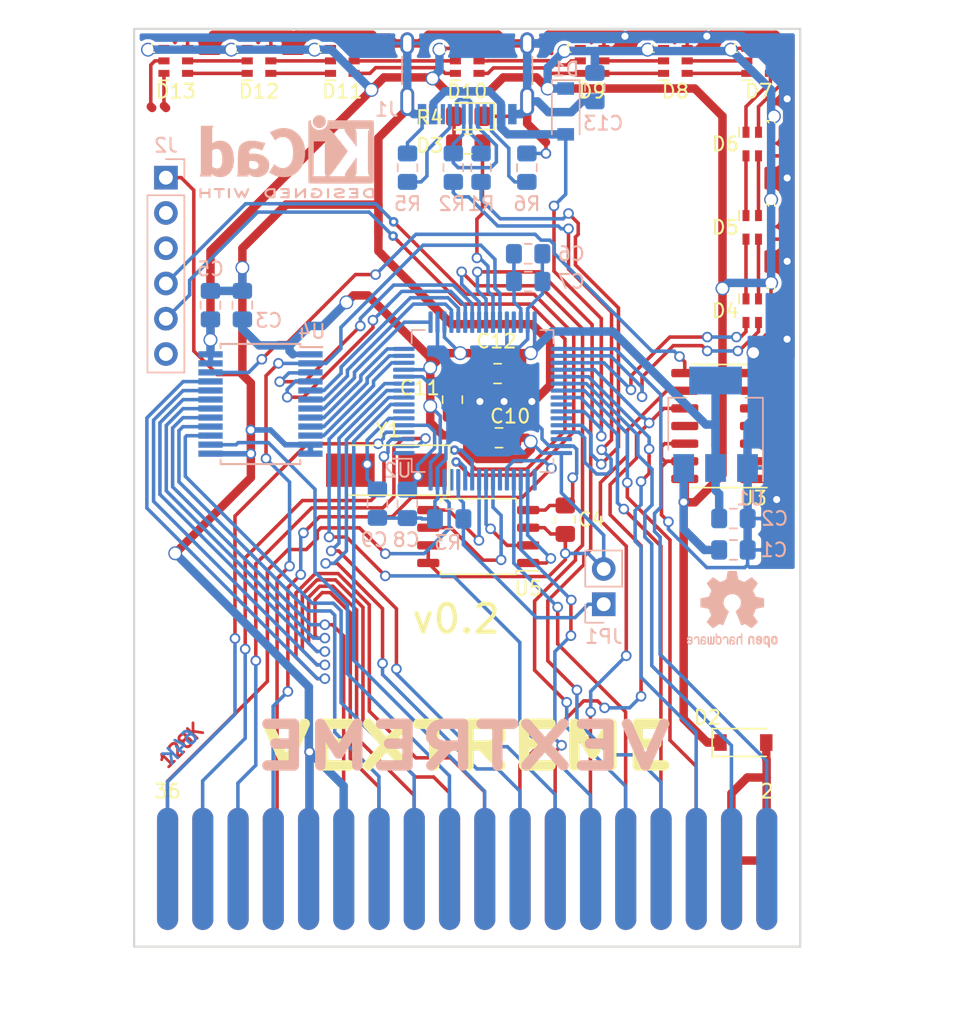
<source format=kicad_pcb>
(kicad_pcb (version 20171130) (host pcbnew "(5.1.6-0)")
  (title_block (title "VEXTREME Vectrex Multicart") (date 2019-12-01) (rev v0.2))
  (layers (0 F.Cu signal) (31 B.Cu signal) (34 B.Paste user hide) (35 F.Paste user hide) (36 B.SilkS user hide) (37 F.SilkS user) (38 B.Mask user) (39 F.Mask user) (44 Edge.Cuts user))
  (net 0 "")
  (net 1 +5V)
  (net 2 GND)
  (net 3 V-HALT)
  (net 4 V-OE)
  (net 5 V-CE)
  (net 6 V-RW)
  (net 7 V-PB6)
  (net 8 C_D7)
  (net 9 C_D6)
  (net 10 C_D5)
  (net 11 C_D4)
  (net 12 C_D3)
  (net 13 C_D0)
  (net 14 C_D1)
  (net 15 C_D2)
  (net 16 USB-IN)
  (net 17 +3V3)
  (net 18 DI)
  (net 19 DO)
  (net 20 CLK)
  (net 21 CSn)
  (net 22 "Net-(JP1-Pad1)")
  (net 23 USB_D+)
  (net 24 USB_D-)
  (net 25 "Net-(C6-Pad1)")
  (net 26 OSC_OUT)
  (net 27 OSC_IN)
  (net 28 "Net-(D3-Pad2)")
  (net 29 "Net-(U3-Pad8)")
  (net 30 C_A8)
  (net 31 C_A9)
  (net 32 C_A11)
  (net 33 C_A10)
  (net 34 C_A7)
  (net 35 C_A6)
  (net 36 C_A5)
  (net 37 C_A4)
  (net 38 C_A3)
  (net 39 C_A2)
  (net 40 C_A1)
  (net 41 C_A0)
  (net 42 C_A12)
  (net 43 C_A13)
  (net 44 C_A14)
  (net 45 C_VCC)
  (net 46 P_D7)
  (net 47 P_D6)
  (net 48 P_D5)
  (net 49 P_D4)
  (net 50 P_D3)
  (net 51 P_D2)
  (net 52 P_D1)
  (net 53 P_D0)
  (net 54 TXD)
  (net 55 RXD)
  (net 56 V-CART)
  (net 57 V-NMI)
  (net 58 V-IRQ)
  (net 59 "Net-(J2-Pad6)")
  (net 60 "Net-(J2-Pad3)")
  (net 61 "Net-(J2-Pad2)")
  (net 62 "Net-(J1-PadA6)")
  (net 63 "Net-(J1-PadA7)")
  (net 64 "Net-(J1-PadA5)")
  (net 65 "Net-(J1-PadB5)")
  (net 66 "Net-(U2-Pad61)")
  (net 67 "Net-(U2-Pad54)")
  (net 68 "Net-(U2-Pad49)")
  (net 69 "Net-(U2-Pad46)")
  (net 70 "Net-(U2-Pad43)")
  (net 71 "Net-(U2-Pad41)")
  (net 72 "Net-(U2-Pad29)")
  (net 73 "Net-(U2-Pad7)")
  (net 74 "Net-(U2-Pad1)")
  (net 75 "Net-(J1-PadA8)")
  (net 76 "Net-(J1-PadB8)")
  (net 77 "Net-(D4-Pad2)")
  (net 78 "Net-(D4-Pad3)")
  (net 79 SCLK)
  (net 80 SDAT)
  (net 81 "Net-(D5-Pad3)")
  (net 82 "Net-(D5-Pad2)")
  (net 83 "Net-(D6-Pad3)")
  (net 84 "Net-(D6-Pad2)")
  (net 85 "Net-(D7-Pad2)")
  (net 86 "Net-(D7-Pad3)")
  (net 87 SDAT_CONT)
  (net 88 SCLK_CONT)
  (net 89 "Net-(D10-Pad5)")
  (net 90 "Net-(D10-Pad4)")
  (net 91 "Net-(D10-Pad3)")
  (net 92 "Net-(D10-Pad2)")
  (net 93 "Net-(D11-Pad2)")
  (net 94 "Net-(D11-Pad3)")
  (net 95 "Net-(D12-Pad3)")
  (net 96 "Net-(D12-Pad2)")
  (net 97 "Net-(D13-Pad2)")
  (net 98 "Net-(D13-Pad3)")
  (net 99 "Net-(R4-Pad2)")
  (net 100 "Net-(U3-Pad11)")
  (net 101 "Net-(U3-Pad6)")
  (net 102 "Net-(U3-Pad3)")
  (module vextreme:LED-APA102-2020_6_REV_2 (layer F.Cu) (at 162.69 91 270)
    (fp_text reference D4 (at 0 2.39 180) (layer F.SilkS))
    (fp_text value APA102-2020 hide)
    (fp_text user 1 (at -1.7 -0.9 90) (layer F.SilkS) (effects (font (size 0.6 0.6) (thickness 0.1))))
    (pad 6 smd rect (at 0.85 -0.9 270) (size 0.8 0.5) (layers F.Cu F.Paste F.Mask) (net 2 GND))
    (pad 4 smd rect (at 0.85 0.9 270) (size 0.8 0.5) (layers F.Cu F.Paste F.Mask) (net 80 SDAT))
    (pad 5 smd rect (at 0.85 0 270) (size 0.8 0.5) (layers F.Cu F.Paste F.Mask) (net 79 SCLK))
    (pad 3 smd rect (at -0.85 0.9 270) (size 0.8 0.5) (layers F.Cu F.Paste F.Mask) (net 78 "Net-(D4-Pad3)"))
    (pad 2 smd rect (at -0.85 0 270) (size 0.8 0.5) (layers F.Cu F.Paste F.Mask) (net 77 "Net-(D4-Pad2)"))
    (pad 1 smd rect (at -0.85 -0.9 270) (size 0.8 0.5) (layers F.Cu F.Paste F.Mask) (net 1 +5V))
  )
  (module vextreme:LED-APA102-2020_6_REV_2 (layer F.Cu) (at 162.69 85 270)
    (fp_text reference D5 (at 0 2.39 180) (layer F.SilkS))
    (fp_text value APA102-2020 hide)
    (fp_text user 1 (at -1.7 -0.9 90) (layer F.SilkS) (effects (font (size 0.6 0.6) (thickness 0.1))))
    (pad 6 smd rect (at 0.85 -0.9 270) (size 0.8 0.5) (layers F.Cu F.Paste F.Mask) (net 2 GND))
    (pad 4 smd rect (at 0.85 0.9 270) (size 0.8 0.5) (layers F.Cu F.Paste F.Mask) (net 78 "Net-(D4-Pad3)"))
    (pad 5 smd rect (at 0.85 0 270) (size 0.8 0.5) (layers F.Cu F.Paste F.Mask) (net 77 "Net-(D4-Pad2)"))
    (pad 3 smd rect (at -0.85 0.9 270) (size 0.8 0.5) (layers F.Cu F.Paste F.Mask) (net 81 "Net-(D5-Pad3)"))
    (pad 2 smd rect (at -0.85 0 270) (size 0.8 0.5) (layers F.Cu F.Paste F.Mask) (net 82 "Net-(D5-Pad2)"))
    (pad 1 smd rect (at -0.85 -0.9 270) (size 0.8 0.5) (layers F.Cu F.Paste F.Mask) (net 1 +5V))
  )
  (module vextreme:LED-APA102-2020_6_REV_2 (layer F.Cu) (at 162.69 79 270)
    (fp_text reference D6 (at 0 2.39 180) (layer F.SilkS))
    (fp_text value APA102-2020 hide)
    (fp_text user 1 (at -1.7 -0.9 90) (layer F.SilkS) (effects (font (size 0.6 0.6) (thickness 0.1))))
    (pad 6 smd rect (at 0.85 -0.9 270) (size 0.8 0.5) (layers F.Cu F.Paste F.Mask) (net 2 GND))
    (pad 4 smd rect (at 0.85 0.9 270) (size 0.8 0.5) (layers F.Cu F.Paste F.Mask) (net 81 "Net-(D5-Pad3)"))
    (pad 5 smd rect (at 0.85 0 270) (size 0.8 0.5) (layers F.Cu F.Paste F.Mask) (net 82 "Net-(D5-Pad2)"))
    (pad 3 smd rect (at -0.85 0.9 270) (size 0.8 0.5) (layers F.Cu F.Paste F.Mask) (net 83 "Net-(D6-Pad3)"))
    (pad 2 smd rect (at -0.85 0 270) (size 0.8 0.5) (layers F.Cu F.Paste F.Mask) (net 84 "Net-(D6-Pad2)"))
    (pad 1 smd rect (at -0.85 -0.9 270) (size 0.8 0.5) (layers F.Cu F.Paste F.Mask) (net 1 +5V))
  )
  (module vextreme:LED-APA102-2020_6_REV_2 (layer F.Cu) (at 162.7 73.01)
    (fp_text reference D7 (at 0 2.19) (layer F.SilkS))
    (fp_text value APA102-2020 hide)
    (fp_text user 1 (at -1.7 -0.9) (layer F.SilkS) (effects (font (size 0.6 0.6) (thickness 0.1))))
    (pad 6 smd rect (at 0.85 -0.9) (size 0.8 0.5) (layers F.Cu F.Paste F.Mask) (net 2 GND))
    (pad 4 smd rect (at 0.85 0.9) (size 0.8 0.5) (layers F.Cu F.Paste F.Mask) (net 83 "Net-(D6-Pad3)"))
    (pad 5 smd rect (at 0.85 0) (size 0.8 0.5) (layers F.Cu F.Paste F.Mask) (net 84 "Net-(D6-Pad2)"))
    (pad 3 smd rect (at -0.85 0.9) (size 0.8 0.5) (layers F.Cu F.Paste F.Mask) (net 86 "Net-(D7-Pad3)"))
    (pad 2 smd rect (at -0.85 0) (size 0.8 0.5) (layers F.Cu F.Paste F.Mask) (net 85 "Net-(D7-Pad2)"))
    (pad 1 smd rect (at -0.85 -0.9) (size 0.8 0.5) (layers F.Cu F.Paste F.Mask) (net 1 +5V))
  )
  (module vextreme:LED-APA102-2020_6_REV_2 (layer F.Cu) (at 156.7 73.01)
    (fp_text reference D8 (at 0 2.19) (layer F.SilkS))
    (fp_text value APA102-2020 hide)
    (fp_text user 1 (at -1.7 -0.9) (layer F.SilkS) (effects (font (size 0.6 0.6) (thickness 0.1))))
    (pad 6 smd rect (at 0.85 -0.9) (size 0.8 0.5) (layers F.Cu F.Paste F.Mask) (net 2 GND))
    (pad 4 smd rect (at 0.85 0.9) (size 0.8 0.5) (layers F.Cu F.Paste F.Mask) (net 86 "Net-(D7-Pad3)"))
    (pad 5 smd rect (at 0.85 0) (size 0.8 0.5) (layers F.Cu F.Paste F.Mask) (net 85 "Net-(D7-Pad2)"))
    (pad 3 smd rect (at -0.85 0.9) (size 0.8 0.5) (layers F.Cu F.Paste F.Mask) (net 87 SDAT_CONT))
    (pad 2 smd rect (at -0.85 0) (size 0.8 0.5) (layers F.Cu F.Paste F.Mask) (net 88 SCLK_CONT))
    (pad 1 smd rect (at -0.85 -0.9) (size 0.8 0.5) (layers F.Cu F.Paste F.Mask) (net 1 +5V))
  )
  (module vextreme:LED-APA102-2020_6_REV_2 (layer F.Cu) (at 150.7 73.01)
    (fp_text reference D9 (at 0 2.19) (layer F.SilkS))
    (fp_text value APA102-2020 hide)
    (fp_text user 1 (at -1.7 -0.9) (layer F.SilkS) (effects (font (size 0.6 0.6) (thickness 0.1))))
    (pad 6 smd rect (at 0.85 -0.9) (size 0.8 0.5) (layers F.Cu F.Paste F.Mask) (net 2 GND))
    (pad 4 smd rect (at 0.85 0.9) (size 0.8 0.5) (layers F.Cu F.Paste F.Mask) (net 87 SDAT_CONT))
    (pad 5 smd rect (at 0.85 0) (size 0.8 0.5) (layers F.Cu F.Paste F.Mask) (net 88 SCLK_CONT))
    (pad 3 smd rect (at -0.85 0.9) (size 0.8 0.5) (layers F.Cu F.Paste F.Mask) (net 90 "Net-(D10-Pad4)"))
    (pad 2 smd rect (at -0.85 0) (size 0.8 0.5) (layers F.Cu F.Paste F.Mask) (net 89 "Net-(D10-Pad5)"))
    (pad 1 smd rect (at -0.85 -0.9) (size 0.8 0.5) (layers F.Cu F.Paste F.Mask) (net 1 +5V))
  )
  (module vextreme:LED-APA102-2020_6_REV_2 (layer F.Cu) (at 141.7 73.01)
    (fp_text reference D10 (at 0 2.19) (layer F.SilkS))
    (fp_text value APA102-2020 hide)
    (fp_text user 1 (at -1.7 -0.9) (layer F.SilkS) (effects (font (size 0.6 0.6) (thickness 0.1))))
    (pad 6 smd rect (at 0.85 -0.9) (size 0.8 0.5) (layers F.Cu F.Paste F.Mask) (net 2 GND))
    (pad 4 smd rect (at 0.85 0.9) (size 0.8 0.5) (layers F.Cu F.Paste F.Mask) (net 90 "Net-(D10-Pad4)"))
    (pad 5 smd rect (at 0.85 0) (size 0.8 0.5) (layers F.Cu F.Paste F.Mask) (net 89 "Net-(D10-Pad5)"))
    (pad 3 smd rect (at -0.85 0.9) (size 0.8 0.5) (layers F.Cu F.Paste F.Mask) (net 91 "Net-(D10-Pad3)"))
    (pad 2 smd rect (at -0.85 0) (size 0.8 0.5) (layers F.Cu F.Paste F.Mask) (net 92 "Net-(D10-Pad2)"))
    (pad 1 smd rect (at -0.85 -0.9) (size 0.8 0.5) (layers F.Cu F.Paste F.Mask) (net 1 +5V))
  )
  (module vextreme:LED-APA102-2020_6_REV_2 (layer F.Cu) (at 132.7 73.01)
    (fp_text reference D11 (at 0 2.19) (layer F.SilkS))
    (fp_text value APA102-2020 hide)
    (fp_text user 1 (at -1.7 -0.9) (layer F.SilkS) (effects (font (size 0.6 0.6) (thickness 0.1))))
    (pad 6 smd rect (at 0.85 -0.9) (size 0.8 0.5) (layers F.Cu F.Paste F.Mask) (net 2 GND))
    (pad 4 smd rect (at 0.85 0.9) (size 0.8 0.5) (layers F.Cu F.Paste F.Mask) (net 91 "Net-(D10-Pad3)"))
    (pad 5 smd rect (at 0.85 0) (size 0.8 0.5) (layers F.Cu F.Paste F.Mask) (net 92 "Net-(D10-Pad2)"))
    (pad 3 smd rect (at -0.85 0.9) (size 0.8 0.5) (layers F.Cu F.Paste F.Mask) (net 94 "Net-(D11-Pad3)"))
    (pad 2 smd rect (at -0.85 0) (size 0.8 0.5) (layers F.Cu F.Paste F.Mask) (net 93 "Net-(D11-Pad2)"))
    (pad 1 smd rect (at -0.85 -0.9) (size 0.8 0.5) (layers F.Cu F.Paste F.Mask) (net 1 +5V))
  )
  (module vextreme:LED-APA102-2020_6_REV_2 (layer F.Cu) (at 126.7 73.01)
    (fp_text reference D12 (at 0 2.19) (layer F.SilkS))
    (fp_text value APA102-2020 hide)
    (fp_text user 1 (at -1.7 -0.9) (layer F.SilkS) (effects (font (size 0.6 0.6) (thickness 0.1))))
    (pad 6 smd rect (at 0.85 -0.9) (size 0.8 0.5) (layers F.Cu F.Paste F.Mask) (net 2 GND))
    (pad 4 smd rect (at 0.85 0.9) (size 0.8 0.5) (layers F.Cu F.Paste F.Mask) (net 94 "Net-(D11-Pad3)"))
    (pad 5 smd rect (at 0.85 0) (size 0.8 0.5) (layers F.Cu F.Paste F.Mask) (net 93 "Net-(D11-Pad2)"))
    (pad 3 smd rect (at -0.85 0.9) (size 0.8 0.5) (layers F.Cu F.Paste F.Mask) (net 95 "Net-(D12-Pad3)"))
    (pad 2 smd rect (at -0.85 0) (size 0.8 0.5) (layers F.Cu F.Paste F.Mask) (net 96 "Net-(D12-Pad2)"))
    (pad 1 smd rect (at -0.85 -0.9) (size 0.8 0.5) (layers F.Cu F.Paste F.Mask) (net 1 +5V))
  )
  (module vextreme:LED-APA102-2020_6_REV_2 (layer F.Cu) (at 120.7 73.01)
    (fp_text reference D13 (at 0 2.19) (layer F.SilkS))
    (fp_text value APA102-2020 hide)
    (fp_text user 1 (at -1.7 -0.9) (layer F.SilkS) (effects (font (size 0.6 0.6) (thickness 0.1))))
    (pad 6 smd rect (at 0.85 -0.9) (size 0.8 0.5) (layers F.Cu F.Paste F.Mask) (net 2 GND))
    (pad 4 smd rect (at 0.85 0.9) (size 0.8 0.5) (layers F.Cu F.Paste F.Mask) (net 95 "Net-(D12-Pad3)"))
    (pad 5 smd rect (at 0.85 0) (size 0.8 0.5) (layers F.Cu F.Paste F.Mask) (net 96 "Net-(D12-Pad2)"))
    (pad 3 smd rect (at -0.85 0.9) (size 0.8 0.5) (layers F.Cu F.Paste F.Mask) (net 98 "Net-(D13-Pad3)"))
    (pad 2 smd rect (at -0.85 0) (size 0.8 0.5) (layers F.Cu F.Paste F.Mask) (net 97 "Net-(D13-Pad2)"))
    (pad 1 smd rect (at -0.85 -0.9) (size 0.8 0.5) (layers F.Cu F.Paste F.Mask) (net 1 +5V))
  )
  (module vextreme:Mounting_Hole_D5.2mm (layer F.Cu) (at 141.7 117.6 270)
    (fp_text reference hole2 hide)
    (fp_text value Mounting_Hole_D5.2mm hide)
    (pad "" np_thru_hole circle (at 0 0 270) (size 5.2 5.2) (drill 5.2) (layers *.Cu *.Mask))
  )
  (module vextreme:Mounting_Hole_D4.2mm (layer F.Cu) (at 153.7 87.6 270)
    (fp_text reference hole4 hide)
    (fp_text value Mounting_Hole_D4.2mm hide)
    (pad "" np_thru_hole circle (at 0 0 270) (size 4.2 4.2) (drill 4.2) (layers *.Cu *.Mask))
  )
  (module vextreme:Mounting_Hole_D4.2mm (layer F.Cu) (at 129.7 87.6 270)
    (fp_text reference hole5 hide)
    (fp_text value Mounting_Hole_D4.2mm hide)
    (pad "" np_thru_hole circle (at 0 0 270) (size 4.2 4.2) (drill 4.2) (layers *.Cu *.Mask))
  )
  (module vextreme:Mounting_Hole_D3.7mm (layer F.Cu) (at 121.7 117.6 270)
    (fp_text reference hole3 hide)
    (fp_text value Mounting_Hole_D3.7mm hide)
    (pad "" np_thru_hole circle (at 0 0 270) (size 3.7 3.7) (drill 3.7) (layers *.Cu *.Mask))
  )
  (module vextreme:Mounting_Hole_D3.7mm (layer F.Cu) (at 161.7 117.6 270)
    (fp_text reference hole1 hide)
    (fp_text value Mounting_Hole_D3.7mm hide)
    (pad "" np_thru_hole circle (at 0 0 270) (size 3.7 3.7) (drill 3.7) (layers *.Cu *.Mask))
  )
  (module vextreme:vectrex-edge-connector-thinner-no-soldermask (layer F.Cu) (at 141.7 131.2 180)
    (fp_text reference CON1 hide)
    (fp_text value vectrex-edge-connector hide)
    (fp_text user 36 (at 21.59 5.588) (layer F.SilkS))
    (fp_text user 2 (at -21.59 5.588) (layer F.SilkS))
    (pad 35 smd oval (at 21.59 0 180) (size 1.52 8.8) (layers B.Cu B.Mask) (net 7 V-PB6))
    (pad 33 smd oval (at 19.05 0 180) (size 1.52 8.8) (layers B.Cu B.Mask) (net 44 C_A14))
    (pad 31 smd oval (at 16.51 0 180) (size 1.52 8.8) (layers B.Cu B.Mask) (net 43 C_A13))
    (pad 29 smd oval (at 13.97 0 180) (size 1.52 8.8) (layers B.Cu B.Mask) (net 42 C_A12))
    (pad 27 smd oval (at 11.43 0 180) (size 1.52 8.8) (layers B.Cu B.Mask) (net 2 GND))
    (pad 25 smd oval (at 8.89 0 180) (size 1.52 8.8) (layers B.Cu B.Mask) (net 2 GND))
    (pad 23 smd oval (at 6.35 0 180) (size 1.52 8.8) (layers B.Cu B.Mask) (net 15 C_D2))
    (pad 21 smd oval (at 3.81 0 180) (size 1.52 8.8) (layers B.Cu B.Mask) (net 14 C_D1))
    (pad 19 smd oval (at 1.27 0 180) (size 1.52 8.8) (layers B.Cu B.Mask) (net 13 C_D0))
    (pad 17 smd oval (at -1.27 0 180) (size 1.52 8.8) (layers B.Cu B.Mask) (net 41 C_A0))
    (pad 15 smd oval (at -3.81 0 180) (size 1.52 8.8) (layers B.Cu B.Mask) (net 40 C_A1))
    (pad 13 smd oval (at -6.35 0 180) (size 1.52 8.8) (layers B.Cu B.Mask) (net 39 C_A2))
    (pad 11 smd oval (at -8.89 0 180) (size 1.52 8.8) (layers B.Cu B.Mask) (net 38 C_A3))
    (pad 9 smd oval (at -11.43 0 180) (size 1.52 8.8) (layers B.Cu B.Mask) (net 37 C_A4))
    (pad 7 smd oval (at -13.97 0 180) (size 1.52 8.8) (layers B.Cu B.Mask) (net 36 C_A5))
    (pad 5 smd oval (at -16.51 0 180) (size 1.52 8.8) (layers B.Cu B.Mask) (net 35 C_A6))
    (pad 3 smd oval (at -19.05 0 180) (size 1.52 8.8) (layers B.Cu B.Mask) (net 34 C_A7))
    (pad 36 smd oval (at 21.59 0 180) (size 1.52 8.8) (layers F.Cu F.Mask) (net 58 V-IRQ))
    (pad 34 smd oval (at 19.05 0 180) (size 1.52 8.8) (layers F.Cu F.Mask) (net 57 V-NMI))
    (pad 32 smd oval (at 16.51 0 180) (size 1.52 8.8) (layers F.Cu F.Mask) (net 56 V-CART))
    (pad 30 smd oval (at 13.97 0 180) (size 1.52 8.8) (layers F.Cu F.Mask) (net 6 V-RW))
    (pad 28 smd oval (at 11.43 0 180) (size 1.52 8.8) (layers F.Cu F.Mask) (net 2 GND))
    (pad 26 smd oval (at 8.89 0 180) (size 1.52 8.8) (layers F.Cu F.Mask) (net 12 C_D3))
    (pad 24 smd oval (at 6.35 0 180) (size 1.52 8.8) (layers F.Cu F.Mask) (net 11 C_D4))
    (pad 22 smd oval (at 3.81 0 180) (size 1.52 8.8) (layers F.Cu F.Mask) (net 10 C_D5))
    (pad 20 smd oval (at 1.27 0 180) (size 1.52 8.8) (layers F.Cu F.Mask) (net 9 C_D6))
    (pad 18 smd oval (at -1.27 0 180) (size 1.52 8.8) (layers F.Cu F.Mask) (net 8 C_D7))
    (pad 16 smd oval (at -3.81 0 180) (size 1.52 8.8) (layers F.Cu F.Mask) (net 5 V-CE))
    (pad 14 smd oval (at -6.35 0 180) (size 1.52 8.8) (layers F.Cu F.Mask) (net 33 C_A10))
    (pad 12 smd oval (at -8.89 0 180) (size 1.52 8.8) (layers F.Cu F.Mask) (net 4 V-OE))
    (pad 10 smd oval (at -11.43 0 180) (size 1.52 8.8) (layers F.Cu F.Mask) (net 32 C_A11))
    (pad 8 smd oval (at -13.97 0 180) (size 1.52 8.8) (layers F.Cu F.Mask) (net 31 C_A9))
    (pad 6 smd oval (at -16.51 0 180) (size 1.52 8.8) (layers F.Cu F.Mask) (net 30 C_A8))
    (pad 4 smd oval (at -19.05 0 180) (size 1.52 8.8) (layers F.Cu F.Mask) (net 45 C_VCC))
    (pad 2 smd oval (at -21.59 0 180) (size 1.52 8.8) (layers F.Cu F.Mask) (net 45 C_VCC))
    (pad 1 smd oval (at -21.59 0 180) (size 1.52 8.8) (layers B.Cu B.Mask) (net 3 V-HALT))
  )
  (module vextreme:USB_C_Receptacle_HRO_TYPE-C-31-M-12 (layer B.Cu) (at 141.7 72.8)
    (fp_text reference J1 (at -5.8 3.7) (layer B.SilkS) (effects (justify mirror)))
    (fp_text value USB_C_Receptacle_USB2.0)
    (pad B1 smd rect (at 3.25 4.045) (size 0.6 1.45) (layers B.Cu B.Paste B.Mask) (net 2 GND))
    (pad A9 smd rect (at 2.45 4.045) (size 0.6 1.45) (layers B.Cu B.Paste B.Mask) (net 16 USB-IN))
    (pad B9 smd rect (at -2.45 4.045) (size 0.6 1.45) (layers B.Cu B.Paste B.Mask) (net 16 USB-IN))
    (pad B12 smd rect (at -3.25 4.045) (size 0.6 1.45) (layers B.Cu B.Paste B.Mask) (net 2 GND))
    (pad A1 smd rect (at -3.25 4.045) (size 0.6 1.45) (layers B.Cu B.Paste B.Mask) (net 2 GND))
    (pad A4 smd rect (at -2.45 4.045) (size 0.6 1.45) (layers B.Cu B.Paste B.Mask) (net 16 USB-IN))
    (pad B4 smd rect (at 2.45 4.045) (size 0.6 1.45) (layers B.Cu B.Paste B.Mask) (net 16 USB-IN))
    (pad A12 smd rect (at 3.25 4.045) (size 0.6 1.45) (layers B.Cu B.Paste B.Mask) (net 2 GND))
    (pad B8 smd rect (at -1.75 4.045) (size 0.3 1.45) (layers B.Cu B.Paste B.Mask) (net 76 "Net-(J1-PadB8)"))
    (pad A5 smd rect (at -1.25 4.045) (size 0.3 1.45) (layers B.Cu B.Paste B.Mask) (net 64 "Net-(J1-PadA5)"))
    (pad B7 smd rect (at -0.75 4.045) (size 0.3 1.45) (layers B.Cu B.Paste B.Mask) (net 63 "Net-(J1-PadA7)"))
    (pad A7 smd rect (at 0.25 4.045) (size 0.3 1.45) (layers B.Cu B.Paste B.Mask) (net 63 "Net-(J1-PadA7)"))
    (pad B6 smd rect (at 0.75 4.045) (size 0.3 1.45) (layers B.Cu B.Paste B.Mask) (net 62 "Net-(J1-PadA6)"))
    (pad A8 smd rect (at 1.25 4.045) (size 0.3 1.45) (layers B.Cu B.Paste B.Mask) (net 75 "Net-(J1-PadA8)"))
    (pad B5 smd rect (at 1.75 4.045) (size 0.3 1.45) (layers B.Cu B.Paste B.Mask) (net 65 "Net-(J1-PadB5)"))
    (pad A6 smd rect (at -0.25 4.045) (size 0.3 1.45) (layers B.Cu B.Paste B.Mask) (net 62 "Net-(J1-PadA6)"))
    (pad S1 thru_hole oval (at 4.32 3.13) (size 1 2.1) (drill oval 0.6 1.7) (layers *.Cu *.Mask) (net 2 GND))
    (pad S1 thru_hole oval (at -4.32 3.13) (size 1 2.1) (drill oval 0.6 1.7) (layers *.Cu *.Mask) (net 2 GND))
    (pad "" np_thru_hole circle (at -2.89 2.6) (size 0.65 0.65) (drill 0.65) (layers *.Cu *.Mask))
    (pad S1 thru_hole oval (at -4.32 -1.05) (size 1 1.6) (drill oval 0.6 1.2) (layers *.Cu *.Mask) (net 2 GND))
    (pad "" np_thru_hole circle (at 2.89 2.6) (size 0.65 0.65) (drill 0.65) (layers *.Cu *.Mask))
    (pad S1 thru_hole oval (at 4.32 -1.05) (size 1 1.6) (drill oval 0.6 1.2) (layers *.Cu *.Mask) (net 2 GND))
  )
  (module Capacitor_SMD:C_0805_2012Metric_Pad1.15x1.40mm_HandSolder (layer B.Cu) (at 150.9 74.9 270)
    (fp_text reference C13 (at 2.6 -0.6) (layer B.SilkS) (effects (justify mirror)))
    (fp_text value 47u)
    (pad 1 smd roundrect (at -1.025 0 270) (size 1.15 1.4) (layers B.Cu B.Paste B.Mask) (roundrect_rratio 0.217391) (net 1 +5V))
    (pad 2 smd roundrect (at 1.025 0 270) (size 1.15 1.4) (layers B.Cu B.Paste B.Mask) (roundrect_rratio 0.217391) (net 2 GND))
  )
  (module Symbol:KiCad-Logo2_5mm_SilkScreen (layer B.Cu) (at 128.7 79.9 180)
    (fp_text reference REF** hide)
    (fp_text value KiCad-Logo2_5mm_SilkScreen hide)
  )
  (module Connector_PinHeader_2.54mm:PinHeader_1x06_P2.54mm_Vertical (layer B.Cu) (at 119.9896 81.42 180)
    (fp_text reference J2 (at 0 2.33) (layer B.SilkS) (effects (justify mirror)))
    (fp_text value Conn_01x06_Male)
    (pad 1 thru_hole rect (at 0 0 180) (size 1.7 1.7) (drill 1) (layers *.Cu *.Mask) (net 2 GND))
    (pad 2 thru_hole oval (at 0 -2.54 180) (size 1.7 1.7) (drill 1) (layers *.Cu *.Mask) (net 61 "Net-(J2-Pad2)"))
    (pad 3 thru_hole oval (at 0 -5.08 180) (size 1.7 1.7) (drill 1) (layers *.Cu *.Mask) (net 60 "Net-(J2-Pad3)"))
    (pad 4 thru_hole oval (at 0 -7.62 180) (size 1.7 1.7) (drill 1) (layers *.Cu *.Mask) (net 55 RXD))
    (pad 5 thru_hole oval (at 0 -10.16 180) (size 1.7 1.7) (drill 1) (layers *.Cu *.Mask) (net 54 TXD))
    (pad 6 thru_hole oval (at 0 -12.7 180) (size 1.7 1.7) (drill 1) (layers *.Cu *.Mask) (net 59 "Net-(J2-Pad6)"))
  )
  (module Symbol:OSHW-Logo2_7.3x6mm_SilkScreen (layer B.Cu) (at 160.8 112.5 180)
    (fp_text reference REF** hide)
    (fp_text value OSHW-Logo2_7.3x6mm_SilkScreen hide)
  )
  (module Crystal:Crystal_SMD_5032-2Pin_5.0x3.2mm_HandSoldering (layer F.Cu) (at 135.8808 102.489 180)
    (fp_text reference Y1 (at -0.1192 2.889) (layer F.SilkS))
    (fp_text value 8MHz)
    (pad 2 smd rect (at 2.6 0 180) (size 3.5 2.4) (layers F.Cu F.Paste F.Mask) (net 26 OSC_OUT))
    (pad 1 smd rect (at -2.6 0 180) (size 3.5 2.4) (layers F.Cu F.Paste F.Mask) (net 27 OSC_IN))
  )
  (module Connector_PinHeader_2.54mm:PinHeader_1x02_P2.54mm_Vertical (layer B.Cu) (at 151.5364 112.141)
    (fp_text reference JP1 (at 0 2.33) (layer B.SilkS) (effects (justify mirror)))
    (fp_text value Jumper_NO_Small)
    (pad 2 thru_hole oval (at 0 -2.54) (size 1.7 1.7) (drill 1) (layers *.Cu *.Mask) (net 17 +3V3))
    (pad 1 thru_hole rect (at 0 0) (size 1.7 1.7) (drill 1) (layers *.Cu *.Mask) (net 22 "Net-(JP1-Pad1)"))
  )
  (module LED_SMD:LED_0805_2012Metric_Pad1.15x1.40mm_HandSolder (layer F.Cu) (at 141.775 77 180)
    (fp_text reference D3 (at 2.775 -2.1) (layer F.SilkS))
    (fp_text value LED)
    (pad 2 smd roundrect (at 1.025 0 180) (size 1.15 1.4) (layers F.Cu F.Paste F.Mask) (roundrect_rratio 0.217391) (net 28 "Net-(D3-Pad2)"))
    (pad 1 smd roundrect (at -1.025 0 180) (size 1.15 1.4) (layers F.Cu F.Paste F.Mask) (roundrect_rratio 0.217391) (net 2 GND))
  )
  (module Capacitor_SMD:C_0805_2012Metric_Pad1.15x1.40mm_HandSolder (layer B.Cu) (at 146.1 88.9)
    (fp_text reference C7 (at 3.0986 0) (layer B.SilkS) (effects (justify mirror)))
    (fp_text value 2.2u)
    (pad 1 smd roundrect (at -1.025 0) (size 1.15 1.4) (layers B.Cu B.Paste B.Mask) (roundrect_rratio 0.217391) (net 25 "Net-(C6-Pad1)"))
    (pad 2 smd roundrect (at 1.025 0) (size 1.15 1.4) (layers B.Cu B.Paste B.Mask) (roundrect_rratio 0.217391) (net 2 GND))
  )
  (module Capacitor_SMD:C_0805_2012Metric_Pad1.15x1.40mm_HandSolder (layer B.Cu) (at 146.0918 86.9)
    (fp_text reference C6 (at 3.1078 0) (layer B.SilkS) (effects (justify mirror)))
    (fp_text value 2.2u)
    (pad 1 smd roundrect (at -1.025 0) (size 1.15 1.4) (layers B.Cu B.Paste B.Mask) (roundrect_rratio 0.217391) (net 25 "Net-(C6-Pad1)"))
    (pad 2 smd roundrect (at 1.025 0) (size 1.15 1.4) (layers B.Cu B.Paste B.Mask) (roundrect_rratio 0.217391) (net 2 GND))
  )
  (module Resistor_SMD:R_0805_2012Metric_Pad1.15x1.40mm_HandSolder (layer B.Cu) (at 142.7 80.7 270)
    (fp_text reference R2 (at 2.6 2.1 180) (layer B.SilkS) (effects (justify mirror)))
    (fp_text value 22)
    (pad 2 smd roundrect (at 1.025 0 270) (size 1.15 1.4) (layers B.Cu B.Paste B.Mask) (roundrect_rratio 0.217391) (net 24 USB_D-))
    (pad 1 smd roundrect (at -1.025 0 270) (size 1.15 1.4) (layers B.Cu B.Paste B.Mask) (roundrect_rratio 0.217391) (net 63 "Net-(J1-PadA7)"))
  )
  (module Resistor_SMD:R_0805_2012Metric_Pad1.15x1.40mm_HandSolder (layer B.Cu) (at 140.7 80.7 90)
    (fp_text reference R1 (at -2.6 2 180) (layer B.SilkS) (effects (justify mirror)))
    (fp_text value 22)
    (pad 2 smd roundrect (at 1.025 0 90) (size 1.15 1.4) (layers B.Cu B.Paste B.Mask) (roundrect_rratio 0.217391) (net 62 "Net-(J1-PadA6)"))
    (pad 1 smd roundrect (at -1.025 0 90) (size 1.15 1.4) (layers B.Cu B.Paste B.Mask) (roundrect_rratio 0.217391) (net 23 USB_D+))
  )
  (module Capacitor_SMD:C_0805_2012Metric_Pad1.15x1.40mm_HandSolder (layer F.Cu) (at 143.891 95.5294 180)
    (fp_text reference C12 (at 0.091 2.3294) (layer F.SilkS))
    (fp_text value 100nF)
    (pad 1 smd roundrect (at -1.025 0 180) (size 1.15 1.4) (layers F.Cu F.Paste F.Mask) (roundrect_rratio 0.217391) (net 17 +3V3))
    (pad 2 smd roundrect (at 1.025 0 180) (size 1.15 1.4) (layers F.Cu F.Paste F.Mask) (roundrect_rratio 0.217391) (net 2 GND))
  )
  (module Capacitor_SMD:C_0805_2012Metric_Pad1.15x1.40mm_HandSolder (layer F.Cu) (at 140.6398 97.409 270)
    (fp_text reference C11 (at -0.8382 2.3622 180) (layer F.SilkS))
    (fp_text value 100nF)
    (pad 1 smd roundrect (at -1.025 0 270) (size 1.15 1.4) (layers F.Cu F.Paste F.Mask) (roundrect_rratio 0.217391) (net 17 +3V3))
    (pad 2 smd roundrect (at 1.025 0 270) (size 1.15 1.4) (layers F.Cu F.Paste F.Mask) (roundrect_rratio 0.217391) (net 2 GND))
  )
  (module Capacitor_SMD:C_0805_2012Metric_Pad1.15x1.40mm_HandSolder (layer F.Cu) (at 143.9926 100.1522 180)
    (fp_text reference C10 (at -0.8074 1.5522) (layer F.SilkS))
    (fp_text value 100nF hide)
    (pad 1 smd roundrect (at -1.025 0 180) (size 1.15 1.4) (layers F.Cu F.Paste F.Mask) (roundrect_rratio 0.217391) (net 17 +3V3))
    (pad 2 smd roundrect (at 1.025 0 180) (size 1.15 1.4) (layers F.Cu F.Paste F.Mask) (roundrect_rratio 0.217391) (net 2 GND))
  )
  (module Capacitor_SMD:C_0805_2012Metric_Pad1.15x1.40mm_HandSolder (layer B.Cu) (at 135.2296 104.893 270)
    (fp_text reference C9 (at 2.607 0.2296) (layer B.SilkS) (effects (justify mirror)))
    (fp_text value 18pF)
    (pad 1 smd roundrect (at -1.025 0 270) (size 1.15 1.4) (layers B.Cu B.Paste B.Mask) (roundrect_rratio 0.217391) (net 26 OSC_OUT))
    (pad 2 smd roundrect (at 1.025 0 270) (size 1.15 1.4) (layers B.Cu B.Paste B.Mask) (roundrect_rratio 0.217391) (net 2 GND))
  )
  (module Capacitor_SMD:C_0805_2012Metric_Pad1.15x1.40mm_HandSolder (layer B.Cu) (at 137.3886 104.911 270)
    (fp_text reference C8 (at 2.589 0.0886) (layer B.SilkS) (effects (justify mirror)))
    (fp_text value 18pF)
    (pad 1 smd roundrect (at -1.025 0 270) (size 1.15 1.4) (layers B.Cu B.Paste B.Mask) (roundrect_rratio 0.217391) (net 27 OSC_IN))
    (pad 2 smd roundrect (at 1.025 0 270) (size 1.15 1.4) (layers B.Cu B.Paste B.Mask) (roundrect_rratio 0.217391) (net 2 GND))
  )
  (module Capacitor_SMD:C_0805_2012Metric_Pad1.15x1.40mm_HandSolder (layer B.Cu) (at 123.2 90.6 90)
    (fp_text reference C5 (at 2.6 0) (layer B.SilkS) (effects (justify mirror)))
    (fp_text value 100nF)
    (pad 1 smd roundrect (at -1.025 0 90) (size 1.15 1.4) (layers B.Cu B.Paste B.Mask) (roundrect_rratio 0.217391) (net 1 +5V))
    (pad 2 smd roundrect (at 1.025 0 90) (size 1.15 1.4) (layers B.Cu B.Paste B.Mask) (roundrect_rratio 0.217391) (net 2 GND))
  )
  (module Capacitor_SMD:C_0805_2012Metric_Pad1.15x1.40mm_HandSolder (layer F.Cu) (at 148.7678 106.053999 90)
    (fp_text reference C4 (at 0.008999 1.8796 180) (layer F.SilkS))
    (fp_text value 100nF hide)
    (pad 1 smd roundrect (at -1.025 0 90) (size 1.15 1.4) (layers F.Cu F.Paste F.Mask) (roundrect_rratio 0.217391) (net 17 +3V3))
    (pad 2 smd roundrect (at 1.025 0 90) (size 1.15 1.4) (layers F.Cu F.Paste F.Mask) (roundrect_rratio 0.217391) (net 2 GND))
  )
  (module Capacitor_SMD:C_0805_2012Metric_Pad1.15x1.40mm_HandSolder (layer B.Cu) (at 125.5 90.6 90)
    (fp_text reference C3 (at -1.1 1.9 180) (layer B.SilkS) (effects (justify mirror)))
    (fp_text value 100nF)
    (pad 1 smd roundrect (at -1.025 0 90) (size 1.15 1.4) (layers B.Cu B.Paste B.Mask) (roundrect_rratio 0.217391) (net 17 +3V3))
    (pad 2 smd roundrect (at 1.025 0 90) (size 1.15 1.4) (layers B.Cu B.Paste B.Mask) (roundrect_rratio 0.217391) (net 2 GND))
  )
  (module Capacitor_SMD:C_0805_2012Metric_Pad1.15x1.40mm_HandSolder (layer B.Cu) (at 160.8836 105.9688)
    (fp_text reference C2 (at 2.9718 0) (layer B.SilkS) (effects (justify mirror)))
    (fp_text value 2.2u)
    (pad 2 smd roundrect (at 1.025 0) (size 1.15 1.4) (layers B.Cu B.Paste B.Mask) (roundrect_rratio 0.217391) (net 2 GND))
    (pad 1 smd roundrect (at -1.025 0) (size 1.15 1.4) (layers B.Cu B.Paste B.Mask) (roundrect_rratio 0.217391) (net 17 +3V3))
  )
  (module Capacitor_SMD:C_0805_2012Metric_Pad1.15x1.40mm_HandSolder (layer B.Cu) (at 160.8836 108.2294)
    (fp_text reference C1 (at 2.921 0) (layer B.SilkS) (effects (justify mirror)))
    (fp_text value 2.2u)
    (pad 2 smd roundrect (at 1.025 0) (size 1.15 1.4) (layers B.Cu B.Paste B.Mask) (roundrect_rratio 0.217391) (net 2 GND))
    (pad 1 smd roundrect (at -1.025 0) (size 1.15 1.4) (layers B.Cu B.Paste B.Mask) (roundrect_rratio 0.217391) (net 1 +5V))
  )
  (module Diode_SMD:D_SOD-123 (layer F.Cu) (at 161.6 122.1)
    (fp_text reference D2 (at -2.6 -1.8) (layer F.SilkS))
    (fp_text value MBR0520)
    (pad 2 smd rect (at 1.65 0) (size 0.9 1.2) (layers F.Cu F.Paste F.Mask) (net 45 C_VCC))
    (pad 1 smd rect (at -1.65 0) (size 0.9 1.2) (layers F.Cu F.Paste F.Mask) (net 1 +5V))
  )
  (module Diode_SMD:D_SOD-123 (layer B.Cu) (at 148.8 76.65 270)
    (fp_text reference D1 (at -3.05 0 180) (layer B.SilkS) (effects (justify mirror)))
    (fp_text value MBR0520)
    (pad 2 smd rect (at 1.65 0 270) (size 0.9 1.2) (layers B.Cu B.Paste B.Mask) (net 16 USB-IN))
    (pad 1 smd rect (at -1.65 0 270) (size 0.9 1.2) (layers B.Cu B.Paste B.Mask) (net 1 +5V))
  )
  (module Package_SO:SOIC-8_5.23x5.23mm_P1.27mm (layer F.Cu) (at 142.494 107.2642 180)
    (fp_text reference U5 (at -3.606 -3.7358) (layer F.SilkS))
    (fp_text value W25Q128 hide)
    (pad 1 smd roundrect (at -3.6 -1.905 180) (size 1.6 0.6) (layers F.Cu F.Paste F.Mask) (net 21 CSn))
    (pad 2 smd roundrect (at -3.6 -0.635 180) (size 1.6 0.6) (layers F.Cu F.Paste F.Mask) (net 19 DO))
    (pad 3 smd roundrect (at -3.6 0.635 180) (size 1.6 0.6) (layers F.Cu F.Paste F.Mask) (net 17 +3V3))
    (pad 4 smd roundrect (at -3.6 1.905 180) (size 1.6 0.6) (layers F.Cu F.Paste F.Mask) (net 2 GND))
    (pad 5 smd roundrect (at 3.6 1.905 180) (size 1.6 0.6) (layers F.Cu F.Paste F.Mask) (net 18 DI))
    (pad 6 smd roundrect (at 3.6 0.635 180) (size 1.6 0.6) (layers F.Cu F.Paste F.Mask) (net 20 CLK))
    (pad 7 smd roundrect (at 3.6 -0.635 180) (size 1.6 0.6) (layers F.Cu F.Paste F.Mask) (net 17 +3V3))
    (pad 8 smd roundrect (at 3.6 -1.905 180) (size 1.6 0.6) (layers F.Cu F.Paste F.Mask) (net 17 +3V3))
  )
  (module Package_SO:SSOP-24_5.3x8.2mm_P0.65mm (layer B.Cu) (at 126.8036 97.7202 180)
    (fp_text reference U4 (at -3.6964 5.2202 180) (layer B.SilkS) (effects (justify mirror)))
    (fp_text value SN74LVC8T245DB)
    (pad 1 smd rect (at -3.6 3.575 180) (size 1.75 0.45) (layers B.Cu B.Paste B.Mask) (net 17 +3V3))
    (pad 2 smd rect (at -3.6 2.925 180) (size 1.75 0.45) (layers B.Cu B.Paste B.Mask) (net 6 V-RW))
    (pad 3 smd rect (at -3.6 2.275 180) (size 1.75 0.45) (layers B.Cu B.Paste B.Mask) (net 46 P_D7))
    (pad 4 smd rect (at -3.6 1.625 180) (size 1.75 0.45) (layers B.Cu B.Paste B.Mask) (net 47 P_D6))
    (pad 5 smd rect (at -3.6 0.975 180) (size 1.75 0.45) (layers B.Cu B.Paste B.Mask) (net 48 P_D5))
    (pad 6 smd rect (at -3.6 0.325 180) (size 1.75 0.45) (layers B.Cu B.Paste B.Mask) (net 49 P_D4))
    (pad 7 smd rect (at -3.6 -0.325 180) (size 1.75 0.45) (layers B.Cu B.Paste B.Mask) (net 50 P_D3))
    (pad 8 smd rect (at -3.6 -0.975 180) (size 1.75 0.45) (layers B.Cu B.Paste B.Mask) (net 51 P_D2))
    (pad 9 smd rect (at -3.6 -1.625 180) (size 1.75 0.45) (layers B.Cu B.Paste B.Mask) (net 52 P_D1))
    (pad 10 smd rect (at -3.6 -2.275 180) (size 1.75 0.45) (layers B.Cu B.Paste B.Mask) (net 53 P_D0))
    (pad 11 smd rect (at -3.6 -2.925 180) (size 1.75 0.45) (layers B.Cu B.Paste B.Mask) (net 2 GND))
    (pad 12 smd rect (at -3.6 -3.575 180) (size 1.75 0.45) (layers B.Cu B.Paste B.Mask) (net 2 GND))
    (pad 13 smd rect (at 3.6 -3.575 180) (size 1.75 0.45) (layers B.Cu B.Paste B.Mask) (net 2 GND))
    (pad 14 smd rect (at 3.6 -2.925 180) (size 1.75 0.45) (layers B.Cu B.Paste B.Mask) (net 13 C_D0))
    (pad 15 smd rect (at 3.6 -2.275 180) (size 1.75 0.45) (layers B.Cu B.Paste B.Mask) (net 14 C_D1))
    (pad 16 smd rect (at 3.6 -1.625 180) (size 1.75 0.45) (layers B.Cu B.Paste B.Mask) (net 15 C_D2))
    (pad 17 smd rect (at 3.6 -0.975 180) (size 1.75 0.45) (layers B.Cu B.Paste B.Mask) (net 12 C_D3))
    (pad 18 smd rect (at 3.6 -0.325 180) (size 1.75 0.45) (layers B.Cu B.Paste B.Mask) (net 11 C_D4))
    (pad 19 smd rect (at 3.6 0.325 180) (size 1.75 0.45) (layers B.Cu B.Paste B.Mask) (net 10 C_D5))
    (pad 20 smd rect (at 3.6 0.975 180) (size 1.75 0.45) (layers B.Cu B.Paste B.Mask) (net 9 C_D6))
    (pad 21 smd rect (at 3.6 1.625 180) (size 1.75 0.45) (layers B.Cu B.Paste B.Mask) (net 8 C_D7))
    (pad 22 smd rect (at 3.6 2.275 180) (size 1.75 0.45) (layers B.Cu B.Paste B.Mask) (net 29 "Net-(U3-Pad8)"))
    (pad 23 smd rect (at 3.6 2.925 180) (size 1.75 0.45) (layers B.Cu B.Paste B.Mask) (net 1 +5V))
    (pad 24 smd rect (at 3.6 3.575 180) (size 1.75 0.45) (layers B.Cu B.Paste B.Mask) (net 1 +5V))
  )
  (module Package_SO:SOIC-14_3.9x8.7mm_P1.27mm (layer F.Cu) (at 159.852796 99.305872 180)
    (fp_text reference U3 (at -2.447204 -5.194128) (layer F.SilkS))
    (fp_text value 74HC32 hide)
    (pad 14 smd roundrect (at 2.475 -3.81 180) (size 1.95 0.6) (layers F.Cu F.Paste F.Mask) (net 1 +5V))
    (pad 13 smd roundrect (at 2.475 -2.54 180) (size 1.95 0.6) (layers F.Cu F.Paste F.Mask) (net 2 GND))
    (pad 12 smd roundrect (at 2.475 -1.27 180) (size 1.95 0.6) (layers F.Cu F.Paste F.Mask) (net 2 GND))
    (pad 11 smd roundrect (at 2.475 0 180) (size 1.95 0.6) (layers F.Cu F.Paste F.Mask) (net 100 "Net-(U3-Pad11)"))
    (pad 10 smd roundrect (at 2.475 1.27 180) (size 1.95 0.6) (layers F.Cu F.Paste F.Mask) (net 5 V-CE))
    (pad 9 smd roundrect (at 2.475 2.54 180) (size 1.95 0.6) (layers F.Cu F.Paste F.Mask) (net 4 V-OE))
    (pad 8 smd roundrect (at 2.475 3.81 180) (size 1.95 0.6) (layers F.Cu F.Paste F.Mask) (net 29 "Net-(U3-Pad8)"))
    (pad 7 smd roundrect (at -2.475 3.81 180) (size 1.95 0.6) (layers F.Cu F.Paste F.Mask) (net 2 GND))
    (pad 6 smd roundrect (at -2.475 2.54 180) (size 1.95 0.6) (layers F.Cu F.Paste F.Mask) (net 101 "Net-(U3-Pad6)"))
    (pad 5 smd roundrect (at -2.475 1.27 180) (size 1.95 0.6) (layers F.Cu F.Paste F.Mask) (net 2 GND))
    (pad 4 smd roundrect (at -2.475 0 180) (size 1.95 0.6) (layers F.Cu F.Paste F.Mask) (net 2 GND))
    (pad 3 smd roundrect (at -2.475 -1.27 180) (size 1.95 0.6) (layers F.Cu F.Paste F.Mask) (net 102 "Net-(U3-Pad3)"))
    (pad 2 smd roundrect (at -2.475 -2.54 180) (size 1.95 0.6) (layers F.Cu F.Paste F.Mask) (net 2 GND))
    (pad 1 smd roundrect (at -2.475 -3.81 180) (size 1.95 0.6) (layers F.Cu F.Paste F.Mask) (net 2 GND))
  )
  (module Package_QFP:LQFP-64_10x10mm_P0.5mm (layer B.Cu) (at 142.809396 97.502473)
    (fp_text reference U2 (at -6.109396 4.997527 180) (layer B.SilkS) (effects (justify mirror)))
    (fp_text value STM32F411RCTx)
    (pad 1 smd roundrect (at -5.675 3.75) (size 1.55 0.3) (layers B.Cu B.Paste B.Mask) (net 74 "Net-(U2-Pad1)"))
    (pad 2 smd roundrect (at -5.675 3.25) (size 1.55 0.3) (layers B.Cu B.Paste B.Mask) (net 43 C_A13))
    (pad 3 smd roundrect (at -5.675 2.75) (size 1.55 0.3) (layers B.Cu B.Paste B.Mask) (net 44 C_A14))
    (pad 4 smd roundrect (at -5.675 2.25) (size 1.55 0.3) (layers B.Cu B.Paste B.Mask) (net 7 V-PB6))
    (pad 5 smd roundrect (at -5.675 1.75) (size 1.55 0.3) (layers B.Cu B.Paste B.Mask) (net 27 OSC_IN))
    (pad 6 smd roundrect (at -5.675 1.25) (size 1.55 0.3) (layers B.Cu B.Paste B.Mask) (net 26 OSC_OUT))
    (pad 7 smd roundrect (at -5.675 0.75) (size 1.55 0.3) (layers B.Cu B.Paste B.Mask) (net 73 "Net-(U2-Pad7)"))
    (pad 8 smd roundrect (at -5.675 0.25) (size 1.55 0.3) (layers B.Cu B.Paste B.Mask) (net 41 C_A0))
    (pad 9 smd roundrect (at -5.675 -0.25) (size 1.55 0.3) (layers B.Cu B.Paste B.Mask) (net 40 C_A1))
    (pad 10 smd roundrect (at -5.675 -0.75) (size 1.55 0.3) (layers B.Cu B.Paste B.Mask) (net 39 C_A2))
    (pad 11 smd roundrect (at -5.675 -1.25) (size 1.55 0.3) (layers B.Cu B.Paste B.Mask) (net 38 C_A3))
    (pad 12 smd roundrect (at -5.675 -1.75) (size 1.55 0.3) (layers B.Cu B.Paste B.Mask) (net 2 GND))
    (pad 13 smd roundrect (at -5.675 -2.25) (size 1.55 0.3) (layers B.Cu B.Paste B.Mask) (net 17 +3V3))
    (pad 14 smd roundrect (at -5.675 -2.75) (size 1.55 0.3) (layers B.Cu B.Paste B.Mask) (net 53 P_D0))
    (pad 15 smd roundrect (at -5.675 -3.25) (size 1.55 0.3) (layers B.Cu B.Paste B.Mask) (net 52 P_D1))
    (pad 16 smd roundrect (at -5.675 -3.75) (size 1.55 0.3) (layers B.Cu B.Paste B.Mask) (net 51 P_D2))
    (pad 17 smd roundrect (at -3.75 -5.675) (size 0.3 1.55) (layers B.Cu B.Paste B.Mask) (net 50 P_D3))
    (pad 18 smd roundrect (at -3.25 -5.675) (size 0.3 1.55) (layers B.Cu B.Paste B.Mask) (net 2 GND))
    (pad 19 smd roundrect (at -2.75 -5.675) (size 0.3 1.55) (layers B.Cu B.Paste B.Mask) (net 17 +3V3))
    (pad 20 smd roundrect (at -2.25 -5.675) (size 0.3 1.55) (layers B.Cu B.Paste B.Mask) (net 49 P_D4))
    (pad 21 smd roundrect (at -1.75 -5.675) (size 0.3 1.55) (layers B.Cu B.Paste B.Mask) (net 48 P_D5))
    (pad 22 smd roundrect (at -1.25 -5.675) (size 0.3 1.55) (layers B.Cu B.Paste B.Mask) (net 47 P_D6))
    (pad 23 smd roundrect (at -0.75 -5.675) (size 0.3 1.55) (layers B.Cu B.Paste B.Mask) (net 46 P_D7))
    (pad 24 smd roundrect (at -0.25 -5.675) (size 0.3 1.55) (layers B.Cu B.Paste B.Mask) (net 37 C_A4))
    (pad 25 smd roundrect (at 0.25 -5.675) (size 0.3 1.55) (layers B.Cu B.Paste B.Mask) (net 36 C_A5))
    (pad 26 smd roundrect (at 0.75 -5.675) (size 0.3 1.55) (layers B.Cu B.Paste B.Mask) (net 99 "Net-(R4-Pad2)"))
    (pad 27 smd roundrect (at 1.25 -5.675) (size 0.3 1.55) (layers B.Cu B.Paste B.Mask) (net 6 V-RW))
    (pad 28 smd roundrect (at 1.75 -5.675) (size 0.3 1.55) (layers B.Cu B.Paste B.Mask) (net 2 GND))
    (pad 29 smd roundrect (at 2.25 -5.675) (size 0.3 1.55) (layers B.Cu B.Paste B.Mask) (net 72 "Net-(U2-Pad29)"))
    (pad 30 smd roundrect (at 2.75 -5.675) (size 0.3 1.55) (layers B.Cu B.Paste B.Mask) (net 25 "Net-(C6-Pad1)"))
    (pad 31 smd roundrect (at 3.25 -5.675) (size 0.3 1.55) (layers B.Cu B.Paste B.Mask) (net 2 GND))
    (pad 32 smd roundrect (at 3.75 -5.675) (size 0.3 1.55) (layers B.Cu B.Paste B.Mask) (net 17 +3V3))
    (pad 33 smd roundrect (at 5.675 -3.75) (size 1.55 0.3) (layers B.Cu B.Paste B.Mask) (net 3 V-HALT))
    (pad 34 smd roundrect (at 5.675 -3.25) (size 1.55 0.3) (layers B.Cu B.Paste B.Mask) (net 79 SCLK))
    (pad 35 smd roundrect (at 5.675 -2.75) (size 1.55 0.3) (layers B.Cu B.Paste B.Mask) (net 80 SDAT))
    (pad 36 smd roundrect (at 5.675 -2.25) (size 1.55 0.3) (layers B.Cu B.Paste B.Mask) (net 5 V-CE))
    (pad 37 smd roundrect (at 5.675 -1.75) (size 1.55 0.3) (layers B.Cu B.Paste B.Mask) (net 35 C_A6))
    (pad 38 smd roundrect (at 5.675 -1.25) (size 1.55 0.3) (layers B.Cu B.Paste B.Mask) (net 34 C_A7))
    (pad 39 smd roundrect (at 5.675 -0.75) (size 1.55 0.3) (layers B.Cu B.Paste B.Mask) (net 30 C_A8))
    (pad 40 smd roundrect (at 5.675 -0.25) (size 1.55 0.3) (layers B.Cu B.Paste B.Mask) (net 31 C_A9))
    (pad 41 smd roundrect (at 5.675 0.25) (size 1.55 0.3) (layers B.Cu B.Paste B.Mask) (net 71 "Net-(U2-Pad41)"))
    (pad 42 smd roundrect (at 5.675 0.75) (size 1.55 0.3) (layers B.Cu B.Paste B.Mask) (net 16 USB-IN))
    (pad 43 smd roundrect (at 5.675 1.25) (size 1.55 0.3) (layers B.Cu B.Paste B.Mask) (net 70 "Net-(U2-Pad43)"))
    (pad 44 smd roundrect (at 5.675 1.75) (size 1.55 0.3) (layers B.Cu B.Paste B.Mask) (net 24 USB_D-))
    (pad 45 smd roundrect (at 5.675 2.25) (size 1.55 0.3) (layers B.Cu B.Paste B.Mask) (net 23 USB_D+))
    (pad 46 smd roundrect (at 5.675 2.75) (size 1.55 0.3) (layers B.Cu B.Paste B.Mask) (net 69 "Net-(U2-Pad46)"))
    (pad 47 smd roundrect (at 5.675 3.25) (size 1.55 0.3) (layers B.Cu B.Paste B.Mask) (net 2 GND))
    (pad 48 smd roundrect (at 5.675 3.75) (size 1.55 0.3) (layers B.Cu B.Paste B.Mask) (net 17 +3V3))
    (pad 49 smd roundrect (at 3.75 5.675) (size 0.3 1.55) (layers B.Cu B.Paste B.Mask) (net 68 "Net-(U2-Pad49)"))
    (pad 50 smd roundrect (at 3.25 5.675) (size 0.3 1.55) (layers B.Cu B.Paste B.Mask) (net 21 CSn))
    (pad 51 smd roundrect (at 2.75 5.675) (size 0.3 1.55) (layers B.Cu B.Paste B.Mask) (net 33 C_A10))
    (pad 52 smd roundrect (at 2.25 5.675) (size 0.3 1.55) (layers B.Cu B.Paste B.Mask) (net 32 C_A11))
    (pad 53 smd roundrect (at 1.75 5.675) (size 0.3 1.55) (layers B.Cu B.Paste B.Mask) (net 42 C_A12))
    (pad 54 smd roundrect (at 1.25 5.675) (size 0.3 1.55) (layers B.Cu B.Paste B.Mask) (net 67 "Net-(U2-Pad54)"))
    (pad 55 smd roundrect (at 0.75 5.675) (size 0.3 1.55) (layers B.Cu B.Paste B.Mask) (net 20 CLK))
    (pad 56 smd roundrect (at 0.25 5.675) (size 0.3 1.55) (layers B.Cu B.Paste B.Mask) (net 19 DO))
    (pad 57 smd roundrect (at -0.25 5.675) (size 0.3 1.55) (layers B.Cu B.Paste B.Mask) (net 18 DI))
    (pad 58 smd roundrect (at -0.75 5.675) (size 0.3 1.55) (layers B.Cu B.Paste B.Mask) (net 54 TXD))
    (pad 59 smd roundrect (at -1.25 5.675) (size 0.3 1.55) (layers B.Cu B.Paste B.Mask) (net 55 RXD))
    (pad 60 smd roundrect (at -1.75 5.675) (size 0.3 1.55) (layers B.Cu B.Paste B.Mask) (net 22 "Net-(JP1-Pad1)"))
    (pad 61 smd roundrect (at -2.25 5.675) (size 0.3 1.55) (layers B.Cu B.Paste B.Mask) (net 66 "Net-(U2-Pad61)"))
    (pad 62 smd roundrect (at -2.75 5.675) (size 0.3 1.55) (layers B.Cu B.Paste B.Mask) (net 58 V-IRQ))
    (pad 63 smd roundrect (at -3.25 5.675) (size 0.3 1.55) (layers B.Cu B.Paste B.Mask) (net 2 GND))
    (pad 64 smd roundrect (at -3.75 5.675) (size 0.3 1.55) (layers B.Cu B.Paste B.Mask) (net 17 +3V3))
  )
  (module Package_TO_SOT_SMD:SOT-223-3_TabPin2 (layer B.Cu) (at 159.598796 99.178872 90)
    (fp_text reference U1 (at -5.321128 2.501204 180) (layer B.SilkS) (effects (justify mirror)))
    (fp_text value LM1117-3.3)
    (pad 1 smd rect (at -3.15 2.3 90) (size 2 1.5) (layers B.Cu B.Paste B.Mask) (net 2 GND))
    (pad 3 smd rect (at -3.15 -2.3 90) (size 2 1.5) (layers B.Cu B.Paste B.Mask) (net 1 +5V))
    (pad 2 smd rect (at -3.15 0 90) (size 2 1.5) (layers B.Cu B.Paste B.Mask) (net 17 +3V3))
    (pad 2 smd rect (at 3.15 0 90) (size 2 3.8) (layers B.Cu B.Paste B.Mask) (net 17 +3V3))
  )
  (module Resistor_SMD:R_0805_2012Metric_Pad1.15x1.40mm_HandSolder (layer B.Cu) (at 137.4 80.7 270)
    (fp_text reference R5 (at 2.6 0) (layer B.SilkS) (effects (justify mirror)))
    (fp_text value 5.1k)
    (pad 2 smd roundrect (at 1.025 0 270) (size 1.15 1.4) (layers B.Cu B.Paste B.Mask) (roundrect_rratio 0.217391) (net 64 "Net-(J1-PadA5)"))
    (pad 1 smd roundrect (at -1.025 0 270) (size 1.15 1.4) (layers B.Cu B.Paste B.Mask) (roundrect_rratio 0.217391) (net 2 GND))
  )
  (module Resistor_SMD:R_0805_2012Metric_Pad1.15x1.40mm_HandSolder (layer B.Cu) (at 146 80.7 270)
    (fp_text reference R6 (at 2.6 0) (layer B.SilkS) (effects (justify mirror)))
    (fp_text value 5.1k)
    (pad 1 smd roundrect (at -1.025 0 270) (size 1.15 1.4) (layers B.Cu B.Paste B.Mask) (roundrect_rratio 0.217391) (net 2 GND))
    (pad 2 smd roundrect (at 1.025 0 270) (size 1.15 1.4) (layers B.Cu B.Paste B.Mask) (roundrect_rratio 0.217391) (net 65 "Net-(J1-PadB5)"))
  )
  (module Resistor_SMD:R_0805_2012Metric_Pad1.15x1.40mm_HandSolder (layer B.Cu) (at 140.4 106 180)
    (fp_text reference R3 (at 0.1 -1.7) (layer B.SilkS) (effects (justify mirror)))
    (fp_text value 10k)
    (pad 1 smd roundrect (at -1.025 0 180) (size 1.15 1.4) (layers B.Cu B.Paste B.Mask) (roundrect_rratio 0.217391) (net 22 "Net-(JP1-Pad1)"))
    (pad 2 smd roundrect (at 1.025 0 180) (size 1.15 1.4) (layers B.Cu B.Paste B.Mask) (roundrect_rratio 0.217391) (net 2 GND))
  )
  (module Resistor_SMD:R_0805_2012Metric_Pad1.15x1.40mm_HandSolder (layer F.Cu) (at 141.775 79)
    (fp_text reference R4 (at -2.775 -1.9) (layer F.SilkS))
    (fp_text value 220)
    (pad 1 smd roundrect (at -1.025 0) (size 1.15 1.4) (layers F.Cu F.Paste F.Mask) (roundrect_rratio 0.217391) (net 28 "Net-(D3-Pad2)"))
    (pad 2 smd roundrect (at 1.025 0) (size 1.15 1.4) (layers F.Cu F.Paste F.Mask) (roundrect_rratio 0.217391) (net 99 "Net-(R4-Pad2)"))
  )
  (gr_text 64K (at 121 122.4 45) (layer B.Cu) (effects (font (size 1 1) (thickness 0.2)) (justify mirror)))
  (gr_text 128K (at 121.1 122.3 45) (layer F.Cu) (effects (font (size 1 1) (thickness 0.2))))
  (gr_text VEXTREME (at 141.4 122.4) (layer B.SilkS) (effects (font (size 3 4) (thickness 0.75)) (justify mirror)))
  (gr_text v0.2 (at 140.9 113.2) (layer F.SilkS) (effects (font (size 2 2) (thickness 0.3))))
  (gr_text VEXTREME (at 141.8 122.4) (layer F.SilkS) (effects (font (size 3 4) (thickness 0.75))))
  (gr_line (start 165.7 70.7) (end 117.7 70.7) (angle 90) (layer Edge.Cuts) (width 0.15))
  (gr_line (start 117.7 70.7) (end 117.7 136.8) (angle 90) (layer Edge.Cuts) (width 0.15))
  (gr_line (start 117.7 136.8) (end 165.7 136.8) (angle 90) (layer Edge.Cuts) (width 0.15))
  (gr_line (start 165.7 136.8) (end 165.7 70.7) (angle 90) (layer Edge.Cuts) (width 0.15))
  (via (at 123.2 93.1) (size 1) (drill 0.8) (layers F.Cu B.Cu) (net 1))
  (segment (start 123.2 91.625) (end 123.2 93.1) (width 0.6096) (layer B.Cu) (net 1))
  (segment (start 123.2 94.1416) (end 123.2036 94.1452) (width 0.6096) (layer B.Cu) (net 1))
  (segment (start 123.2 93.1) (end 123.2 94.1416) (width 0.6096) (layer B.Cu) (net 1))
  (segment (start 123.2036 94.1452) (end 123.2036 94.763399) (width 0.4) (layer B.Cu) (net 1))
  (segment (start 148.8 75) (end 147.5 75) (width 0.6096) (layer B.Cu) (net 1))
  (via (at 147.5 75) (size 1) (drill 0.8) (layers F.Cu B.Cu) (net 1))
  (segment (start 157.298796 102.328872) (end 157.298796 104.778404) (width 0.6096) (layer B.Cu) (net 1))
  (via (at 157.298774 104.778426) (size 0.762) (drill 0.508) (layers F.Cu B.Cu) (net 1))
  (segment (start 157.298796 104.778404) (end 157.298774 104.778426) (width 0.6096) (layer B.Cu) (net 1))
  (segment (start 157.377796 104.699404) (end 157.298774 104.778426) (width 0.6096) (layer F.Cu) (net 1))
  (segment (start 157.377796 103.115872) (end 157.377796 104.699404) (width 0.6096) (layer F.Cu) (net 1))
  (segment (start 157.298774 105.317241) (end 157.298774 104.778426) (width 0.6096) (layer F.Cu) (net 1))
  (segment (start 157.298774 120.398774) (end 157.298774 105.317241) (width 0.6096) (layer F.Cu) (net 1))
  (segment (start 159 122.1) (end 157.298774 120.398774) (width 0.6096) (layer F.Cu) (net 1))
  (segment (start 159.95 122.1) (end 159 122.1) (width 0.6096) (layer F.Cu) (net 1))
  (segment (start 157.298774 105.317241) (end 157.298774 104.778426) (width 0.6096) (layer B.Cu) (net 1))
  (segment (start 157.298774 106.734174) (end 157.298774 105.317241) (width 0.6096) (layer B.Cu) (net 1))
  (segment (start 158.794 108.2294) (end 157.298774 106.734174) (width 0.6096) (layer B.Cu) (net 1))
  (segment (start 159.8586 108.2294) (end 158.794 108.2294) (width 0.6096) (layer B.Cu) (net 1))
  (segment (start 123.2 86.7) (end 123.2 93.1) (width 0.6096) (layer F.Cu) (net 1))
  (via (at 134.8 75.1) (size 1) (drill 0.8) (layers F.Cu B.Cu) (net 1))
  (segment (start 134.8 75.1) (end 123.2 86.7) (width 0.6096) (layer F.Cu) (net 1))
  (segment (start 134.8 75.1) (end 131.9 72.2) (width 0.6096) (layer B.Cu) (net 1))
  (via (at 118.7 72.2) (size 1) (drill 0.8) (layers F.Cu B.Cu) (net 1))
  (segment (start 118.7 72.2) (end 118.827 72.2) (width 0.6096) (layer B.Cu) (net 1))
  (segment (start 118.79 72.11) (end 118.7 72.2) (width 0.254) (layer F.Cu) (net 1))
  (segment (start 119.85 72.11) (end 118.79 72.11) (width 0.254) (layer F.Cu) (net 1))
  (segment (start 125.85 72.11) (end 124.69 72.11) (width 0.254) (layer F.Cu) (net 1))
  (segment (start 124.7 72.12) (end 124.7 72.2) (width 0.254) (layer F.Cu) (net 1))
  (segment (start 124.69 72.11) (end 124.7 72.12) (width 0.254) (layer F.Cu) (net 1))
  (segment (start 124.7 72.2) (end 118.7 72.2) (width 0.6096) (layer B.Cu) (net 1))
  (via (at 124.7 72.2) (size 1) (drill 0.8) (layers F.Cu B.Cu) (net 1))
  (segment (start 130.79 72.11) (end 130.7 72.2) (width 0.254) (layer F.Cu) (net 1))
  (segment (start 131.85 72.11) (end 130.79 72.11) (width 0.254) (layer F.Cu) (net 1))
  (segment (start 130.7 72.2) (end 124.7 72.2) (width 0.6096) (layer B.Cu) (net 1))
  (via (at 130.7 72.2) (size 1) (drill 0.8) (layers F.Cu B.Cu) (net 1))
  (segment (start 131.9 72.2) (end 130.7 72.2) (width 0.6096) (layer B.Cu) (net 1))
  (via (at 139.7 72.2) (size 1) (drill 0.8) (layers F.Cu B.Cu) (net 1))
  (segment (start 139.79 72.11) (end 139.7 72.2) (width 0.254) (layer F.Cu) (net 1))
  (segment (start 140.85 72.11) (end 139.79 72.11) (width 0.254) (layer F.Cu) (net 1))
  (segment (start 139.7 72.2) (end 139.7 73.7) (width 0.6096) (layer B.Cu) (net 1))
  (via (at 139.2 74.279) (size 1) (drill 0.8) (layers F.Cu B.Cu) (net 1))
  (segment (start 139.2 74.2) (end 139.2 74.279) (width 0.6096) (layer B.Cu) (net 1))
  (segment (start 139.7 73.7) (end 139.2 74.2) (width 0.6096) (layer B.Cu) (net 1))
  (segment (start 135.299999 74.600001) (end 134.8 75.1) (width 0.6096) (layer F.Cu) (net 1))
  (segment (start 146.7 74.2) (end 144.3 74.2) (width 0.6096) (layer F.Cu) (net 1))
  (segment (start 140.2 75.2) (end 139.2 74.2) (width 0.6096) (layer F.Cu) (net 1))
  (segment (start 135.7 74.2) (end 135.299999 74.600001) (width 0.6096) (layer F.Cu) (net 1))
  (segment (start 147.5 75) (end 146.7 74.2) (width 0.6096) (layer F.Cu) (net 1))
  (segment (start 144.3 74.2) (end 143.3 75.2) (width 0.6096) (layer F.Cu) (net 1))
  (segment (start 143.3 75.2) (end 140.2 75.2) (width 0.6096) (layer F.Cu) (net 1))
  (segment (start 139.2 74.2) (end 135.7 74.2) (width 0.6096) (layer F.Cu) (net 1))
  (via (at 148.7 72.3) (size 1) (drill 0.8) (layers F.Cu B.Cu) (net 1))
  (segment (start 148.89 72.11) (end 148.7 72.3) (width 0.254) (layer F.Cu) (net 1))
  (segment (start 149.85 72.11) (end 148.89 72.11) (width 0.254) (layer F.Cu) (net 1))
  (segment (start 147.5 73.5) (end 147.5 75) (width 0.6096) (layer B.Cu) (net 1))
  (segment (start 148.7 72.3) (end 147.5 73.5) (width 0.6096) (layer B.Cu) (net 1))
  (via (at 154.7 72.2) (size 1) (drill 0.8) (layers F.Cu B.Cu) (net 1))
  (segment (start 154.79 72.11) (end 154.7 72.2) (width 0.254) (layer F.Cu) (net 1))
  (segment (start 155.85 72.11) (end 154.79 72.11) (width 0.254) (layer F.Cu) (net 1))
  (via (at 163.8 77) (size 1) (drill 0.8) (layers F.Cu B.Cu) (net 1))
  (segment (start 163.59 78.15) (end 163.59 77.21) (width 0.254) (layer F.Cu) (net 1))
  (segment (start 163.59 90.15) (end 163.59 89.01) (width 0.254) (layer F.Cu) (net 1))
  (via (at 163.6 89) (size 1) (drill 0.8) (layers F.Cu B.Cu) (net 1))
  (segment (start 161.85 72.11) (end 160.79 72.11) (width 0.254) (layer F.Cu) (net 1))
  (via (at 163.6 83) (size 1) (drill 0.8) (layers F.Cu B.Cu) (net 1))
  (segment (start 163.59 77.21) (end 163.8 77) (width 0.254) (layer F.Cu) (net 1))
  (segment (start 160.79 72.11) (end 160.7 72.2) (width 0.254) (layer F.Cu) (net 1))
  (segment (start 163.59 89.01) (end 163.6 89) (width 0.254) (layer F.Cu) (net 1))
  (segment (start 163.59 84.15) (end 163.59 83.01) (width 0.254) (layer F.Cu) (net 1))
  (via (at 160.7 72.2) (size 1) (drill 0.8) (layers F.Cu B.Cu) (net 1))
  (segment (start 163.59 83.01) (end 163.6 83) (width 0.254) (layer F.Cu) (net 1))
  (segment (start 147.5 75) (end 158.1 75) (width 0.6096) (layer F.Cu) (net 1))
  (segment (start 158.1 104.8) (end 157.320348 104.8) (width 0.6096) (layer F.Cu) (net 1))
  (segment (start 157.320348 104.8) (end 157.298774 104.778426) (width 0.6096) (layer F.Cu) (net 1))
  (segment (start 160.0962 102.8038) (end 158.1 104.8) (width 0.6096) (layer F.Cu) (net 1))
  (segment (start 158.1 75) (end 160.0962 76.9962) (width 0.6096) (layer F.Cu) (net 1))
  (segment (start 154.6 72.3) (end 154.7 72.2) (width 0.6096) (layer B.Cu) (net 1))
  (segment (start 163.6 83) (end 163.6 89) (width 0.6096) (layer B.Cu) (net 1))
  (segment (start 160.6 72.3) (end 160.7 72.2) (width 0.6096) (layer B.Cu) (net 1))
  (segment (start 154.8 72.3) (end 160.6 72.3) (width 0.6096) (layer B.Cu) (net 1))
  (segment (start 154.7 72.2) (end 154.8 72.3) (width 0.6096) (layer B.Cu) (net 1))
  (segment (start 163.6 77.2) (end 163.6 83) (width 0.6096) (layer B.Cu) (net 1))
  (segment (start 163.8 77) (end 163.6 77.2) (width 0.6096) (layer B.Cu) (net 1))
  (segment (start 163.6 76.8) (end 163.8 77) (width 0.6096) (layer B.Cu) (net 1))
  (segment (start 163.6 75.1) (end 163.6 76.8) (width 0.6096) (layer B.Cu) (net 1))
  (segment (start 160.7 72.2) (end 163.6 75.1) (width 0.6096) (layer B.Cu) (net 1))
  (segment (start 163.6 89) (end 160.492396 89) (width 0.6096) (layer B.Cu) (net 1))
  (segment (start 160.492396 89) (end 160.0962 89.396196) (width 0.6096) (layer B.Cu) (net 1))
  (via (at 160.0962 89.396196) (size 1) (drill 0.8) (layers F.Cu B.Cu) (net 1))
  (segment (start 160.0962 76.9962) (end 160.0962 102.8038) (width 0.6096) (layer F.Cu) (net 1))
  (segment (start 150.9 73.2) (end 150.9 72.3) (width 0.6096) (layer B.Cu) (net 1))
  (segment (start 150.9 73.875) (end 150.9 73.2) (width 0.6096) (layer B.Cu) (net 1))
  (segment (start 150.9 72.3) (end 154.6 72.3) (width 0.6096) (layer B.Cu) (net 1))
  (segment (start 148.7 72.3) (end 150.9 72.3) (width 0.6096) (layer B.Cu) (net 1))
  (segment (start 130.2893 122.7201) (end 130.2893 118.0973) (width 0.6096) (layer B.Cu) (net 2))
  (segment (start 130.2893 118.0973) (end 121.162699 108.970699) (width 0.6096) (layer B.Cu) (net 2))
  (segment (start 130.3401 122.7709) (end 130.2893 122.7201) (width 0.6096) (layer B.Cu) (net 2))
  (segment (start 141.351 99.555282) (end 140.16483 100.741452) (width 0.254) (layer B.Cu) (net 2))
  (segment (start 140.16483 100.741452) (end 140.16483 101.697039) (width 0.254) (layer B.Cu) (net 2))
  (segment (start 139.559396 102.302473) (end 139.559396 103.177473) (width 0.254) (layer B.Cu) (net 2))
  (segment (start 140.16483 101.697039) (end 139.559396 102.302473) (width 0.254) (layer B.Cu) (net 2))
  (segment (start 141.351 98.8568) (end 141.351 99.555282) (width 0.254) (layer B.Cu) (net 2))
  (segment (start 142.616251 97.540749) (end 142.9676 97.892098) (width 0.6096) (layer F.Cu) (net 2))
  (segment (start 142.9676 97.892098) (end 142.9676 100.1522) (width 0.6096) (layer F.Cu) (net 2))
  (segment (start 146.203728 105.3592) (end 147.32 105.3592) (width 0.254) (layer F.Cu) (net 2))
  (segment (start 146.094 105.249472) (end 146.203728 105.3592) (width 0.254) (layer F.Cu) (net 2))
  (segment (start 147.32 105.3592) (end 147.650201 105.028999) (width 0.254) (layer F.Cu) (net 2))
  (segment (start 147.650201 105.028999) (end 148.7678 105.028999) (width 0.254) (layer F.Cu) (net 2))
  (segment (start 132.798396 125.229196) (end 130.789299 123.220099) (width 0.6096) (layer B.Cu) (net 2))
  (segment (start 130.3401 122.7709) (end 130.3401 130.517169) (width 0.6096) (layer B.Cu) (net 2))
  (segment (start 130.3401 130.517169) (end 130.258396 130.598873) (width 0.6096) (layer B.Cu) (net 2))
  (segment (start 130.3401 122.7709) (end 130.3401 130.517169) (width 0.6096) (layer F.Cu) (net 2))
  (segment (start 130.3401 130.517169) (end 130.258396 130.598873) (width 0.6096) (layer F.Cu) (net 2))
  (via (at 130.3401 122.7709) (size 0.762) (drill 0.508) (layers F.Cu B.Cu) (net 2))
  (segment (start 137.3886 105.936) (end 135.2476 105.936) (width 0.254) (layer B.Cu) (net 2))
  (segment (start 135.2476 105.936) (end 135.2296 105.918) (width 0.254) (layer B.Cu) (net 2))
  (segment (start 132.798396 130.598873) (end 132.798396 125.229196) (width 0.6096) (layer B.Cu) (net 2))
  (via (at 120.6627 108.4707) (size 1) (drill 0.8) (layers F.Cu B.Cu) (net 2))
  (via (at 126.111 101.3) (size 0.762) (drill 0.508) (layers F.Cu B.Cu) (net 2))
  (segment (start 149.3012 103.0224) (end 149.3012 104.495599) (width 0.254) (layer F.Cu) (net 2))
  (segment (start 149.3012 104.495599) (end 148.7678 105.028999) (width 0.254) (layer F.Cu) (net 2))
  (segment (start 149.359396 100.752473) (end 149.589606 100.982683) (width 0.254) (layer B.Cu) (net 2))
  (segment (start 148.484396 100.752473) (end 149.359396 100.752473) (width 0.254) (layer B.Cu) (net 2))
  (segment (start 149.589606 100.982683) (end 149.589606 102.733994) (width 0.254) (layer B.Cu) (net 2))
  (segment (start 149.589606 102.733994) (end 149.3012 103.0224) (width 0.254) (layer B.Cu) (net 2))
  (via (at 149.3012 103.0224) (size 0.762) (drill 0.508) (layers F.Cu B.Cu) (net 2))
  (segment (start 147.609396 100.752473) (end 147.0914 100.234477) (width 0.254) (layer B.Cu) (net 2))
  (segment (start 148.484396 100.752473) (end 147.609396 100.752473) (width 0.254) (layer B.Cu) (net 2))
  (segment (start 146.4056 98.8568) (end 141.351 98.8568) (width 0.254) (layer B.Cu) (net 2))
  (segment (start 147.0914 100.234477) (end 147.0914 99.5426) (width 0.254) (layer B.Cu) (net 2))
  (segment (start 147.0914 99.5426) (end 146.4056 98.8568) (width 0.254) (layer B.Cu) (net 2))
  (segment (start 130.4036 101.2952) (end 130.4036 100.6452) (width 0.4) (layer B.Cu) (net 2))
  (segment (start 137.134396 95.752473) (end 138.465775 95.752473) (width 0.254) (layer B.Cu) (net 2))
  (segment (start 138.465775 95.752473) (end 139.203153 96.489851) (width 0.254) (layer B.Cu) (net 2))
  (segment (start 139.203153 96.489851) (end 142.616251 96.489851) (width 0.254) (layer B.Cu) (net 2))
  (segment (start 161.9086 108.2294) (end 161.9086 102.338676) (width 0.6096) (layer B.Cu) (net 2))
  (segment (start 161.9086 102.338676) (end 161.898796 102.328872) (width 0.6096) (layer B.Cu) (net 2))
  (segment (start 140.6398 98.434) (end 141.723 98.434) (width 0.6096) (layer F.Cu) (net 2))
  (segment (start 141.723 98.434) (end 142.616251 97.540749) (width 0.6096) (layer F.Cu) (net 2))
  (via (at 142.616251 97.540749) (size 0.762) (drill 0.508) (layers F.Cu B.Cu) (net 2))
  (segment (start 142.616251 97.540749) (end 142.616251 97.616949) (width 0.254) (layer B.Cu) (net 2))
  (segment (start 142.616251 97.616949) (end 141.3764 98.8568) (width 0.254) (layer B.Cu) (net 2))
  (segment (start 142.616251 96.489851) (end 142.616251 97.540749) (width 0.254) (layer B.Cu) (net 2))
  (segment (start 141.3764 98.8568) (end 141.351 98.8568) (width 0.254) (layer B.Cu) (net 2))
  (segment (start 139.559396 94.144196) (end 141.905051 96.489851) (width 0.254) (layer B.Cu) (net 2))
  (segment (start 139.559396 91.827473) (end 139.559396 94.144196) (width 0.254) (layer B.Cu) (net 2))
  (segment (start 141.905051 96.489851) (end 142.616251 96.489851) (width 0.254) (layer B.Cu) (net 2))
  (segment (start 146.059396 91.827473) (end 146.059396 93.046706) (width 0.254) (layer B.Cu) (net 2))
  (segment (start 130.258396 127.042872) (end 130.258396 130.598873) (width 0.254) (layer F.Cu) (net 2))
  (segment (start 144.559396 91.827473) (end 144.559396 94.546706) (width 0.254) (layer B.Cu) (net 2))
  (segment (start 144.303051 94.803051) (end 142.616251 96.489851) (width 0.254) (layer B.Cu) (net 2))
  (segment (start 144.559396 94.546706) (end 144.303051 94.803051) (width 0.1524) (layer B.Cu) (net 2))
  (segment (start 146.059396 93.046706) (end 144.303051 94.803051) (width 0.254) (layer B.Cu) (net 2))
  (segment (start 130.789299 123.220099) (end 130.3401 122.7709) (width 0.6096) (layer B.Cu) (net 2))
  (segment (start 121.162699 108.970699) (end 120.6627 108.4707) (width 0.6096) (layer B.Cu) (net 2))
  (segment (start 138.45 76.845) (end 137.845 76.845) (width 0.6096) (layer B.Cu) (net 2))
  (segment (start 137.38 76.38) (end 137.38 75.93) (width 0.6096) (layer B.Cu) (net 2))
  (segment (start 137.845 76.845) (end 137.38 76.38) (width 0.6096) (layer B.Cu) (net 2))
  (segment (start 144.95 76.845) (end 145.555 76.845) (width 0.6096) (layer B.Cu) (net 2))
  (segment (start 146.02 76.38) (end 146.02 75.93) (width 0.6096) (layer B.Cu) (net 2))
  (segment (start 145.555 76.845) (end 146.02 76.38) (width 0.6096) (layer B.Cu) (net 2))
  (segment (start 137.38 71.75) (end 137.38 75.93) (width 0.6096) (layer B.Cu) (net 2))
  (segment (start 146.02 71.75) (end 146.02 75.93) (width 0.6096) (layer B.Cu) (net 2))
  (segment (start 142.616251 97.540749) (end 142.616251 95.779149) (width 0.6096) (layer F.Cu) (net 2))
  (segment (start 142.616251 95.779149) (end 142.866 95.5294) (width 0.6096) (layer F.Cu) (net 2))
  (segment (start 137.4 79.675) (end 137.4 78.9) (width 0.254) (layer B.Cu) (net 2))
  (segment (start 138.45 77.85) (end 138.45 76.845) (width 0.254) (layer B.Cu) (net 2))
  (segment (start 137.4 78.9) (end 138.45 77.85) (width 0.254) (layer B.Cu) (net 2))
  (segment (start 146 79.675) (end 147.375 79.675) (width 0.254) (layer B.Cu) (net 2))
  (via (at 147.375 79.675) (size 0.762) (drill 0.508) (layers F.Cu B.Cu) (net 2))
  (segment (start 147.375 79.675) (end 147.375 78.875) (width 0.254) (layer F.Cu) (net 2))
  (segment (start 147.375 78.875) (end 146.02 77.52) (width 0.61) (layer F.Cu) (net 2))
  (segment (start 146.059396 90.840604) (end 147.126 89.774) (width 0.254) (layer B.Cu) (net 2))
  (segment (start 146.059396 91.827473) (end 146.059396 90.840604) (width 0.254) (layer B.Cu) (net 2))
  (segment (start 147.1168 88.8918) (end 147.125 88.9) (width 0.254) (layer B.Cu) (net 2))
  (segment (start 147.1168 86.9) (end 147.1168 88.8918) (width 0.254) (layer B.Cu) (net 2))
  (segment (start 147.125 89.773) (end 147.126 89.774) (width 0.254) (layer B.Cu) (net 2))
  (segment (start 147.125 88.9) (end 147.125 89.773) (width 0.254) (layer B.Cu) (net 2))
  (segment (start 125.5 89.575) (end 123.2 89.575) (width 0.6096) (layer B.Cu) (net 2))
  (segment (start 126.104927 101.306073) (end 126.111 101.3) (width 0.254) (layer B.Cu) (net 2))
  (segment (start 123.5592 101.306073) (end 126.104927 101.306073) (width 0.4) (layer B.Cu) (net 2))
  (via (at 126.111 99.589) (size 0.762) (drill 0.508) (layers F.Cu B.Cu) (net 2))
  (segment (start 130.7592 100.656073) (end 128.59489 100.656073) (width 0.4) (layer B.Cu) (net 2))
  (segment (start 127.527817 99.589) (end 126.649815 99.589) (width 0.4) (layer B.Cu) (net 2))
  (segment (start 128.59489 100.656073) (end 127.527817 99.589) (width 0.4) (layer B.Cu) (net 2))
  (segment (start 126.649815 99.589) (end 126.111 99.589) (width 0.4) (layer B.Cu) (net 2))
  (via (at 125.5 87.9) (size 1) (drill 0.8) (layers F.Cu B.Cu) (net 2))
  (segment (start 125.5 89.575) (end 125.5 87.9) (width 0.6096) (layer B.Cu) (net 2))
  (segment (start 121.162699 107.970701) (end 120.6627 108.4707) (width 0.6096) (layer F.Cu) (net 2))
  (segment (start 126.111 103.0224) (end 121.162699 107.970701) (width 0.6096) (layer F.Cu) (net 2))
  (segment (start 126.111 99.589) (end 126.111 103.0224) (width 0.6096) (layer F.Cu) (net 2))
  (segment (start 126.111 99.589) (end 126.111 96.211) (width 0.6096) (layer F.Cu) (net 2))
  (segment (start 125.5 95.6) (end 125.5 87.9) (width 0.6096) (layer F.Cu) (net 2))
  (segment (start 126.111 96.211) (end 125.5 95.6) (width 0.6096) (layer F.Cu) (net 2))
  (segment (start 137.38 76.48) (end 137.38 75.93) (width 0.6096) (layer F.Cu) (net 2))
  (segment (start 135.5471 86.9569) (end 135.5471 86.9471) (width 0.6096) (layer F.Cu) (net 2))
  (segment (start 135.300299 78.559701) (end 137.38 76.48) (width 0.6096) (layer F.Cu) (net 2))
  (segment (start 135.5471 86.9471) (end 135.300299 86.700299) (width 0.6096) (layer F.Cu) (net 2))
  (segment (start 140.5636 91.9734) (end 135.5471 86.9569) (width 0.6096) (layer F.Cu) (net 2))
  (segment (start 147.6756 93.2688) (end 146.3802 91.9734) (width 0.6096) (layer F.Cu) (net 2))
  (segment (start 147.6756 96.3676) (end 147.6756 93.2688) (width 0.6096) (layer F.Cu) (net 2))
  (segment (start 146.502451 97.540749) (end 147.6756 96.3676) (width 0.6096) (layer F.Cu) (net 2))
  (segment (start 146.3802 91.9734) (end 140.5636 91.9734) (width 0.6096) (layer F.Cu) (net 2))
  (segment (start 142.616251 97.540749) (end 144.359251 97.540749) (width 0.6096) (layer F.Cu) (net 2))
  (segment (start 135.300299 85.499701) (end 135.300299 78.559701) (width 0.6096) (layer F.Cu) (net 2))
  (segment (start 135.300299 86.700299) (end 135.300299 85.499701) (width 0.6096) (layer F.Cu) (net 2))
  (segment (start 135.300299 83.3628) (end 135.300299 85.499701) (width 0.6096) (layer F.Cu) (net 2))
  (segment (start 128.6372 83.3628) (end 135.300299 83.3628) (width 0.6096) (layer F.Cu) (net 2))
  (segment (start 125.5 86.5) (end 128.6372 83.3628) (width 0.6096) (layer F.Cu) (net 2))
  (segment (start 125.5 87.9) (end 125.5 86.5) (width 0.6096) (layer F.Cu) (net 2))
  (segment (start 137.4526 106) (end 137.3886 105.936) (width 0.254) (layer B.Cu) (net 2))
  (segment (start 139.559396 103.177473) (end 139.559396 104.540604) (width 0.254) (layer B.Cu) (net 2))
  (segment (start 139.375 104.725) (end 139.375 106) (width 0.254) (layer B.Cu) (net 2))
  (segment (start 139.559396 104.540604) (end 139.375 104.725) (width 0.254) (layer B.Cu) (net 2))
  (segment (start 138.4526 106) (end 139.375 106) (width 0.254) (layer B.Cu) (net 2))
  (segment (start 138.3886 105.936) (end 138.4526 106) (width 0.254) (layer B.Cu) (net 2))
  (segment (start 137.3886 105.936) (end 138.3886 105.936) (width 0.254) (layer B.Cu) (net 2))
  (segment (start 121.0936 81.42) (end 122 82.3264) (width 0.254) (layer F.Cu) (net 2))
  (segment (start 119.9896 81.42) (end 121.0936 81.42) (width 0.254) (layer F.Cu) (net 2))
  (segment (start 122 82.3264) (end 122 93.9) (width 0.254) (layer F.Cu) (net 2))
  (segment (start 123.7 95.6) (end 125.5 95.6) (width 0.254) (layer F.Cu) (net 2))
  (segment (start 122 93.9) (end 123.7 95.6) (width 0.254) (layer F.Cu) (net 2))
  (segment (start 157.377796 100.575872) (end 155.924128 100.575872) (width 0.254) (layer F.Cu) (net 2))
  (segment (start 155.924128 100.575872) (end 155.7 100.8) (width 0.254) (layer F.Cu) (net 2))
  (segment (start 155.7 100.8) (end 155.7 101.6) (width 0.254) (layer F.Cu) (net 2))
  (segment (start 155.945872 101.845872) (end 157.377796 101.845872) (width 0.254) (layer F.Cu) (net 2))
  (segment (start 155.7 101.6) (end 155.945872 101.845872) (width 0.254) (layer F.Cu) (net 2))
  (segment (start 163.735872 98.035872) (end 162.327796 98.035872) (width 0.254) (layer F.Cu) (net 2))
  (segment (start 164 98.3) (end 163.735872 98.035872) (width 0.254) (layer F.Cu) (net 2))
  (segment (start 163.694128 99.305872) (end 164 99) (width 0.254) (layer F.Cu) (net 2))
  (segment (start 164 99) (end 164 98.3) (width 0.254) (layer F.Cu) (net 2))
  (segment (start 162.327796 99.305872) (end 163.694128 99.305872) (width 0.254) (layer F.Cu) (net 2))
  (segment (start 164 102.9) (end 163.784128 103.115872) (width 0.254) (layer F.Cu) (net 2))
  (segment (start 164 102.1) (end 164 102.9) (width 0.254) (layer F.Cu) (net 2))
  (segment (start 163.745872 101.845872) (end 164 102.1) (width 0.254) (layer F.Cu) (net 2))
  (segment (start 162.327796 101.845872) (end 163.745872 101.845872) (width 0.254) (layer F.Cu) (net 2))
  (segment (start 164 99.611744) (end 163.694128 99.305872) (width 0.254) (layer F.Cu) (net 2))
  (segment (start 164 101.5) (end 164 99.611744) (width 0.254) (layer F.Cu) (net 2))
  (segment (start 163.654128 101.845872) (end 164 101.5) (width 0.254) (layer F.Cu) (net 2))
  (segment (start 162.327796 101.845872) (end 163.654128 101.845872) (width 0.254) (layer F.Cu) (net 2))
  (segment (start 162.327796 103.115872) (end 163.784128 103.115872) (width 0.254) (layer F.Cu) (net 2))
  (segment (start 163.1312 105.9688) (end 161.9086 105.9688) (width 0.254) (layer B.Cu) (net 2))
  (segment (start 164 105.1) (end 163.1312 105.9688) (width 0.254) (layer B.Cu) (net 2))
  (segment (start 163.715872 103.115872) (end 164 103.4) (width 0.254) (layer F.Cu) (net 2))
  (segment (start 162.327796 103.115872) (end 163.715872 103.115872) (width 0.254) (layer F.Cu) (net 2))
  (via (at 156.2 106.2) (size 0.762) (drill 0.508) (layers F.Cu B.Cu) (net 2))
  (segment (start 156.1 106.1) (end 156.2 106.2) (width 0.254) (layer F.Cu) (net 2))
  (segment (start 155.7 105.7) (end 156.1 106.1) (width 0.254) (layer F.Cu) (net 2))
  (segment (start 155.7 102.24817) (end 155.7 105.7) (width 0.254) (layer F.Cu) (net 2))
  (segment (start 156.102298 101.845872) (end 155.7 102.24817) (width 0.254) (layer F.Cu) (net 2))
  (segment (start 157.377796 101.845872) (end 156.102298 101.845872) (width 0.254) (layer F.Cu) (net 2))
  (segment (start 161.9086 109.2914) (end 161.9086 108.2294) (width 0.254) (layer B.Cu) (net 2))
  (segment (start 161.7 109.5) (end 161.9086 109.2914) (width 0.254) (layer B.Cu) (net 2))
  (segment (start 158.961185 109.5) (end 161.7 109.5) (width 0.254) (layer B.Cu) (net 2))
  (segment (start 156.2 106.738815) (end 158.961185 109.5) (width 0.254) (layer B.Cu) (net 2))
  (segment (start 156.2 106.2) (end 156.2 106.738815) (width 0.254) (layer B.Cu) (net 2))
  (segment (start 145.94 77) (end 146.02 77.08) (width 0.254) (layer F.Cu) (net 2))
  (segment (start 146.02 77.08) (end 146.02 75.93) (width 0.61) (layer F.Cu) (net 2))
  (segment (start 142.8 77) (end 145.94 77) (width 0.254) (layer F.Cu) (net 2))
  (segment (start 146.02 77.52) (end 146.02 77.08) (width 0.61) (layer F.Cu) (net 2))
  (segment (start 136.48 71.75) (end 137.38 71.75) (width 0.61) (layer F.Cu) (net 2))
  (segment (start 136.057999 71.327999) (end 136.48 71.75) (width 0.61) (layer F.Cu) (net 2))
  (segment (start 164.85598 72.11) (end 164.87299 72.12701) (width 0.254) (layer F.Cu) (net 2))
  (segment (start 157.7 72.11) (end 157.71 72.1) (width 0.254) (layer F.Cu) (net 2))
  (segment (start 157.55 72.11) (end 157.7 72.11) (width 0.254) (layer F.Cu) (net 2))
  (segment (start 157.71 72.1) (end 158.3 72.1) (width 0.254) (layer F.Cu) (net 2))
  (segment (start 158.3 72.1) (end 159.1 71.3) (width 0.4) (layer F.Cu) (net 2))
  (segment (start 151.7 72.11) (end 151.71 72.1) (width 0.254) (layer F.Cu) (net 2))
  (segment (start 151.55 72.11) (end 151.7 72.11) (width 0.254) (layer F.Cu) (net 2))
  (segment (start 152.3 72.1) (end 153.1 71.3) (width 0.4) (layer F.Cu) (net 2))
  (segment (start 151.71 72.1) (end 152.3 72.1) (width 0.254) (layer F.Cu) (net 2))
  (segment (start 135.072001 71.327999) (end 136.057999 71.327999) (width 0.61) (layer F.Cu) (net 2))
  (segment (start 129.122001 71.327999) (end 129.227999 71.327999) (width 0.254) (layer F.Cu) (net 2))
  (segment (start 127.55 72.11) (end 128.34 72.11) (width 0.254) (layer F.Cu) (net 2))
  (segment (start 134.447 72.11) (end 135.072001 71.484999) (width 0.4) (layer F.Cu) (net 2))
  (segment (start 135.072001 71.484999) (end 135.072001 71.327999) (width 0.254) (layer F.Cu) (net 2))
  (segment (start 133.55 72.11) (end 134.447 72.11) (width 0.254) (layer F.Cu) (net 2))
  (segment (start 121.56 72.1) (end 122.4 72.1) (width 0.254) (layer F.Cu) (net 2))
  (segment (start 121.55 72.11) (end 121.56 72.1) (width 0.4) (layer F.Cu) (net 2))
  (segment (start 164.87299 72.12701) (end 164.87299 72.82701) (width 0.61) (layer F.Cu) (net 2))
  (segment (start 164.87299 72.57299) (end 164.87299 72.82701) (width 0.254) (layer F.Cu) (net 2))
  (segment (start 164.41 72.11) (end 164.87299 72.57299) (width 0.4) (layer F.Cu) (net 2))
  (segment (start 163.55 72.11) (end 164.41 72.11) (width 0.254) (layer F.Cu) (net 2))
  (segment (start 164.87299 72.07299) (end 164.87299 72.12701) (width 0.4) (layer F.Cu) (net 2))
  (segment (start 164.1 71.3) (end 164.87299 72.07299) (width 0.61) (layer F.Cu) (net 2))
  (segment (start 144.55 71.75) (end 146.02 71.75) (width 0.61) (layer F.Cu) (net 2))
  (segment (start 143.71 71.75) (end 144.55 71.75) (width 0.4) (layer F.Cu) (net 2))
  (segment (start 143.35 72.11) (end 143.71 71.75) (width 0.4) (layer F.Cu) (net 2))
  (segment (start 142.55 72.11) (end 143.35 72.11) (width 0.254) (layer F.Cu) (net 2))
  (segment (start 164.87299 92.72701) (end 164.07299 93.52701) (width 0.61) (layer F.Cu) (net 2))
  (segment (start 164.87299 72.82701) (end 164.87299 92.72701) (width 0.61) (layer F.Cu) (net 2))
  (segment (start 164.756801 93.043199) (end 164.75 93.05) (width 0.6096) (layer B.Cu) (net 2))
  (segment (start 164.756801 74.456801) (end 164.756801 75.743199) (width 0.6096) (layer B.Cu) (net 2))
  (segment (start 161.53181 71.23181) (end 164.756801 74.456801) (width 0.6096) (layer B.Cu) (net 2))
  (segment (start 158.92701 71.12701) (end 159.1 71.3) (width 0.61) (layer F.Cu) (net 2))
  (segment (start 153.27299 71.12701) (end 158.92701 71.12701) (width 0.61) (layer F.Cu) (net 2))
  (segment (start 153.1 71.3) (end 153.27299 71.12701) (width 0.4) (layer F.Cu) (net 2))
  (segment (start 163.92701 71.12701) (end 164.1 71.3) (width 0.61) (layer F.Cu) (net 2))
  (segment (start 159.27299 71.12701) (end 163.92701 71.12701) (width 0.61) (layer F.Cu) (net 2))
  (segment (start 159.1 71.3) (end 159.27299 71.12701) (width 0.61) (layer F.Cu) (net 2))
  (segment (start 152.92701 71.12701) (end 153.1 71.3) (width 0.4) (layer F.Cu) (net 2))
  (segment (start 147.54299 71.12701) (end 152.92701 71.12701) (width 0.61) (layer F.Cu) (net 2))
  (segment (start 146.92 71.75) (end 147.54299 71.12701) (width 0.61) (layer F.Cu) (net 2))
  (segment (start 146.02 71.75) (end 146.92 71.75) (width 0.61) (layer F.Cu) (net 2))
  (segment (start 143.92701 71.12701) (end 144.55 71.75) (width 0.61) (layer F.Cu) (net 2))
  (segment (start 138.90299 71.12701) (end 143.92701 71.12701) (width 0.61) (layer F.Cu) (net 2))
  (segment (start 138.28 71.75) (end 138.90299 71.12701) (width 0.61) (layer F.Cu) (net 2))
  (segment (start 137.38 71.75) (end 138.28 71.75) (width 0.61) (layer F.Cu) (net 2))
  (segment (start 129.02701 71.12701) (end 129.227999 71.327999) (width 0.4) (layer F.Cu) (net 2))
  (segment (start 123.37299 71.12701) (end 129.02701 71.12701) (width 0.61) (layer F.Cu) (net 2))
  (segment (start 122.4 72.1) (end 123.37299 71.12701) (width 0.4) (layer F.Cu) (net 2))
  (segment (start 134.871012 71.12701) (end 135.072001 71.327999) (width 0.4) (layer F.Cu) (net 2))
  (segment (start 129.428988 71.12701) (end 134.871012 71.12701) (width 0.61) (layer F.Cu) (net 2))
  (segment (start 129.227999 71.327999) (end 129.428988 71.12701) (width 0.4) (layer F.Cu) (net 2))
  (segment (start 129.32299 71.12701) (end 129.428988 71.12701) (width 0.61) (layer F.Cu) (net 2))
  (segment (start 128.34 72.11) (end 129.32299 71.12701) (width 0.4) (layer F.Cu) (net 2))
  (segment (start 153.06819 71.23181) (end 158.96819 71.23181) (width 0.6096) (layer B.Cu) (net 2))
  (via (at 153.06819 71.23181) (size 0.762) (drill 0.508) (layers F.Cu B.Cu) (net 2))
  (segment (start 158.96819 71.23181) (end 161.53181 71.23181) (width 0.6096) (layer B.Cu) (net 2))
  (via (at 158.96819 71.23181) (size 0.762) (drill 0.508) (layers F.Cu B.Cu) (net 2))
  (segment (start 164.756801 75.743199) (end 164.756801 81.443199) (width 0.6096) (layer B.Cu) (net 2))
  (via (at 164.756801 75.743199) (size 0.762) (drill 0.508) (layers F.Cu B.Cu) (net 2))
  (segment (start 164.756801 81.443199) (end 164.756801 87.443199) (width 0.6096) (layer B.Cu) (net 2))
  (via (at 164.756801 81.443199) (size 0.762) (drill 0.508) (layers F.Cu B.Cu) (net 2))
  (segment (start 164.756801 87.443199) (end 164.756801 93.043199) (width 0.6096) (layer B.Cu) (net 2))
  (via (at 164.756801 87.443199) (size 0.762) (drill 0.508) (layers F.Cu B.Cu) (net 2))
  (via (at 164.75 93.05) (size 0.762) (drill 0.508) (layers F.Cu B.Cu) (net 2))
  (segment (start 147.43819 71.23181) (end 153.06819 71.23181) (width 0.6096) (layer B.Cu) (net 2))
  (segment (start 146.92 71.75) (end 147.43819 71.23181) (width 0.6096) (layer B.Cu) (net 2))
  (segment (start 146.02 71.75) (end 146.92 71.75) (width 0.6096) (layer B.Cu) (net 2))
  (via (at 164 104.6) (size 0.762) (drill 0.508) (layers F.Cu B.Cu) (net 2))
  (segment (start 164 105.1) (end 164 104.6) (width 0.254) (layer B.Cu) (net 2))
  (segment (start 164 103.4) (end 164 104.6) (width 0.254) (layer F.Cu) (net 2))
  (via (at 162.327796 94.027796) (size 1) (drill 0.8) (layers F.Cu B.Cu) (net 2))
  (segment (start 164.07299 93.52701) (end 162.828582 93.52701) (width 0.61) (layer F.Cu) (net 2))
  (segment (start 164.75 93.05) (end 163.772204 94.027796) (width 0.6096) (layer B.Cu) (net 2))
  (segment (start 163.772204 94.027796) (end 162.327796 94.027796) (width 0.6096) (layer B.Cu) (net 2))
  (segment (start 162.327796 98.772204) (end 162.327796 94.027796) (width 0.6096) (layer B.Cu) (net 2))
  (segment (start 161.898796 99.201204) (end 162.327796 98.772204) (width 0.6096) (layer B.Cu) (net 2))
  (segment (start 161.898796 102.328872) (end 161.898796 99.201204) (width 0.6096) (layer B.Cu) (net 2))
  (segment (start 162.327796 95.495872) (end 162.327796 94.027796) (width 0.6096) (layer F.Cu) (net 2))
  (segment (start 162.828582 93.52701) (end 162.327796 94.027796) (width 0.61) (layer F.Cu) (net 2))
  (segment (start 149.975 75.925) (end 150.9 75.925) (width 0.6096) (layer B.Cu) (net 2))
  (segment (start 149.2 76.7) (end 149.975 75.925) (width 0.6096) (layer B.Cu) (net 2))
  (segment (start 147.5498 76.7) (end 149.2 76.7) (width 0.6096) (layer B.Cu) (net 2))
  (segment (start 146.7798 75.93) (end 147.5498 76.7) (width 0.6096) (layer B.Cu) (net 2))
  (segment (start 146.02 75.93) (end 146.7798 75.93) (width 0.6096) (layer B.Cu) (net 2))
  (segment (start 146.359251 97.540749) (end 146.502451 97.540749) (width 0.6096) (layer F.Cu) (net 2))
  (via (at 146.359251 97.540749) (size 0.762) (drill 0.508) (layers F.Cu B.Cu) (net 2))
  (segment (start 144.359251 97.540749) (end 146.359251 97.540749) (width 0.6096) (layer F.Cu) (net 2))
  (via (at 144.359251 97.540749) (size 0.762) (drill 0.508) (layers F.Cu B.Cu) (net 2))
  (segment (start 163.278396 123.425796) (end 163.278396 130.598873) (width 0.254) (layer B.Cu) (net 3))
  (segment (start 155.6 115.7474) (end 163.278396 123.425796) (width 0.254) (layer B.Cu) (net 3))
  (segment (start 155.6 107.3) (end 155.6 115.7474) (width 0.254) (layer B.Cu) (net 3))
  (segment (start 155.2 106.9) (end 155.6 107.3) (width 0.254) (layer B.Cu) (net 3))
  (segment (start 155.2 105.6) (end 155.2 106.9) (width 0.254) (layer B.Cu) (net 3))
  (segment (start 155.6512 97.0512) (end 155.6512 105.1488) (width 0.254) (layer B.Cu) (net 3))
  (segment (start 152.352473 93.752473) (end 155.6512 97.0512) (width 0.254) (layer B.Cu) (net 3))
  (segment (start 155.6512 105.1488) (end 155.2 105.6) (width 0.254) (layer B.Cu) (net 3))
  (segment (start 148.484396 93.752473) (end 152.352473 93.752473) (width 0.254) (layer B.Cu) (net 3))
  (via (at 153.162 115.8494) (size 0.762) (drill 0.508) (layers F.Cu B.Cu) (net 4))
  (segment (start 153.162 115.8494) (end 150.6 118.4114) (width 0.254) (layer B.Cu) (net 4))
  (segment (start 150.6 118.4114) (end 150.6 119.361185) (width 0.254) (layer B.Cu) (net 4))
  (segment (start 150.578396 130.598873) (end 150.578396 119.921604) (width 0.254) (layer F.Cu) (net 4))
  (via (at 150.6 119.9) (size 0.762) (drill 0.508) (layers F.Cu B.Cu) (net 4))
  (segment (start 150.6 119.361185) (end 150.6 119.9) (width 0.254) (layer B.Cu) (net 4))
  (segment (start 150.578396 119.921604) (end 150.6 119.9) (width 0.254) (layer F.Cu) (net 4))
  (segment (start 153.162 115.310585) (end 153.162 115.8494) (width 0.254) (layer F.Cu) (net 4))
  (segment (start 151.3 106.1) (end 153.162 107.962) (width 0.254) (layer F.Cu) (net 4))
  (segment (start 153.2382 101.4476) (end 151.3 103.3858) (width 0.254) (layer F.Cu) (net 4))
  (segment (start 153.162 107.962) (end 153.162 115.310585) (width 0.254) (layer F.Cu) (net 4))
  (segment (start 156.07995 96.765872) (end 153.2382 99.607622) (width 0.254) (layer F.Cu) (net 4))
  (segment (start 151.3 103.3858) (end 151.3 106.1) (width 0.254) (layer F.Cu) (net 4))
  (segment (start 153.2382 99.607622) (end 153.2382 101.4476) (width 0.254) (layer F.Cu) (net 4))
  (segment (start 157.377796 96.765872) (end 156.07995 96.765872) (width 0.254) (layer F.Cu) (net 4))
  (segment (start 155.862528 98.035872) (end 155.193999 98.704401) (width 0.254) (layer F.Cu) (net 5))
  (via (at 154.813 99.0854) (size 0.762) (drill 0.508) (layers F.Cu B.Cu) (net 5))
  (segment (start 157.377796 98.035872) (end 155.862528 98.035872) (width 0.254) (layer F.Cu) (net 5))
  (segment (start 145.498396 130.598872) (end 145.498396 127.841546) (width 0.254) (layer F.Cu) (net 5))
  (segment (start 155.193999 98.704401) (end 154.813 99.0854) (width 0.254) (layer F.Cu) (net 5))
  (via (at 151.600008 119.600008) (size 0.762) (drill 0.508) (layers F.Cu B.Cu) (net 5))
  (segment (start 145.498396 123.701604) (end 150.1 119.1) (width 0.254) (layer F.Cu) (net 5))
  (segment (start 151.1 119.1) (end 151.600008 119.600008) (width 0.254) (layer F.Cu) (net 5))
  (segment (start 150.1 119.1) (end 151.1 119.1) (width 0.254) (layer F.Cu) (net 5))
  (segment (start 145.498396 130.598873) (end 145.498396 123.701604) (width 0.254) (layer F.Cu) (net 5))
  (via (at 154.2288 118.7712) (size 0.762) (drill 0.508) (layers F.Cu B.Cu) (net 5))
  (segment (start 153.399992 119.600008) (end 154.2288 118.7712) (width 0.254) (layer B.Cu) (net 5))
  (segment (start 151.600008 119.600008) (end 153.399992 119.600008) (width 0.254) (layer B.Cu) (net 5))
  (segment (start 154.813 99.0854) (end 153.9 99.9984) (width 0.254) (layer F.Cu) (net 5))
  (segment (start 153.9 101.624) (end 152 103.524) (width 0.254) (layer F.Cu) (net 5))
  (segment (start 152 103.524) (end 152 105.7) (width 0.254) (layer F.Cu) (net 5))
  (segment (start 153.9 99.9984) (end 153.9 101.624) (width 0.254) (layer F.Cu) (net 5))
  (segment (start 152 105.7) (end 154.2288 107.9288) (width 0.254) (layer F.Cu) (net 5))
  (segment (start 154.2288 107.9288) (end 154.2288 118.232385) (width 0.254) (layer F.Cu) (net 5))
  (segment (start 154.2288 118.232385) (end 154.2288 118.7712) (width 0.254) (layer F.Cu) (net 5))
  (segment (start 154.327597 98.704401) (end 154.432001 98.704401) (width 0.254) (layer B.Cu) (net 5))
  (segment (start 154.432001 98.704401) (end 154.813 99.0854) (width 0.254) (layer B.Cu) (net 5))
  (segment (start 148.484396 95.252473) (end 150.875669 95.252473) (width 0.254) (layer B.Cu) (net 5))
  (segment (start 150.875669 95.252473) (end 154.327597 98.704401) (width 0.254) (layer B.Cu) (net 5))
  (via (at 127.2032 101.6508) (size 0.762) (drill 0.508) (layers F.Cu B.Cu) (net 6))
  (segment (start 130.268996 94.806073) (end 130.179522 94.716599) (width 0.254) (layer B.Cu) (net 6))
  (segment (start 143.7 87.300822) (end 143.7 89.383208) (width 0.254) (layer B.Cu) (net 6))
  (segment (start 142.682977 86.283799) (end 143.7 87.300822) (width 0.254) (layer B.Cu) (net 6))
  (segment (start 138.516201 86.283799) (end 142.682977 86.283799) (width 0.254) (layer B.Cu) (net 6))
  (segment (start 130.4036 94.7952) (end 131.5326 94.7952) (width 0.254) (layer B.Cu) (net 6))
  (segment (start 132.6 93.7278) (end 132.6 92.2) (width 0.254) (layer B.Cu) (net 6))
  (segment (start 131.5326 94.7952) (end 132.6 93.7278) (width 0.254) (layer B.Cu) (net 6))
  (segment (start 144.059396 89.742604) (end 144.059396 91.827473) (width 0.254) (layer B.Cu) (net 6))
  (segment (start 143.7 89.383208) (end 144.059396 89.742604) (width 0.254) (layer B.Cu) (net 6))
  (segment (start 132.6 92.2) (end 138.516201 86.283799) (width 0.254) (layer B.Cu) (net 6))
  (segment (start 127.2032 95.689594) (end 127.718995 95.173799) (width 0.254) (layer F.Cu) (net 6))
  (segment (start 130.4036 94.7952) (end 128.102394 94.7952) (width 0.254) (layer B.Cu) (net 6))
  (segment (start 128.102394 94.7952) (end 128.099994 94.7928) (width 0.254) (layer B.Cu) (net 6))
  (via (at 128.099994 94.7928) (size 0.762) (drill 0.508) (layers F.Cu B.Cu) (net 6))
  (segment (start 127.2032 101.6508) (end 127.2032 95.689594) (width 0.254) (layer F.Cu) (net 6))
  (segment (start 127.718995 95.173799) (end 128.099994 94.7928) (width 0.254) (layer F.Cu) (net 6))
  (segment (start 128.9 103.3476) (end 128.9 108.861185) (width 0.254) (layer B.Cu) (net 6))
  (segment (start 127.2032 101.6508) (end 128.9 103.3476) (width 0.254) (layer B.Cu) (net 6))
  (segment (start 128.9 108.861185) (end 128.9 109.4) (width 0.254) (layer B.Cu) (net 6))
  (via (at 128.9 109.4) (size 0.762) (drill 0.508) (layers F.Cu B.Cu) (net 6))
  (segment (start 128.519001 109.780999) (end 128.9 109.4) (width 0.254) (layer F.Cu) (net 6))
  (segment (start 128 110.3) (end 128.519001 109.780999) (width 0.254) (layer F.Cu) (net 6))
  (segment (start 128 130.317269) (end 128 110.3) (width 0.254) (layer F.Cu) (net 6))
  (segment (start 127.718396 130.598873) (end 128 130.317269) (width 0.254) (layer F.Cu) (net 6))
  (segment (start 124.968 105.791) (end 124.968 114.065985) (width 0.254) (layer F.Cu) (net 7))
  (segment (start 120.098396 124.935404) (end 124.968 120.0658) (width 0.254) (layer B.Cu) (net 7))
  (segment (start 124.968 115.143615) (end 124.968 114.6048) (width 0.254) (layer B.Cu) (net 7))
  (segment (start 135.28039 100.585307) (end 130.173693 100.585307) (width 0.254) (layer F.Cu) (net 7))
  (segment (start 130.173693 100.585307) (end 124.968 105.791) (width 0.254) (layer F.Cu) (net 7))
  (segment (start 120.098396 130.598873) (end 120.098396 124.935404) (width 0.254) (layer B.Cu) (net 7))
  (via (at 124.968 114.6048) (size 0.762) (drill 0.508) (layers F.Cu B.Cu) (net 7))
  (segment (start 135.857927 99.752473) (end 135.661389 99.949011) (width 0.254) (layer B.Cu) (net 7))
  (segment (start 137.134396 99.752473) (end 135.857927 99.752473) (width 0.254) (layer B.Cu) (net 7))
  (segment (start 135.661389 99.949011) (end 135.661389 100.204308) (width 0.254) (layer B.Cu) (net 7))
  (segment (start 135.661389 100.204308) (end 135.28039 100.585307) (width 0.254) (layer B.Cu) (net 7))
  (via (at 135.28039 100.585307) (size 0.762) (drill 0.508) (layers F.Cu B.Cu) (net 7))
  (segment (start 120.254196 130.443072) (end 120.098396 130.598873) (width 0.254) (layer B.Cu) (net 7))
  (segment (start 124.968 120.0658) (end 124.968 115.143615) (width 0.254) (layer B.Cu) (net 7))
  (segment (start 124.968 114.065985) (end 124.968 114.6048) (width 0.254) (layer F.Cu) (net 7))
  (segment (start 118.618 98.722635) (end 118.618 105.212258) (width 0.254) (layer B.Cu) (net 8))
  (segment (start 123.5592 96.106073) (end 121.234562 96.106073) (width 0.254) (layer B.Cu) (net 8))
  (segment (start 118.618 105.212258) (end 130.906142 117.5004) (width 0.254) (layer B.Cu) (net 8))
  (segment (start 130.906142 117.5004) (end 131.444957 117.5004) (width 0.254) (layer B.Cu) (net 8))
  (segment (start 121.234562 96.106073) (end 118.618 98.722635) (width 0.254) (layer B.Cu) (net 8))
  (via (at 131.445 117.5004) (size 0.762) (drill 0.508) (layers F.Cu B.Cu) (net 8))
  (segment (start 134.6454 112.177577) (end 132.398993 109.93117) (width 0.254) (layer F.Cu) (net 8))
  (segment (start 134.6454 119.842338) (end 134.6454 112.177577) (width 0.254) (layer F.Cu) (net 8))
  (segment (start 129.36212 111.325662) (end 129.36212 115.956378) (width 0.254) (layer F.Cu) (net 8))
  (segment (start 132.398993 109.93117) (end 130.756612 109.93117) (width 0.254) (layer F.Cu) (net 8))
  (segment (start 138.003062 123.2) (end 134.6454 119.842338) (width 0.254) (layer F.Cu) (net 8))
  (segment (start 140.5 123.2) (end 138.003062 123.2) (width 0.254) (layer F.Cu) (net 8))
  (segment (start 130.906142 117.5004) (end 131.444957 117.5004) (width 0.254) (layer F.Cu) (net 8))
  (segment (start 129.36212 115.956378) (end 130.906142 117.5004) (width 0.254) (layer F.Cu) (net 8))
  (segment (start 130.756612 109.93117) (end 129.36212 111.325662) (width 0.254) (layer F.Cu) (net 8))
  (segment (start 142.958396 125.658396) (end 140.5 123.2) (width 0.254) (layer F.Cu) (net 8))
  (segment (start 142.958396 130.598873) (end 142.958396 125.658396) (width 0.254) (layer F.Cu) (net 8))
  (segment (start 119.100545 104.728731) (end 130.881132 116.509318) (width 0.254) (layer B.Cu) (net 9))
  (segment (start 130.881132 116.509318) (end 131.419947 116.509318) (width 0.254) (layer B.Cu) (net 9))
  (via (at 131.445 116.509318) (size 0.762) (drill 0.508) (layers F.Cu B.Cu) (net 9))
  (segment (start 123.5592 96.756073) (end 121.231155 96.756073) (width 0.254) (layer B.Cu) (net 9))
  (segment (start 121.231155 96.756073) (end 119.100545 98.886683) (width 0.254) (layer B.Cu) (net 9))
  (segment (start 119.100545 98.886683) (end 119.100545 104.728731) (width 0.254) (layer B.Cu) (net 9))
  (segment (start 130.881132 116.509318) (end 131.419947 116.509318) (width 0.254) (layer F.Cu) (net 9))
  (segment (start 129.819331 111.446308) (end 129.819331 115.447517) (width 0.254) (layer F.Cu) (net 9))
  (segment (start 130.877258 110.388381) (end 129.819331 111.446308) (width 0.254) (layer F.Cu) (net 9))
  (segment (start 132.209611 110.388381) (end 130.877258 110.388381) (width 0.254) (layer F.Cu) (net 9))
  (segment (start 134.188189 112.366959) (end 132.209611 110.388381) (width 0.254) (layer F.Cu) (net 9))
  (segment (start 129.819331 115.447517) (end 130.881132 116.509318) (width 0.254) (layer F.Cu) (net 9))
  (segment (start 134.188189 120.802389) (end 134.188189 112.366959) (width 0.254) (layer F.Cu) (net 9))
  (segment (start 139.281862 124.581862) (end 137.967662 124.581862) (width 0.254) (layer F.Cu) (net 9))
  (segment (start 140.418396 125.718396) (end 139.281862 124.581862) (width 0.254) (layer F.Cu) (net 9))
  (segment (start 137.967662 124.581862) (end 134.188189 120.802389) (width 0.254) (layer F.Cu) (net 9))
  (segment (start 140.418396 130.598873) (end 140.418396 125.718396) (width 0.254) (layer F.Cu) (net 9))
  (segment (start 130.875081 115.544125) (end 131.413896 115.544125) (width 0.254) (layer F.Cu) (net 10))
  (segment (start 133.730978 112.556341) (end 132.020229 110.845592) (width 0.254) (layer F.Cu) (net 10))
  (segment (start 137.878396 130.598873) (end 137.878396 125.899873) (width 0.254) (layer F.Cu) (net 10))
  (segment (start 131.06664 110.845592) (end 130.276542 111.63569) (width 0.254) (layer F.Cu) (net 10))
  (segment (start 133.730978 121.752455) (end 133.730978 112.556341) (width 0.254) (layer F.Cu) (net 10))
  (segment (start 137.878396 125.899873) (end 133.730978 121.752455) (width 0.254) (layer F.Cu) (net 10))
  (segment (start 130.276542 114.945586) (end 130.875081 115.544125) (width 0.254) (layer F.Cu) (net 10))
  (segment (start 130.276542 111.63569) (end 130.276542 114.945586) (width 0.254) (layer F.Cu) (net 10))
  (segment (start 132.020229 110.845592) (end 131.06664 110.845592) (width 0.254) (layer F.Cu) (net 10))
  (segment (start 119.557756 99.076065) (end 119.557756 104.2268) (width 0.254) (layer B.Cu) (net 10))
  (segment (start 130.875081 115.544125) (end 131.413896 115.544125) (width 0.254) (layer B.Cu) (net 10))
  (segment (start 123.5592 97.406073) (end 121.227748 97.406073) (width 0.254) (layer B.Cu) (net 10))
  (segment (start 121.227748 97.406073) (end 119.557756 99.076065) (width 0.254) (layer B.Cu) (net 10))
  (segment (start 119.557756 104.2268) (end 130.875081 115.544125) (width 0.254) (layer B.Cu) (net 10))
  (via (at 131.445 115.544125) (size 0.762) (drill 0.508) (layers F.Cu B.Cu) (net 10))
  (segment (start 137.878396 130.598872) (end 137.878397 127.042872) (width 0.254) (layer F.Cu) (net 10))
  (segment (start 130.62062 114.579413) (end 130.906142 114.579413) (width 0.254) (layer B.Cu) (net 11))
  (segment (start 130.733753 111.825072) (end 130.733753 114.407024) (width 0.254) (layer F.Cu) (net 11))
  (segment (start 133.273767 112.745726) (end 131.830844 111.302803) (width 0.254) (layer F.Cu) (net 11))
  (segment (start 131.830844 111.302803) (end 131.256022 111.302803) (width 0.254) (layer F.Cu) (net 11))
  (segment (start 130.906142 114.579413) (end 131.444957 114.579413) (width 0.254) (layer F.Cu) (net 11))
  (segment (start 135.338396 130.598873) (end 135.338396 125.305396) (width 0.254) (layer F.Cu) (net 11))
  (segment (start 133.273767 123.240767) (end 133.273767 112.745726) (width 0.254) (layer F.Cu) (net 11))
  (segment (start 131.256022 111.302803) (end 130.733753 111.825072) (width 0.254) (layer F.Cu) (net 11))
  (segment (start 135.338396 125.305396) (end 133.273767 123.240767) (width 0.254) (layer F.Cu) (net 11))
  (segment (start 130.733753 114.407024) (end 130.906142 114.579413) (width 0.254) (layer F.Cu) (net 11))
  (segment (start 123.5592 98.056073) (end 121.224341 98.056073) (width 0.254) (layer B.Cu) (net 11))
  (segment (start 121.224341 98.056073) (end 120.014967 99.265447) (width 0.254) (layer B.Cu) (net 11))
  (segment (start 120.014967 103.97376) (end 130.62062 114.579413) (width 0.254) (layer B.Cu) (net 11))
  (segment (start 120.014967 99.265447) (end 120.014967 103.97376) (width 0.254) (layer B.Cu) (net 11))
  (via (at 131.445 114.579413) (size 0.762) (drill 0.508) (layers F.Cu B.Cu) (net 11))
  (segment (start 130.906142 114.579413) (end 131.444957 114.579413) (width 0.254) (layer B.Cu) (net 11))
  (segment (start 130.90614 113.6142) (end 131.444955 113.6142) (width 0.254) (layer B.Cu) (net 12))
  (segment (start 120.472178 103.682778) (end 130.4036 113.6142) (width 0.254) (layer B.Cu) (net 12))
  (segment (start 121.220934 98.706073) (end 120.472178 99.454829) (width 0.254) (layer B.Cu) (net 12))
  (segment (start 132.798396 130.598873) (end 132.798396 114.428826) (width 0.254) (layer F.Cu) (net 12))
  (segment (start 132.798396 114.428826) (end 131.98377 113.6142) (width 0.254) (layer F.Cu) (net 12))
  (segment (start 123.5592 98.706073) (end 121.220934 98.706073) (width 0.254) (layer B.Cu) (net 12))
  (segment (start 131.98377 113.6142) (end 131.444955 113.6142) (width 0.254) (layer F.Cu) (net 12))
  (via (at 131.445 113.6142) (size 0.762) (drill 0.508) (layers F.Cu B.Cu) (net 12))
  (segment (start 120.472178 99.454829) (end 120.472178 103.682778) (width 0.254) (layer B.Cu) (net 12))
  (segment (start 130.4036 113.6142) (end 130.90614 113.6142) (width 0.254) (layer B.Cu) (net 12))
  (segment (start 125.043927 100.656073) (end 123.5592 100.656073) (width 0.254) (layer B.Cu) (net 13))
  (segment (start 127.3732 100.5) (end 125.2 100.5) (width 0.254) (layer B.Cu) (net 13))
  (segment (start 125.2 100.5) (end 125.043927 100.656073) (width 0.254) (layer B.Cu) (net 13))
  (segment (start 130.7338 103.8606) (end 127.3732 100.5) (width 0.254) (layer B.Cu) (net 13))
  (segment (start 140.418396 124.492596) (end 133.070589 117.144789) (width 0.254) (layer B.Cu) (net 13))
  (segment (start 130.7338 109.8296) (end 130.7338 103.8606) (width 0.254) (layer B.Cu) (net 13))
  (segment (start 133.070589 112.166389) (end 130.7338 109.8296) (width 0.254) (layer B.Cu) (net 13))
  (segment (start 133.070589 117.144789) (end 133.070589 112.166389) (width 0.254) (layer B.Cu) (net 13))
  (segment (start 140.418396 130.598873) (end 140.418396 124.492596) (width 0.254) (layer B.Cu) (net 13))
  (segment (start 132.0546 112.0648) (end 132.613378 112.623578) (width 0.254) (layer B.Cu) (net 14))
  (segment (start 130.5306 112.0648) (end 132.0546 112.0648) (width 0.254) (layer B.Cu) (net 14))
  (segment (start 121.3866 102.9208) (end 130.5306 112.0648) (width 0.254) (layer B.Cu) (net 14))
  (segment (start 123.5592 100.006073) (end 121.481927 100.006073) (width 0.254) (layer B.Cu) (net 14))
  (segment (start 121.3866 100.1014) (end 121.3866 102.9208) (width 0.254) (layer B.Cu) (net 14))
  (segment (start 121.481927 100.006073) (end 121.3866 100.1014) (width 0.254) (layer B.Cu) (net 14))
  (segment (start 132.613378 112.623578) (end 132.613378 119.227578) (width 0.254) (layer B.Cu) (net 14))
  (segment (start 132.613378 119.227578) (end 137.878396 124.492596) (width 0.254) (layer B.Cu) (net 14))
  (segment (start 137.878396 124.492596) (end 137.878396 130.598873) (width 0.254) (layer B.Cu) (net 14))
  (segment (start 123.068996 100.006073) (end 122.974197 100.100872) (width 0.254) (layer B.Cu) (net 14))
  (segment (start 131.8514 112.6236) (end 132.156167 112.928367) (width 0.254) (layer B.Cu) (net 15))
  (segment (start 120.929389 103.327189) (end 130.2258 112.6236) (width 0.254) (layer B.Cu) (net 15))
  (segment (start 120.929389 99.644211) (end 120.929389 103.327189) (width 0.254) (layer B.Cu) (net 15))
  (segment (start 130.2258 112.6236) (end 131.8514 112.6236) (width 0.254) (layer B.Cu) (net 15))
  (segment (start 123.5592 99.356073) (end 121.217527 99.356073) (width 0.254) (layer B.Cu) (net 15))
  (segment (start 121.217527 99.356073) (end 120.929389 99.644211) (width 0.254) (layer B.Cu) (net 15))
  (segment (start 132.156167 121.361167) (end 135.338396 124.543396) (width 0.254) (layer B.Cu) (net 15))
  (segment (start 132.156167 112.928367) (end 132.156167 121.361167) (width 0.254) (layer B.Cu) (net 15))
  (segment (start 135.338396 124.543396) (end 135.338396 130.598873) (width 0.254) (layer B.Cu) (net 15))
  (segment (start 144.15 76.15) (end 144.15 76.845) (width 0.4) (layer B.Cu) (net 16))
  (segment (start 143.3 75.2) (end 144.15 76.05) (width 0.55) (layer B.Cu) (net 16))
  (segment (start 144.15 76.05) (end 144.15 76.15) (width 0.4) (layer B.Cu) (net 16))
  (segment (start 140.1 75.2) (end 143.3 75.2) (width 0.61) (layer B.Cu) (net 16))
  (segment (start 139.25 76.05) (end 140.1 75.2) (width 0.55) (layer B.Cu) (net 16))
  (segment (start 139.25 76.845) (end 139.25 76.05) (width 0.4) (layer B.Cu) (net 16))
  (segment (start 144.15 77.824) (end 144.626 78.3) (width 0.61) (layer B.Cu) (net 16))
  (segment (start 144.626 78.3) (end 148.8 78.3) (width 0.61) (layer B.Cu) (net 16))
  (segment (start 144.15 76.845) (end 144.15 77.824) (width 0.61) (layer B.Cu) (net 16))
  (segment (start 148.8 78.3) (end 148.8 82.60999) (width 0.254) (layer B.Cu) (net 16))
  (segment (start 148.335998 83.073992) (end 147.954999 83.454991) (width 0.254) (layer B.Cu) (net 16))
  (via (at 147.954999 83.454991) (size 0.762) (drill 0.508) (layers F.Cu B.Cu) (net 16))
  (segment (start 148.8 82.60999) (end 148.335998 83.073992) (width 0.254) (layer B.Cu) (net 16))
  (segment (start 151.363066 100.041126) (end 151.363066 91.563066) (width 0.254) (layer F.Cu) (net 16))
  (segment (start 151.363066 91.563066) (end 147.954999 88.154999) (width 0.254) (layer F.Cu) (net 16))
  (segment (start 147.954999 88.154999) (end 147.954999 83.993806) (width 0.254) (layer F.Cu) (net 16))
  (segment (start 148.484396 98.252473) (end 150.113228 98.252473) (width 0.254) (layer B.Cu) (net 16))
  (segment (start 150.113228 98.252473) (end 151.363066 99.502311) (width 0.254) (layer B.Cu) (net 16))
  (via (at 151.363066 100.041126) (size 0.762) (drill 0.508) (layers F.Cu B.Cu) (net 16))
  (segment (start 147.954999 83.993806) (end 147.954999 83.454991) (width 0.254) (layer F.Cu) (net 16))
  (segment (start 151.363066 99.502311) (end 151.363066 100.041126) (width 0.254) (layer B.Cu) (net 16))
  (segment (start 146.203728 106.6292) (end 147.2692 106.6292) (width 0.254) (layer F.Cu) (net 17))
  (segment (start 146.094 106.519472) (end 146.203728 106.6292) (width 0.254) (layer F.Cu) (net 17))
  (segment (start 147.718999 107.078999) (end 148.7678 107.078999) (width 0.254) (layer F.Cu) (net 17))
  (segment (start 147.2692 106.6292) (end 147.718999 107.078999) (width 0.254) (layer F.Cu) (net 17))
  (segment (start 138.894 109.1692) (end 139.869672 110.144872) (width 0.254) (layer F.Cu) (net 17))
  (segment (start 147.563528 110.144872) (end 148.7678 108.9406) (width 0.254) (layer F.Cu) (net 17))
  (segment (start 138.894 107.789472) (end 138.894 109.1692) (width 0.254) (layer F.Cu) (net 17))
  (segment (start 139.869672 110.144872) (end 147.563528 110.144872) (width 0.254) (layer F.Cu) (net 17))
  (segment (start 148.7678 108.9406) (end 148.7678 107.753999) (width 0.254) (layer F.Cu) (net 17))
  (segment (start 140.059396 92.916996) (end 140.698601 93.556201) (width 0.254) (layer B.Cu) (net 17))
  (segment (start 140.081 94.0562) (end 140.491494 94.0562) (width 0.6096) (layer F.Cu) (net 17))
  (segment (start 147.093777 101.252473) (end 146.775751 100.934447) (width 0.254) (layer B.Cu) (net 17))
  (segment (start 148.484396 101.502473) (end 148.484396 101.252473) (width 0.254) (layer B.Cu) (net 17))
  (segment (start 150.4188 108.4834) (end 149.306615 108.4834) (width 0.254) (layer B.Cu) (net 17))
  (segment (start 151.5364 109.601) (end 150.4188 108.4834) (width 0.254) (layer B.Cu) (net 17))
  (segment (start 148.7678 107.078999) (end 148.7678 108.4834) (width 0.254) (layer F.Cu) (net 17))
  (via (at 148.7678 108.4834) (size 0.762) (drill 0.508) (layers F.Cu B.Cu) (net 17))
  (via (at 139.0396 97.8662) (size 1) (drill 0.8) (layers F.Cu B.Cu) (net 17))
  (segment (start 139.0396 96.0882) (end 139.0396 97.8662) (width 0.6096) (layer F.Cu) (net 17))
  (segment (start 151.5364 109.601) (end 151.5364 107.1626) (width 0.254) (layer B.Cu) (net 17))
  (segment (start 151.5364 107.1626) (end 148.484396 104.110596) (width 0.254) (layer B.Cu) (net 17))
  (segment (start 145.0176 100.1522) (end 145.993504 100.1522) (width 0.6096) (layer F.Cu) (net 17))
  (segment (start 145.993504 100.1522) (end 146.275752 100.434448) (width 0.6096) (layer F.Cu) (net 17))
  (segment (start 148.484396 101.252473) (end 147.093777 101.252473) (width 0.254) (layer B.Cu) (net 17))
  (via (at 146.275752 100.434448) (size 1) (drill 0.8) (layers F.Cu B.Cu) (net 17))
  (segment (start 139.0396 95.0976) (end 140.081 94.0562) (width 0.6096) (layer F.Cu) (net 17))
  (segment (start 140.059396 91.827473) (end 140.059396 92.916996) (width 0.254) (layer B.Cu) (net 17))
  (segment (start 145.6526 94.0562) (end 141.1986 94.0562) (width 0.6096) (layer F.Cu) (net 17))
  (via (at 141.1986 94.0562) (size 1) (drill 0.8) (layers F.Cu B.Cu) (net 17))
  (segment (start 137.134396 95.252473) (end 138.884727 95.252473) (width 0.254) (layer B.Cu) (net 17))
  (segment (start 138.884727 95.252473) (end 139.0396 95.0976) (width 0.254) (layer B.Cu) (net 17))
  (via (at 139.0396 95.0976) (size 1) (drill 0.8) (layers F.Cu B.Cu) (net 17))
  (segment (start 139.544 96.0882) (end 139.0396 96.0882) (width 0.6096) (layer F.Cu) (net 17))
  (segment (start 139.0396 95.0976) (end 139.0396 96.0882) (width 0.6096) (layer F.Cu) (net 17))
  (segment (start 140.6398 96.384) (end 139.8398 96.384) (width 0.6096) (layer F.Cu) (net 17))
  (segment (start 139.8398 96.384) (end 139.544 96.0882) (width 0.6096) (layer F.Cu) (net 17))
  (segment (start 145.6526 94.0562) (end 145.6526 94.7928) (width 0.6096) (layer F.Cu) (net 17))
  (segment (start 145.6526 94.7928) (end 144.916 95.5294) (width 0.6096) (layer F.Cu) (net 17))
  (segment (start 146.2786 94.0562) (end 145.6526 94.0562) (width 0.6096) (layer F.Cu) (net 17))
  (via (at 146.2786 94.0562) (size 1) (drill 0.8) (layers F.Cu B.Cu) (net 17))
  (segment (start 149.306615 108.4834) (end 148.7678 108.4834) (width 0.254) (layer B.Cu) (net 17))
  (segment (start 148.484396 104.110596) (end 148.484396 101.502473) (width 0.254) (layer B.Cu) (net 17))
  (segment (start 146.775751 100.934447) (end 146.275752 100.434448) (width 0.254) (layer B.Cu) (net 17))
  (segment (start 140.491494 94.0562) (end 141.1986 94.0562) (width 0.6096) (layer F.Cu) (net 17))
  (segment (start 140.698601 93.556201) (end 141.1986 94.0562) (width 0.254) (layer B.Cu) (net 17))
  (segment (start 159.598796 100.719272) (end 159.598796 96.028872) (width 0.6096) (layer B.Cu) (net 17))
  (segment (start 148.7678 107.753999) (end 148.7678 107.078999) (width 0.254) (layer F.Cu) (net 17))
  (segment (start 146.2786 94.0562) (end 146.2786 94.0562) (width 0.6096) (layer B.Cu) (net 17))
  (segment (start 139.0396 95.0976) (end 139.0396 95.0976) (width 0.6096) (layer F.Cu) (net 17))
  (segment (start 139.758419 98.585019) (end 139.539599 98.366199) (width 0.254) (layer B.Cu) (net 17))
  (segment (start 139.539599 98.366199) (end 139.0396 97.8662) (width 0.254) (layer B.Cu) (net 17))
  (segment (start 139.758419 101.241581) (end 139.758419 98.585019) (width 0.254) (layer B.Cu) (net 17))
  (segment (start 139.059396 101.940604) (end 139.758419 101.241581) (width 0.254) (layer B.Cu) (net 17))
  (segment (start 139.059396 103.177473) (end 139.059396 101.940604) (width 0.254) (layer B.Cu) (net 17))
  (segment (start 146.275752 100.993248) (end 146.275752 100.434448) (width 0.6096) (layer F.Cu) (net 17))
  (segment (start 145.5928 101.6762) (end 146.275752 100.993248) (width 0.6096) (layer F.Cu) (net 17))
  (segment (start 141.7 100.9584) (end 142.4178 101.6762) (width 0.6096) (layer F.Cu) (net 17))
  (segment (start 142.4178 101.6762) (end 145.5928 101.6762) (width 0.6096) (layer F.Cu) (net 17))
  (segment (start 141.7 100.5) (end 141.7 100.9584) (width 0.6096) (layer F.Cu) (net 17))
  (segment (start 141.1744 99.9744) (end 141.7 100.5) (width 0.6096) (layer F.Cu) (net 17))
  (segment (start 139.958092 99.9744) (end 141.1744 99.9744) (width 0.6096) (layer F.Cu) (net 17))
  (segment (start 139.0396 99.055908) (end 139.958092 99.9744) (width 0.6096) (layer F.Cu) (net 17))
  (segment (start 139.0396 97.8662) (end 139.0396 99.055908) (width 0.6096) (layer F.Cu) (net 17))
  (segment (start 126.7 93.5) (end 128.913399 93.5) (width 0.6096) (layer B.Cu) (net 17))
  (segment (start 125.5 92.3) (end 126.7 93.5) (width 0.6096) (layer B.Cu) (net 17))
  (segment (start 125.5 91.625) (end 125.5 92.3) (width 0.6096) (layer B.Cu) (net 17))
  (segment (start 159.598796 96.028872) (end 158.698796 96.028872) (width 0.6096) (layer B.Cu) (net 17))
  (segment (start 159.598796 100.719272) (end 159.598796 102.328872) (width 0.6096) (layer B.Cu) (net 17))
  (segment (start 146.559396 93.775404) (end 146.2786 94.0562) (width 0.254) (layer B.Cu) (net 17))
  (segment (start 146.559396 91.827473) (end 146.559396 93.775404) (width 0.254) (layer B.Cu) (net 17))
  (segment (start 159.8586 104.198276) (end 159.8586 105.9688) (width 0.6096) (layer B.Cu) (net 17))
  (segment (start 159.598796 103.938472) (end 159.8586 104.198276) (width 0.6096) (layer B.Cu) (net 17))
  (segment (start 159.598796 102.328872) (end 159.598796 103.938472) (width 0.6096) (layer B.Cu) (net 17))
  (via (at 133 90.4) (size 1) (drill 0.8) (layers F.Cu B.Cu) (net 17))
  (segment (start 134.549107 89.900001) (end 139.0396 94.390494) (width 0.6096) (layer F.Cu) (net 17))
  (segment (start 139.0396 94.390494) (end 139.0396 95.0976) (width 0.6096) (layer F.Cu) (net 17))
  (segment (start 133.499999 89.900001) (end 134.549107 89.900001) (width 0.6096) (layer F.Cu) (net 17))
  (segment (start 133 90.4) (end 133.499999 89.900001) (width 0.6096) (layer F.Cu) (net 17))
  (segment (start 128.9 93.513399) (end 128.9 93.9) (width 0.6096) (layer B.Cu) (net 17))
  (segment (start 128.913399 93.5) (end 128.9 93.513399) (width 0.6096) (layer B.Cu) (net 17))
  (segment (start 129.1452 94.1452) (end 130.4036 94.1452) (width 0.4) (layer B.Cu) (net 17))
  (segment (start 128.9 93.9) (end 129.1452 94.1452) (width 0.61) (layer B.Cu) (net 17))
  (segment (start 130.313399 92.1) (end 128.913399 93.5) (width 0.6096) (layer B.Cu) (net 17))
  (segment (start 133 90.4) (end 131.3 92.1) (width 0.6096) (layer B.Cu) (net 17))
  (segment (start 131.3 92.1) (end 130.313399 92.1) (width 0.6096) (layer B.Cu) (net 17))
  (segment (start 159.598796 99.201204) (end 159.598796 100.719272) (width 0.6096) (layer B.Cu) (net 17))
  (segment (start 159.6 99.2) (end 159.598796 99.201204) (width 0.6096) (layer B.Cu) (net 17))
  (segment (start 152.2 92.5) (end 158.9 99.2) (width 0.6096) (layer B.Cu) (net 17))
  (segment (start 147.8348 92.5) (end 152.2 92.5) (width 0.6096) (layer B.Cu) (net 17))
  (segment (start 158.9 99.2) (end 159.6 99.2) (width 0.6096) (layer B.Cu) (net 17))
  (segment (start 146.2786 94.0562) (end 147.8348 92.5) (width 0.6096) (layer B.Cu) (net 17))
  (segment (start 139.573 105.3592) (end 140.3604 105.3592) (width 0.254) (layer F.Cu) (net 18))
  (segment (start 139.463272 105.249472) (end 139.573 105.3592) (width 0.254) (layer F.Cu) (net 18))
  (segment (start 140.3604 105.3592) (end 142.163801 107.162601) (width 0.254) (layer F.Cu) (net 18))
  (segment (start 142.559396 107.529004) (end 142.5448 107.5436) (width 0.254) (layer B.Cu) (net 18))
  (via (at 142.5448 107.5436) (size 0.762) (drill 0.508) (layers F.Cu B.Cu) (net 18))
  (segment (start 142.559396 103.177473) (end 142.559396 107.529004) (width 0.254) (layer B.Cu) (net 18))
  (segment (start 142.163801 107.162601) (end 142.5448 107.5436) (width 0.254) (layer F.Cu) (net 18))
  (segment (start 145.984272 107.8992) (end 144.5768 107.8992) (width 0.254) (layer F.Cu) (net 19))
  (segment (start 146.094 107.789472) (end 145.984272 107.8992) (width 0.254) (layer F.Cu) (net 19))
  (segment (start 144.5768 107.8992) (end 143.763999 107.086399) (width 0.254) (layer F.Cu) (net 19))
  (segment (start 143.059396 103.177473) (end 143.059396 106.381796) (width 0.254) (layer B.Cu) (net 19))
  (segment (start 143.059396 106.381796) (end 143.383 106.7054) (width 0.254) (layer B.Cu) (net 19))
  (via (at 143.383 106.7054) (size 0.762) (drill 0.508) (layers F.Cu B.Cu) (net 19))
  (segment (start 143.763999 107.086399) (end 143.383 106.7054) (width 0.254) (layer F.Cu) (net 19))
  (segment (start 139.003728 106.6292) (end 140.5128 106.6292) (width 0.254) (layer F.Cu) (net 20))
  (segment (start 138.894 106.519472) (end 139.003728 106.6292) (width 0.254) (layer F.Cu) (net 20))
  (segment (start 142.8496 108.966) (end 144.1196 108.966) (width 0.254) (layer F.Cu) (net 20))
  (segment (start 144.1196 108.966) (end 144.145 108.9406) (width 0.254) (layer F.Cu) (net 20))
  (segment (start 140.5128 106.6292) (end 142.8496 108.966) (width 0.254) (layer F.Cu) (net 20))
  (segment (start 144.145 108.401785) (end 144.145 108.9406) (width 0.254) (layer B.Cu) (net 20))
  (segment (start 143.559396 105.154596) (end 144.145 105.7402) (width 0.254) (layer B.Cu) (net 20))
  (segment (start 143.559396 103.177473) (end 143.559396 105.154596) (width 0.254) (layer B.Cu) (net 20))
  (via (at 144.145 108.9406) (size 0.762) (drill 0.508) (layers F.Cu B.Cu) (net 20))
  (segment (start 144.145 105.7402) (end 144.145 108.401785) (width 0.254) (layer B.Cu) (net 20))
  (segment (start 146.203728 109.1692) (end 147.3962 109.1692) (width 0.254) (layer F.Cu) (net 21))
  (segment (start 146.094 109.059472) (end 146.203728 109.1692) (width 0.254) (layer F.Cu) (net 21))
  (segment (start 147.3962 109.1692) (end 147.7264 108.839) (width 0.254) (layer F.Cu) (net 21))
  (segment (start 147.345401 108.458001) (end 147.7264 108.839) (width 0.254) (layer B.Cu) (net 21))
  (segment (start 146.059396 103.177473) (end 146.059396 107.171996) (width 0.254) (layer B.Cu) (net 21))
  (via (at 147.7264 108.839) (size 0.762) (drill 0.508) (layers F.Cu B.Cu) (net 21))
  (segment (start 146.059396 107.171996) (end 147.345401 108.458001) (width 0.254) (layer B.Cu) (net 21))
  (segment (start 150.4324 112.141) (end 151.5364 112.141) (width 0.254) (layer B.Cu) (net 22))
  (segment (start 149.4672 113.1062) (end 150.4324 112.141) (width 0.254) (layer B.Cu) (net 22))
  (segment (start 146.685 113.1062) (end 149.4672 113.1062) (width 0.254) (layer B.Cu) (net 22))
  (segment (start 141.425 107.8462) (end 146.685 113.1062) (width 0.254) (layer B.Cu) (net 22))
  (segment (start 141.425 106) (end 141.425 107.8462) (width 0.254) (layer B.Cu) (net 22))
  (segment (start 141.425 104.825) (end 141.425 106) (width 0.254) (layer B.Cu) (net 22))
  (segment (start 141.059396 104.459396) (end 141.425 104.825) (width 0.254) (layer B.Cu) (net 22))
  (segment (start 141.059396 103.177473) (end 141.059396 104.459396) (width 0.254) (layer B.Cu) (net 22))
  (via (at 151.389099 101.020897) (size 0.762) (drill 0.508) (layers F.Cu B.Cu) (net 23))
  (segment (start 152.069802 101.7016) (end 151.770098 101.401896) (width 0.254) (layer B.Cu) (net 23))
  (segment (start 151.8 102.76119) (end 152.069802 102.491388) (width 0.254) (layer B.Cu) (net 23))
  (segment (start 151.770098 101.401896) (end 151.389099 101.020897) (width 0.254) (layer B.Cu) (net 23))
  (segment (start 151.02119 102.76119) (end 151.8 102.76119) (width 0.254) (layer B.Cu) (net 23))
  (segment (start 150.163491 101.903491) (end 151.02119 102.76119) (width 0.254) (layer B.Cu) (net 23))
  (segment (start 150.163491 100.163491) (end 150.163491 101.903491) (width 0.254) (layer B.Cu) (net 23))
  (segment (start 149.752473 99.752473) (end 150.163491 100.163491) (width 0.254) (layer B.Cu) (net 23))
  (segment (start 152.069802 102.491388) (end 152.069802 101.7016) (width 0.254) (layer B.Cu) (net 23))
  (segment (start 148.484396 99.752473) (end 149.752473 99.752473) (width 0.254) (layer B.Cu) (net 23))
  (via (at 149 85.1) (size 0.762) (drill 0.508) (layers F.Cu B.Cu) (net 23))
  (segment (start 140.7 82.5) (end 140.7 81.725) (width 0.254) (layer B.Cu) (net 23))
  (segment (start 141 82.8) (end 140.7 82.5) (width 0.254) (layer B.Cu) (net 23))
  (segment (start 143.9 84.9) (end 141.8 82.8) (width 0.254) (layer B.Cu) (net 23))
  (segment (start 148.461185 85.1) (end 148.261185 84.9) (width 0.254) (layer B.Cu) (net 23))
  (segment (start 148.261185 84.9) (end 143.9 84.9) (width 0.254) (layer B.Cu) (net 23))
  (segment (start 141.8 82.8) (end 141 82.8) (width 0.254) (layer B.Cu) (net 23))
  (segment (start 149 85.1) (end 148.461185 85.1) (width 0.254) (layer B.Cu) (net 23))
  (segment (start 149 85.1) (end 149 88) (width 0.254) (layer F.Cu) (net 23))
  (segment (start 151.770098 100.639898) (end 151.389099 101.020897) (width 0.254) (layer F.Cu) (net 23))
  (segment (start 152.1 91.1) (end 152.1 100.309996) (width 0.254) (layer F.Cu) (net 23))
  (segment (start 149 88) (end 152.1 91.1) (width 0.254) (layer F.Cu) (net 23))
  (segment (start 152.1 100.309996) (end 151.770098 100.639898) (width 0.254) (layer F.Cu) (net 23))
  (via (at 151.3586 102.0572) (size 0.762) (drill 0.508) (layers F.Cu B.Cu) (net 24))
  (segment (start 150.620702 101.319302) (end 150.977601 101.676201) (width 0.254) (layer B.Cu) (net 24))
  (segment (start 150.620702 99.920702) (end 150.620702 101.319302) (width 0.254) (layer B.Cu) (net 24))
  (segment (start 150.977601 101.676201) (end 151.3586 102.0572) (width 0.254) (layer B.Cu) (net 24))
  (segment (start 149.952473 99.252473) (end 150.620702 99.920702) (width 0.254) (layer B.Cu) (net 24))
  (segment (start 148.484396 99.252473) (end 149.952473 99.252473) (width 0.254) (layer B.Cu) (net 24))
  (via (at 149 84) (size 0.762) (drill 0.508) (layers F.Cu B.Cu) (net 24))
  (segment (start 149.7 84.7) (end 149 84) (width 0.254) (layer F.Cu) (net 24))
  (segment (start 149.7 85.5) (end 149.7 84.7) (width 0.254) (layer F.Cu) (net 24))
  (segment (start 151.3586 102.0572) (end 152.6 100.8158) (width 0.254) (layer F.Cu) (net 24))
  (segment (start 149.5 87.7) (end 149.5 85.7) (width 0.254) (layer F.Cu) (net 24))
  (segment (start 149.5 85.7) (end 149.7 85.5) (width 0.254) (layer F.Cu) (net 24))
  (segment (start 152.6 100.8158) (end 152.6 90.8) (width 0.254) (layer F.Cu) (net 24))
  (segment (start 152.6 90.8) (end 149.5 87.7) (width 0.254) (layer F.Cu) (net 24))
  (segment (start 148.619001 84.380999) (end 149 84) (width 0.254) (layer B.Cu) (net 24))
  (segment (start 144.080999 84.380999) (end 148.619001 84.380999) (width 0.254) (layer B.Cu) (net 24))
  (segment (start 142.7 83) (end 144.080999 84.380999) (width 0.254) (layer B.Cu) (net 24))
  (segment (start 142.7 81.725) (end 142.7 83) (width 0.254) (layer B.Cu) (net 24))
  (segment (start 145.0668 88.8918) (end 145.075 88.9) (width 0.254) (layer B.Cu) (net 25))
  (segment (start 145.0668 86.9) (end 145.0668 88.8918) (width 0.254) (layer B.Cu) (net 25))
  (segment (start 145.559396 90.859396) (end 145.559396 91.827473) (width 0.254) (layer B.Cu) (net 25))
  (segment (start 145.075 90.375) (end 145.559396 90.859396) (width 0.254) (layer B.Cu) (net 25))
  (segment (start 145.075 88.9) (end 145.075 90.375) (width 0.254) (layer B.Cu) (net 25))
  (segment (start 136.060646 98.752473) (end 134.493 100.320119) (width 0.254) (layer B.Cu) (net 26))
  (segment (start 137.134396 98.752473) (end 136.060646 98.752473) (width 0.254) (layer B.Cu) (net 26))
  (segment (start 134.493 100.320119) (end 134.493 101.296507) (width 0.254) (layer B.Cu) (net 26))
  (segment (start 134.493 103.1314) (end 135.2296 103.868) (width 0.254) (layer B.Cu) (net 26))
  (segment (start 134.493 101.296507) (end 134.493 101.3968) (width 0.254) (layer F.Cu) (net 26))
  (segment (start 134.493 101.3968) (end 133.2992 102.5906) (width 0.254) (layer F.Cu) (net 26))
  (via (at 134.493 102.0572) (size 0.762) (drill 0.508) (layers F.Cu B.Cu) (net 26))
  (segment (start 134.493 101.296507) (end 134.493 103.1314) (width 0.254) (layer B.Cu) (net 26))
  (segment (start 138.134089 102.381388) (end 138.134089 102.920203) (width 0.254) (layer B.Cu) (net 27))
  (segment (start 137.134396 99.252473) (end 138.889535 99.252473) (width 0.254) (layer B.Cu) (net 27))
  (segment (start 138.889535 99.252473) (end 139.352008 99.714946) (width 0.254) (layer B.Cu) (net 27))
  (segment (start 139.352008 99.714946) (end 139.352008 100.893484) (width 0.254) (layer B.Cu) (net 27))
  (segment (start 139.352008 100.893484) (end 138.134089 102.111403) (width 0.254) (layer B.Cu) (net 27))
  (segment (start 138.134089 102.920203) (end 138.134089 103.140511) (width 0.254) (layer B.Cu) (net 27))
  (segment (start 138.134089 103.140511) (end 137.3886 103.886) (width 0.254) (layer B.Cu) (net 27))
  (via (at 138.134089 102.920203) (size 0.762) (drill 0.508) (layers F.Cu B.Cu) (net 27))
  (segment (start 138.134089 102.111403) (end 138.134089 102.381388) (width 0.254) (layer B.Cu) (net 27))
  (segment (start 140.75 77) (end 140.75 79) (width 0.254) (layer F.Cu) (net 28))
  (segment (start 123.2036 95.4452) (end 125.9548 95.4452) (width 0.254) (layer B.Cu) (net 29))
  (segment (start 125.9548 95.4452) (end 126.9 94.5) (width 0.254) (layer B.Cu) (net 29))
  (via (at 126.9 94.5) (size 0.762) (drill 0.508) (layers F.Cu B.Cu) (net 29))
  (via (at 135.1 88.4) (size 0.762) (drill 0.508) (layers F.Cu B.Cu) (net 29))
  (segment (start 128.75 93.3) (end 133.65 88.4) (width 0.254) (layer F.Cu) (net 29))
  (segment (start 133.65 88.4) (end 135.1 88.4) (width 0.254) (layer F.Cu) (net 29))
  (segment (start 128.1 93.3) (end 128.75 93.3) (width 0.254) (layer F.Cu) (net 29))
  (segment (start 126.9 94.5) (end 128.1 93.3) (width 0.254) (layer F.Cu) (net 29))
  (segment (start 146.6 85.5) (end 147.02099 85.92099) (width 0.254) (layer B.Cu) (net 29))
  (segment (start 135.1 88.4) (end 138 85.5) (width 0.254) (layer B.Cu) (net 29))
  (segment (start 147.97081 86.230874) (end 147.97081 86.87081) (width 0.254) (layer B.Cu) (net 29))
  (segment (start 147.02099 85.92099) (end 147.660926 85.92099) (width 0.254) (layer B.Cu) (net 29))
  (via (at 157 94.3) (size 0.762) (drill 0.508) (layers F.Cu B.Cu) (net 29))
  (segment (start 147.97081 86.87081) (end 155.019001 93.919001) (width 0.254) (layer B.Cu) (net 29))
  (segment (start 147.660926 85.92099) (end 147.97081 86.230874) (width 0.254) (layer B.Cu) (net 29))
  (segment (start 156.619001 93.919001) (end 157 94.3) (width 0.254) (layer B.Cu) (net 29))
  (segment (start 157.377796 95.495872) (end 157.377796 94.677796) (width 0.254) (layer F.Cu) (net 29))
  (segment (start 155.019001 93.919001) (end 156.619001 93.919001) (width 0.254) (layer B.Cu) (net 29))
  (segment (start 138 85.5) (end 146.6 85.5) (width 0.254) (layer B.Cu) (net 29))
  (segment (start 157.377796 94.677796) (end 157 94.3) (width 0.254) (layer F.Cu) (net 29))
  (segment (start 153.238223 99.848792) (end 153.238223 102.839162) (width 0.254) (layer B.Cu) (net 30))
  (segment (start 150.141904 96.752473) (end 153.238223 99.848792) (width 0.254) (layer B.Cu) (net 30))
  (segment (start 148.484396 96.752473) (end 150.141904 96.752473) (width 0.254) (layer B.Cu) (net 30))
  (via (at 153.238223 103.377977) (size 0.762) (drill 0.508) (layers F.Cu B.Cu) (net 30))
  (segment (start 153.238223 102.839162) (end 153.238223 103.377977) (width 0.254) (layer B.Cu) (net 30))
  (segment (start 153.238223 104.438223) (end 153.238223 103.377977) (width 0.254) (layer F.Cu) (net 30))
  (segment (start 156.3116 107.5116) (end 153.238223 104.438223) (width 0.254) (layer F.Cu) (net 30))
  (segment (start 156.3116 121.9292) (end 156.3116 107.5116) (width 0.254) (layer F.Cu) (net 30))
  (segment (start 158.198396 123.815996) (end 156.3116 121.9292) (width 0.254) (layer F.Cu) (net 30))
  (segment (start 158.198396 130.598873) (end 158.198396 123.815996) (width 0.254) (layer F.Cu) (net 30))
  (segment (start 152.527013 99.923613) (end 152.527013 104.825813) (width 0.254) (layer B.Cu) (net 31))
  (segment (start 148.484396 97.252473) (end 149.855873 97.252473) (width 0.254) (layer B.Cu) (net 31))
  (segment (start 152.603201 104.902001) (end 152.9842 105.283) (width 0.254) (layer B.Cu) (net 31))
  (segment (start 155.658396 130.598873) (end 155.658396 107.957196) (width 0.254) (layer F.Cu) (net 31))
  (segment (start 155.658396 107.957196) (end 153.365199 105.663999) (width 0.254) (layer F.Cu) (net 31))
  (segment (start 153.365199 105.663999) (end 152.9842 105.283) (width 0.254) (layer F.Cu) (net 31))
  (segment (start 149.855873 97.252473) (end 152.527013 99.923613) (width 0.254) (layer B.Cu) (net 31))
  (segment (start 152.527013 104.825813) (end 152.603201 104.902001) (width 0.254) (layer B.Cu) (net 31))
  (via (at 152.9842 105.283) (size 0.762) (drill 0.508) (layers F.Cu B.Cu) (net 31))
  (segment (start 145.059396 109.184988) (end 147.838205 111.963797) (width 0.254) (layer B.Cu) (net 32))
  (segment (start 148.219204 114.996004) (end 148.219204 112.883611) (width 0.254) (layer F.Cu) (net 32))
  (segment (start 153.118396 119.895196) (end 148.219204 114.996004) (width 0.254) (layer F.Cu) (net 32))
  (segment (start 153.118396 130.598873) (end 153.118396 119.895196) (width 0.254) (layer F.Cu) (net 32))
  (via (at 148.219204 112.344796) (size 0.762) (drill 0.508) (layers F.Cu B.Cu) (net 32))
  (segment (start 145.059396 103.177473) (end 145.059396 109.184988) (width 0.254) (layer B.Cu) (net 32))
  (segment (start 148.219204 112.883611) (end 148.219204 112.344796) (width 0.254) (layer F.Cu) (net 32))
  (segment (start 147.838205 111.963797) (end 148.219204 112.344796) (width 0.254) (layer B.Cu) (net 32))
  (segment (start 145.559396 108.195996) (end 148.818601 111.455201) (width 0.254) (layer B.Cu) (net 33))
  (segment (start 149.1742 114.4016) (end 149.1742 111.8616) (width 0.254) (layer F.Cu) (net 33))
  (segment (start 149.1742 111.8616) (end 149.1996 111.8362) (width 0.254) (layer F.Cu) (net 33))
  (segment (start 145.559396 103.177473) (end 145.559396 108.195996) (width 0.254) (layer B.Cu) (net 33))
  (via (at 149.1996 111.8362) (size 0.762) (drill 0.508) (layers F.Cu B.Cu) (net 33))
  (via (at 149.1742 114.4016) (size 0.762) (drill 0.508) (layers F.Cu B.Cu) (net 33))
  (segment (start 148.818601 111.455201) (end 149.1996 111.8362) (width 0.254) (layer B.Cu) (net 33))
  (via (at 148.5 122.3) (size 0.762) (drill 0.508) (layers F.Cu B.Cu) (net 33))
  (segment (start 148.018997 121.818997) (end 148.5 122.3) (width 0.254) (layer B.Cu) (net 33))
  (segment (start 148.018997 115.556803) (end 148.018997 121.818997) (width 0.254) (layer B.Cu) (net 33))
  (segment (start 149.1742 114.4016) (end 148.018997 115.556803) (width 0.254) (layer B.Cu) (net 33))
  (segment (start 148.038408 122.761592) (end 148.038408 130.599981) (width 0.254) (layer F.Cu) (net 33))
  (segment (start 148.5 122.3) (end 148.038408 122.761592) (width 0.254) (layer F.Cu) (net 33))
  (segment (start 160.738396 125.899873) (end 160.738396 130.598873) (width 0.254) (layer B.Cu) (net 34))
  (segment (start 154.5 107.3) (end 155 107.8) (width 0.254) (layer B.Cu) (net 34))
  (segment (start 155 116.5698) (end 160.738396 122.308196) (width 0.254) (layer B.Cu) (net 34))
  (segment (start 155 107.8) (end 155 116.5698) (width 0.254) (layer B.Cu) (net 34))
  (segment (start 154 101.4) (end 155.0162 102.4162) (width 0.254) (layer B.Cu) (net 34))
  (segment (start 154.5 105.5) (end 154.5 107.3) (width 0.254) (layer B.Cu) (net 34))
  (segment (start 150.288497 96.252473) (end 154 99.963976) (width 0.254) (layer B.Cu) (net 34))
  (segment (start 160.738396 122.308196) (end 160.738396 125.899873) (width 0.254) (layer B.Cu) (net 34))
  (segment (start 155.0162 104.9838) (end 154.5 105.5) (width 0.254) (layer B.Cu) (net 34))
  (segment (start 154 99.963976) (end 154 101.4) (width 0.254) (layer B.Cu) (net 34))
  (segment (start 155.0162 102.4162) (end 155.0162 104.9838) (width 0.254) (layer B.Cu) (net 34))
  (segment (start 148.484396 96.252473) (end 150.288497 96.252473) (width 0.254) (layer B.Cu) (net 34))
  (segment (start 154.811862 102.718748) (end 154.811862 101.502675) (width 0.254) (layer F.Cu) (net 35))
  (segment (start 154.811862 100.129245) (end 154.811862 100.425045) (width 0.254) (layer B.Cu) (net 35))
  (segment (start 150.43509 95.752473) (end 154.811862 100.129245) (width 0.254) (layer B.Cu) (net 35))
  (segment (start 148.484396 95.752473) (end 150.43509 95.752473) (width 0.254) (layer B.Cu) (net 35))
  (segment (start 154.22881 103.3018) (end 154.811862 102.718748) (width 0.254) (layer F.Cu) (net 35))
  (via (at 154.811862 100.96386) (size 0.762) (drill 0.508) (layers F.Cu B.Cu) (net 35))
  (via (at 154.22881 103.3018) (size 0.762) (drill 0.508) (layers F.Cu B.Cu) (net 35))
  (segment (start 154.811862 100.425045) (end 154.811862 100.96386) (width 0.254) (layer B.Cu) (net 35))
  (segment (start 154.811862 101.502675) (end 154.811862 100.96386) (width 0.254) (layer F.Cu) (net 35))
  (segment (start 158.198396 121.368396) (end 158.198396 130.598873) (width 0.254) (layer B.Cu) (net 35))
  (segment (start 154.22881 117.39881) (end 158.198396 121.368396) (width 0.254) (layer B.Cu) (net 35))
  (segment (start 154.22881 108.02881) (end 154.22881 117.39881) (width 0.254) (layer B.Cu) (net 35))
  (segment (start 153.8 107.6) (end 154.22881 108.02881) (width 0.254) (layer B.Cu) (net 35))
  (segment (start 153.8 105.4) (end 153.8 107.6) (width 0.254) (layer B.Cu) (net 35))
  (segment (start 154.22881 104.97119) (end 153.8 105.4) (width 0.254) (layer B.Cu) (net 35))
  (segment (start 154.22881 103.3018) (end 154.22881 104.97119) (width 0.254) (layer B.Cu) (net 35))
  (via (at 149.606 118.3132) (size 0.762) (drill 0.508) (layers F.Cu B.Cu) (net 36))
  (segment (start 143.059396 91.827473) (end 143.059396 90.159396) (width 0.254) (layer B.Cu) (net 36))
  (segment (start 142.430838 88.743278) (end 142.430838 88.204463) (width 0.254) (layer B.Cu) (net 36))
  (via (at 142.430838 88.204463) (size 0.762) (drill 0.508) (layers F.Cu B.Cu) (net 36))
  (segment (start 143.059396 90.159396) (end 142.430838 89.530838) (width 0.254) (layer B.Cu) (net 36))
  (segment (start 142.430838 89.530838) (end 142.430838 88.743278) (width 0.254) (layer B.Cu) (net 36))
  (segment (start 152.019 122.9868) (end 149.606 120.5738) (width 0.254) (layer B.Cu) (net 36))
  (segment (start 153.6868 122.9868) (end 152.019 122.9868) (width 0.254) (layer B.Cu) (net 36))
  (segment (start 155.658396 124.958396) (end 153.6868 122.9868) (width 0.254) (layer B.Cu) (net 36))
  (segment (start 149.606 120.5738) (end 149.606 118.3132) (width 0.254) (layer B.Cu) (net 36))
  (segment (start 155.658396 130.598873) (end 155.658396 124.958396) (width 0.254) (layer B.Cu) (net 36))
  (segment (start 150.7 92) (end 146.904463 88.204463) (width 0.254) (layer F.Cu) (net 36))
  (segment (start 150.6 98.828) (end 150.7 98.728) (width 0.254) (layer F.Cu) (net 36))
  (segment (start 146.904463 88.204463) (end 142.969653 88.204463) (width 0.254) (layer F.Cu) (net 36))
  (segment (start 150.6 108.2) (end 150.6 98.828) (width 0.254) (layer F.Cu) (net 36))
  (segment (start 142.969653 88.204463) (end 142.430838 88.204463) (width 0.254) (layer F.Cu) (net 36))
  (segment (start 147.508003 111.885761) (end 150.1 109.293764) (width 0.254) (layer F.Cu) (net 36))
  (segment (start 150.1 109.293764) (end 150.1 108.7) (width 0.254) (layer F.Cu) (net 36))
  (segment (start 150.7 98.728) (end 150.7 92) (width 0.254) (layer F.Cu) (net 36))
  (segment (start 149.606 118.3132) (end 147.508003 116.215203) (width 0.254) (layer F.Cu) (net 36))
  (segment (start 147.508003 116.215203) (end 147.508003 111.885761) (width 0.254) (layer F.Cu) (net 36))
  (segment (start 150.1 108.7) (end 150.6 108.2) (width 0.254) (layer F.Cu) (net 36))
  (segment (start 148.8694 121.0056) (end 148.8694 119.2276) (width 0.254) (layer B.Cu) (net 37))
  (segment (start 153.118396 125.254596) (end 148.8694 121.0056) (width 0.254) (layer B.Cu) (net 37))
  (segment (start 153.118396 130.598873) (end 153.118396 125.254596) (width 0.254) (layer B.Cu) (net 37))
  (via (at 148.8694 119.2022) (size 0.762) (drill 0.508) (layers F.Cu B.Cu) (net 37))
  (via (at 141.300023 88.200009) (size 0.762) (drill 0.508) (layers F.Cu B.Cu) (net 37))
  (segment (start 141.300023 89.100023) (end 141.300023 88.738824) (width 0.254) (layer B.Cu) (net 37))
  (segment (start 142.559396 91.827473) (end 142.559396 90.359396) (width 0.254) (layer B.Cu) (net 37))
  (segment (start 142.559396 90.359396) (end 141.300023 89.100023) (width 0.254) (layer B.Cu) (net 37))
  (segment (start 141.300023 88.738824) (end 141.300023 88.200009) (width 0.254) (layer B.Cu) (net 37))
  (segment (start 148.8694 119.2276) (end 148.8694 119.2022) (width 0.254) (layer B.Cu) (net 37))
  (segment (start 146.905805 89.205805) (end 142.305819 89.205805) (width 0.254) (layer F.Cu) (net 37))
  (segment (start 150.0124 107.8876) (end 150.0124 92.3124) (width 0.254) (layer F.Cu) (net 37))
  (segment (start 141.681022 88.581008) (end 141.300023 88.200009) (width 0.254) (layer F.Cu) (net 37))
  (segment (start 142.305819 89.205805) (end 141.681022 88.581008) (width 0.254) (layer F.Cu) (net 37))
  (segment (start 150.0124 92.3124) (end 146.905805 89.205805) (width 0.254) (layer F.Cu) (net 37))
  (segment (start 149.5 108.9704) (end 149.5 108.4) (width 0.254) (layer F.Cu) (net 37))
  (segment (start 146.558 111.9124) (end 149.5 108.9704) (width 0.254) (layer F.Cu) (net 37))
  (segment (start 146.558 116.8908) (end 146.558 111.9124) (width 0.254) (layer F.Cu) (net 37))
  (segment (start 149.5 108.4) (end 150.0124 107.8876) (width 0.254) (layer F.Cu) (net 37))
  (segment (start 148.8694 119.2022) (end 146.558 116.8908) (width 0.254) (layer F.Cu) (net 37))
  (segment (start 150.578396 130.598873) (end 150.578396 127.042873) (width 0.254) (layer B.Cu) (net 38))
  (segment (start 135.750148 96.252473) (end 131.74979 100.252831) (width 0.254) (layer B.Cu) (net 38))
  (segment (start 131.74979 106.761185) (end 131.74979 107.3) (width 0.254) (layer B.Cu) (net 38))
  (segment (start 137.134396 96.252473) (end 135.750148 96.252473) (width 0.254) (layer B.Cu) (net 38))
  (segment (start 131.74979 100.252831) (end 131.74979 106.761185) (width 0.254) (layer B.Cu) (net 38))
  (via (at 131.74979 107.3) (size 0.762) (drill 0.508) (layers F.Cu B.Cu) (net 38))
  (via (at 135.799994 110.1) (size 0.762) (drill 0.508) (layers F.Cu B.Cu) (net 38))
  (segment (start 131.74979 107.3) (end 132.999994 107.3) (width 0.254) (layer F.Cu) (net 38))
  (segment (start 132.999994 107.3) (end 135.418995 109.719001) (width 0.254) (layer F.Cu) (net 38))
  (segment (start 135.418995 109.719001) (end 135.799994 110.1) (width 0.254) (layer F.Cu) (net 38))
  (segment (start 136.338809 110.1) (end 135.799994 110.1) (width 0.254) (layer B.Cu) (net 38))
  (segment (start 140.7 110.1) (end 136.338809 110.1) (width 0.254) (layer B.Cu) (net 38))
  (segment (start 145.4912 114.8912) (end 140.7 110.1) (width 0.254) (layer B.Cu) (net 38))
  (segment (start 145.4912 120.812677) (end 145.4912 114.8912) (width 0.254) (layer B.Cu) (net 38))
  (segment (start 150.578396 125.899873) (end 145.4912 120.812677) (width 0.254) (layer B.Cu) (net 38))
  (segment (start 150.578396 130.598873) (end 150.578396 125.899873) (width 0.254) (layer B.Cu) (net 38))
  (via (at 131.9 108.300012) (size 0.762) (drill 0.508) (layers F.Cu B.Cu) (net 39))
  (segment (start 132.461 107.739012) (end 131.9 108.300012) (width 0.254) (layer B.Cu) (net 39))
  (segment (start 132.461 100.188214) (end 132.461 107.739012) (width 0.254) (layer B.Cu) (net 39))
  (segment (start 135.896741 96.752473) (end 132.461 100.188214) (width 0.254) (layer B.Cu) (net 39))
  (segment (start 137.134396 96.752473) (end 135.896741 96.752473) (width 0.254) (layer B.Cu) (net 39))
  (via (at 136.600006 116.800006) (size 0.762) (drill 0.508) (layers F.Cu B.Cu) (net 39))
  (segment (start 131.9 108.300012) (end 132.438815 108.300012) (width 0.254) (layer F.Cu) (net 39))
  (segment (start 132.438815 108.300012) (end 136.600006 112.461203) (width 0.254) (layer F.Cu) (net 39))
  (segment (start 136.600006 112.461203) (end 136.600006 116.261191) (width 0.254) (layer F.Cu) (net 39))
  (segment (start 136.600006 116.261191) (end 136.600006 116.800006) (width 0.254) (layer F.Cu) (net 39))
  (segment (start 136.600006 117.150006) (end 136.600006 116.800006) (width 0.254) (layer B.Cu) (net 39))
  (segment (start 144.6 122.4) (end 141.85 122.4) (width 0.254) (layer B.Cu) (net 39))
  (segment (start 148.038396 125.838396) (end 144.6 122.4) (width 0.254) (layer B.Cu) (net 39))
  (segment (start 141.85 122.4) (end 136.600006 117.150006) (width 0.254) (layer B.Cu) (net 39))
  (segment (start 148.038396 130.598873) (end 148.038396 125.838396) (width 0.254) (layer B.Cu) (net 39))
  (via (at 131.5 109.2) (size 0.762) (drill 0.508) (layers F.Cu B.Cu) (net 40))
  (segment (start 132.1 109.2) (end 131.5 109.2) (width 0.254) (layer B.Cu) (net 40))
  (segment (start 132.9944 100.301407) (end 132.9944 108.3056) (width 0.254) (layer B.Cu) (net 40))
  (segment (start 136.043334 97.252473) (end 132.9944 100.301407) (width 0.254) (layer B.Cu) (net 40))
  (segment (start 132.9944 108.3056) (end 132.1 109.2) (width 0.254) (layer B.Cu) (net 40))
  (segment (start 137.134396 97.252473) (end 136.043334 97.252473) (width 0.254) (layer B.Cu) (net 40))
  (via (at 135.6 116.399996) (size 0.762) (drill 0.508) (layers F.Cu B.Cu) (net 40))
  (segment (start 145.498396 130.598873) (end 145.498396 127.042873) (width 0.254) (layer B.Cu) (net 40))
  (segment (start 131.5 109.2) (end 132.338787 109.2) (width 0.254) (layer F.Cu) (net 40))
  (segment (start 132.338787 109.2) (end 135.6 112.461213) (width 0.254) (layer F.Cu) (net 40))
  (segment (start 135.6 112.461213) (end 135.6 115.861181) (width 0.254) (layer F.Cu) (net 40))
  (segment (start 135.6 115.861181) (end 135.6 116.399996) (width 0.254) (layer F.Cu) (net 40))
  (segment (start 143.9 124) (end 145.498408 125.598408) (width 0.254) (layer B.Cu) (net 40))
  (segment (start 145.498408 125.598408) (end 145.498408 130.599981) (width 0.254) (layer B.Cu) (net 40))
  (segment (start 142.4 124) (end 143.9 124) (width 0.254) (layer B.Cu) (net 40))
  (segment (start 135.6 117.2) (end 142.4 124) (width 0.254) (layer B.Cu) (net 40))
  (segment (start 135.6 116.399996) (end 135.6 117.2) (width 0.254) (layer B.Cu) (net 40))
  (segment (start 133.5278 116.1796) (end 142.958396 125.610196) (width 0.254) (layer B.Cu) (net 41))
  (segment (start 136.189927 97.752473) (end 133.5278 100.4146) (width 0.254) (layer B.Cu) (net 41))
  (segment (start 133.5278 100.4146) (end 133.5278 116.1796) (width 0.254) (layer B.Cu) (net 41))
  (segment (start 137.134396 97.752473) (end 136.189927 97.752473) (width 0.254) (layer B.Cu) (net 41))
  (segment (start 142.958396 125.610196) (end 142.958396 130.598873) (width 0.254) (layer B.Cu) (net 41))
  (segment (start 137.134396 97.772263) (end 137.134396 97.752473) (width 0.254) (layer B.Cu) (net 41))
  (segment (start 147.231592 101.8032) (end 147.392187 101.963795) (width 0.254) (layer B.Cu) (net 42))
  (segment (start 144.559396 102.302473) (end 145.058669 101.8032) (width 0.254) (layer B.Cu) (net 42))
  (segment (start 144.559396 103.177473) (end 144.559396 102.302473) (width 0.254) (layer B.Cu) (net 42))
  (segment (start 145.058669 101.8032) (end 147.231592 101.8032) (width 0.254) (layer B.Cu) (net 42))
  (via (at 147.773186 102.344794) (size 0.762) (drill 0.508) (layers F.Cu B.Cu) (net 42))
  (segment (start 128.204396 130.112872) (end 127.718396 130.598872) (width 0.254) (layer B.Cu) (net 42))
  (segment (start 147.392187 101.963795) (end 147.773186 102.344794) (width 0.254) (layer B.Cu) (net 42))
  (via (at 129.705491 110.005491) (size 0.762) (drill 0.508) (layers F.Cu B.Cu) (net 42))
  (via (at 129.9 107) (size 0.762) (drill 0.508) (layers F.Cu B.Cu) (net 42))
  (segment (start 129.705491 110.005491) (end 129.705491 107.194509) (width 0.254) (layer B.Cu) (net 42))
  (segment (start 147.773186 102.344794) (end 145.67318 104.4448) (width 0.254) (layer F.Cu) (net 42))
  (segment (start 137.6934 104.4448) (end 136.2964 105.8418) (width 0.254) (layer F.Cu) (net 42))
  (segment (start 129.705491 107.194509) (end 129.9 107) (width 0.254) (layer B.Cu) (net 42))
  (segment (start 145.67318 104.4448) (end 137.6934 104.4448) (width 0.254) (layer F.Cu) (net 42))
  (segment (start 136.2964 105.8418) (end 131.0582 105.8418) (width 0.254) (layer F.Cu) (net 42))
  (segment (start 131.0582 105.8418) (end 130.280999 106.619001) (width 0.254) (layer F.Cu) (net 42))
  (segment (start 130.280999 106.619001) (end 129.9 107) (width 0.254) (layer F.Cu) (net 42))
  (via (at 128.778 118.422002) (size 0.762) (drill 0.508) (layers F.Cu B.Cu) (net 42))
  (segment (start 127.718396 130.598873) (end 127.718396 119.481606) (width 0.254) (layer B.Cu) (net 42))
  (segment (start 127.718396 119.481606) (end 128.397001 118.803001) (width 0.254) (layer B.Cu) (net 42))
  (segment (start 128.778 110.932982) (end 128.778 117.883187) (width 0.254) (layer F.Cu) (net 42))
  (segment (start 129.705491 110.005491) (end 128.778 110.932982) (width 0.254) (layer F.Cu) (net 42))
  (segment (start 128.397001 118.803001) (end 128.778 118.422002) (width 0.254) (layer B.Cu) (net 42))
  (segment (start 128.778 117.883187) (end 128.778 118.422002) (width 0.254) (layer F.Cu) (net 42))
  (via (at 126.4666 116.205) (size 0.762) (drill 0.508) (layers F.Cu B.Cu) (net 43))
  (segment (start 137.134396 100.752473) (end 138.143673 100.752473) (width 0.254) (layer B.Cu) (net 43))
  (segment (start 138.143673 100.752473) (end 138.310599 100.585547) (width 0.254) (layer B.Cu) (net 43))
  (via (at 138.691598 100.204548) (size 0.762) (drill 0.508) (layers F.Cu B.Cu) (net 43))
  (segment (start 125.410396 130.366873) (end 125.178396 130.598872) (width 0.254) (layer B.Cu) (net 43))
  (segment (start 138.310599 100.585547) (end 138.691598 100.204548) (width 0.254) (layer B.Cu) (net 43))
  (segment (start 126.4666 116.743815) (end 126.4666 116.205) (width 0.254) (layer B.Cu) (net 43))
  (segment (start 126.4666 123.7334) (end 126.4666 116.743815) (width 0.254) (layer B.Cu) (net 43))
  (segment (start 125.178396 125.021604) (end 126.4666 123.7334) (width 0.254) (layer B.Cu) (net 43))
  (segment (start 125.178396 130.598873) (end 125.178396 125.021604) (width 0.254) (layer B.Cu) (net 43))
  (segment (start 126.4666 115.666185) (end 126.4666 116.205) (width 0.254) (layer F.Cu) (net 43))
  (segment (start 126.4666 109.2334) (end 126.4666 115.666185) (width 0.254) (layer F.Cu) (net 43))
  (segment (start 136.418999 104.404001) (end 135.623 105.2) (width 0.254) (layer F.Cu) (net 43))
  (segment (start 136.418999 100.878981) (end 136.418999 104.404001) (width 0.254) (layer F.Cu) (net 43))
  (segment (start 130.5 105.2) (end 126.4666 109.2334) (width 0.254) (layer F.Cu) (net 43))
  (segment (start 137.093432 100.204548) (end 136.418999 100.878981) (width 0.254) (layer F.Cu) (net 43))
  (segment (start 135.623 105.2) (end 130.5 105.2) (width 0.254) (layer F.Cu) (net 43))
  (segment (start 138.691598 100.204548) (end 137.093432 100.204548) (width 0.254) (layer F.Cu) (net 43))
  (segment (start 122.638396 130.598873) (end 122.638396 124.859204) (width 0.254) (layer B.Cu) (net 44))
  (segment (start 122.638396 124.859204) (end 125.7046 121.793) (width 0.254) (layer B.Cu) (net 44))
  (via (at 125.7046 115.3668) (size 0.762) (drill 0.508) (layers F.Cu B.Cu) (net 44))
  (segment (start 125.7046 121.793) (end 125.7046 115.905615) (width 0.254) (layer B.Cu) (net 44))
  (segment (start 122.870396 130.366873) (end 122.638396 130.598872) (width 0.254) (layer B.Cu) (net 44))
  (segment (start 125.7046 115.905615) (end 125.7046 115.3668) (width 0.254) (layer B.Cu) (net 44))
  (via (at 135.7 101.50001) (size 0.762) (drill 0.508) (layers F.Cu B.Cu) (net 44))
  (segment (start 137.134396 100.252473) (end 136.259396 100.252473) (width 0.254) (layer B.Cu) (net 44))
  (segment (start 135.9916 100.520269) (end 135.9916 101.20841) (width 0.254) (layer B.Cu) (net 44))
  (segment (start 136.259396 100.252473) (end 135.9916 100.520269) (width 0.254) (layer B.Cu) (net 44))
  (segment (start 135.9916 101.20841) (end 135.7 101.50001) (width 0.254) (layer B.Cu) (net 44))
  (segment (start 135.7 102.038825) (end 135.7 101.50001) (width 0.254) (layer F.Cu) (net 44))
  (segment (start 129.8266 104.6734) (end 134.760762 104.6734) (width 0.254) (layer F.Cu) (net 44))
  (segment (start 135.7 103.734162) (end 135.7 102.038825) (width 0.254) (layer F.Cu) (net 44))
  (segment (start 125.7046 115.3668) (end 125.7046 108.7954) (width 0.254) (layer F.Cu) (net 44))
  (segment (start 134.760762 104.6734) (end 135.7 103.734162) (width 0.254) (layer F.Cu) (net 44))
  (segment (start 125.7046 108.7954) (end 129.8266 104.6734) (width 0.254) (layer F.Cu) (net 44))
  (segment (start 163.278396 130.598873) (end 163.278396 124.619596) (width 0.6096) (layer F.Cu) (net 45))
  (segment (start 160.738396 130.598873) (end 163.278396 130.598873) (width 0.6096) (layer F.Cu) (net 45))
  (segment (start 161.880404 124.619596) (end 163.278396 124.619596) (width 0.6096) (layer F.Cu) (net 45))
  (segment (start 160.738396 125.761604) (end 161.880404 124.619596) (width 0.6096) (layer F.Cu) (net 45))
  (segment (start 160.738396 130.598873) (end 160.738396 125.761604) (width 0.6096) (layer F.Cu) (net 45))
  (segment (start 163.278396 123.337996) (end 163.278396 124.619596) (width 0.6096) (layer F.Cu) (net 45))
  (segment (start 163.25 123.3096) (end 163.278396 123.337996) (width 0.6096) (layer F.Cu) (net 45))
  (segment (start 163.25 122.1) (end 163.25 123.3096) (width 0.6096) (layer F.Cu) (net 45))
  (segment (start 136.407175 89.15401) (end 134 91.561185) (width 0.254) (layer B.Cu) (net 46))
  (segment (start 142.059396 91.827473) (end 142.059396 90.512697) (width 0.254) (layer B.Cu) (net 46))
  (segment (start 140.70071 89.15401) (end 136.407175 89.15401) (width 0.254) (layer B.Cu) (net 46))
  (segment (start 134 91.561185) (end 134 92.1) (width 0.254) (layer B.Cu) (net 46))
  (via (at 134 92.1) (size 0.762) (drill 0.508) (layers F.Cu B.Cu) (net 46))
  (segment (start 142.059396 90.512697) (end 140.70071 89.15401) (width 0.254) (layer B.Cu) (net 46))
  (segment (start 128.262885 96.113917) (end 128.186807 96.113917) (width 0.254) (layer F.Cu) (net 46))
  (via (at 128.186807 96.113917) (size 0.762) (drill 0.508) (layers F.Cu B.Cu) (net 46))
  (segment (start 128.860002 95.4786) (end 128.224685 96.113917) (width 0.254) (layer B.Cu) (net 46))
  (segment (start 130.8608 95.4786) (end 128.860002 95.4786) (width 0.254) (layer B.Cu) (net 46))
  (segment (start 134 92.1) (end 129.986083 96.113917) (width 0.254) (layer F.Cu) (net 46))
  (segment (start 128.224685 96.113917) (end 128.186807 96.113917) (width 0.254) (layer B.Cu) (net 46))
  (segment (start 129.986083 96.113917) (end 128.262885 96.113917) (width 0.254) (layer F.Cu) (net 46))
  (segment (start 141.559396 90.65929) (end 140.511328 89.611221) (width 0.254) (layer B.Cu) (net 47))
  (segment (start 140.511328 89.611221) (end 136.98251 89.611221) (width 0.254) (layer B.Cu) (net 47))
  (segment (start 136.98251 89.611221) (end 135.287969 91.305762) (width 0.254) (layer B.Cu) (net 47))
  (segment (start 135.287969 91.305762) (end 134.90697 91.686761) (width 0.254) (layer B.Cu) (net 47))
  (via (at 134.90697 91.686761) (size 0.762) (drill 0.508) (layers F.Cu B.Cu) (net 47))
  (segment (start 141.559396 91.827473) (end 141.559396 90.65929) (width 0.254) (layer B.Cu) (net 47))
  (via (at 128.731194 97.2312) (size 0.762) (drill 0.508) (layers F.Cu B.Cu) (net 47))
  (segment (start 134.90697 92.225576) (end 129.901346 97.2312) (width 0.254) (layer F.Cu) (net 47))
  (segment (start 134.90697 91.686761) (end 134.90697 92.225576) (width 0.254) (layer F.Cu) (net 47))
  (segment (start 129.901346 97.2312) (end 129.270009 97.2312) (width 0.254) (layer F.Cu) (net 47))
  (segment (start 129.270009 97.2312) (end 128.731194 97.2312) (width 0.254) (layer F.Cu) (net 47))
  (segment (start 128.731194 96.668806) (end 128.731194 97.2312) (width 0.254) (layer B.Cu) (net 47))
  (segment (start 129.3372 96.0628) (end 128.731194 96.668806) (width 0.254) (layer B.Cu) (net 47))
  (segment (start 130.6576 96.0628) (end 129.3372 96.0628) (width 0.254) (layer B.Cu) (net 47))
  (segment (start 141.059396 90.952473) (end 141.059396 91.827473) (width 0.254) (layer B.Cu) (net 48))
  (segment (start 140.321948 90.068432) (end 141.059396 90.805883) (width 0.254) (layer B.Cu) (net 48))
  (segment (start 132.613411 95.509652) (end 132.613411 95.061589) (width 0.254) (layer B.Cu) (net 48))
  (segment (start 141.059396 90.805883) (end 141.059396 90.952473) (width 0.254) (layer B.Cu) (net 48))
  (segment (start 137.606568 90.068432) (end 140.321948 90.068432) (width 0.254) (layer B.Cu) (net 48))
  (segment (start 132.613411 95.061589) (end 137.606568 90.068432) (width 0.254) (layer B.Cu) (net 48))
  (segment (start 131.377863 96.7452) (end 132.613411 95.509652) (width 0.254) (layer B.Cu) (net 48))
  (segment (start 130.4036 96.7452) (end 131.377863 96.7452) (width 0.254) (layer B.Cu) (net 48))
  (segment (start 131.363584 97.406073) (end 130.7592 97.406073) (width 0.254) (layer B.Cu) (net 49))
  (segment (start 137.824357 90.525643) (end 133.070622 95.279378) (width 0.254) (layer B.Cu) (net 49))
  (segment (start 140.132566 90.525643) (end 137.824357 90.525643) (width 0.254) (layer B.Cu) (net 49))
  (segment (start 133.070622 95.279378) (end 133.070622 95.699035) (width 0.254) (layer B.Cu) (net 49))
  (segment (start 140.559396 90.952473) (end 140.132566 90.525643) (width 0.254) (layer B.Cu) (net 49))
  (segment (start 133.070622 95.699035) (end 131.363584 97.406073) (width 0.254) (layer B.Cu) (net 49))
  (segment (start 140.559396 91.827473) (end 140.559396 90.952473) (width 0.254) (layer B.Cu) (net 49))
  (segment (start 131.360176 98.056073) (end 130.7592 98.056073) (width 0.254) (layer B.Cu) (net 50))
  (segment (start 133.5786 95.837649) (end 131.360176 98.056073) (width 0.254) (layer B.Cu) (net 50))
  (segment (start 137.172527 91.827473) (end 133.5786 95.4214) (width 0.254) (layer B.Cu) (net 50))
  (segment (start 133.5786 95.4214) (end 133.5786 95.837649) (width 0.254) (layer B.Cu) (net 50))
  (segment (start 139.059396 91.827473) (end 137.172527 91.827473) (width 0.254) (layer B.Cu) (net 50))
  (segment (start 135.944155 93.752473) (end 134.035811 95.660817) (width 0.254) (layer B.Cu) (net 51))
  (segment (start 137.134396 93.752473) (end 135.944155 93.752473) (width 0.254) (layer B.Cu) (net 51))
  (segment (start 131.367643 98.6952) (end 130.4036 98.6952) (width 0.254) (layer B.Cu) (net 51))
  (segment (start 134.035811 95.660817) (end 134.035811 96.027032) (width 0.254) (layer B.Cu) (net 51))
  (segment (start 134.035811 96.027032) (end 131.367643 98.6952) (width 0.254) (layer B.Cu) (net 51))
  (segment (start 134.493022 96.216413) (end 131.364235 99.3452) (width 0.254) (layer B.Cu) (net 52))
  (segment (start 134.493022 95.850199) (end 134.493022 96.216413) (width 0.254) (layer B.Cu) (net 52))
  (segment (start 131.364235 99.3452) (end 130.4036 99.3452) (width 0.254) (layer B.Cu) (net 52))
  (segment (start 137.134396 94.252473) (end 136.090748 94.252473) (width 0.254) (layer B.Cu) (net 52))
  (segment (start 136.090748 94.252473) (end 134.493022 95.850199) (width 0.254) (layer B.Cu) (net 52))
  (segment (start 137.134396 94.752473) (end 136.259396 94.752473) (width 0.254) (layer B.Cu) (net 53))
  (segment (start 136.259396 94.752473) (end 134.950232 96.061637) (width 0.254) (layer B.Cu) (net 53))
  (segment (start 134.950232 96.405796) (end 131.349955 100.006073) (width 0.254) (layer B.Cu) (net 53))
  (segment (start 131.349955 100.006073) (end 130.7592 100.006073) (width 0.254) (layer B.Cu) (net 53))
  (segment (start 134.950232 96.061637) (end 134.950232 96.405796) (width 0.254) (layer B.Cu) (net 53))
  (segment (start 142.059396 103.177473) (end 142.059396 101.827489) (width 0.254) (layer B.Cu) (net 54))
  (segment (start 141.272064 101.040157) (end 140.787131 101.040157) (width 0.254) (layer B.Cu) (net 54))
  (segment (start 142.059396 101.827489) (end 141.272064 101.040157) (width 0.254) (layer B.Cu) (net 54))
  (via (at 140.787131 101.040157) (size 0.6858) (drill 0.3302) (layers F.Cu B.Cu) (net 54))
  (segment (start 140.787131 101.040157) (end 140.931794 101.040157) (width 0.1524) (layer F.Cu) (net 54))
  (segment (start 140.931794 101.040157) (end 142.304437 102.4128) (width 0.254) (layer F.Cu) (net 54))
  (segment (start 121.7 88.8) (end 126.6 83.9) (width 0.254) (layer B.Cu) (net 54))
  (segment (start 148.7424 99.6576) (end 148.7424 93.0424) (width 0.254) (layer F.Cu) (net 54))
  (segment (start 142.304437 102.4128) (end 145.9872 102.4128) (width 0.254) (layer F.Cu) (net 54))
  (segment (start 134.631724 83.9) (end 136.014393 85.282669) (width 0.254) (layer B.Cu) (net 54))
  (segment (start 121.7 89.8696) (end 121.7 88.8) (width 0.254) (layer B.Cu) (net 54))
  (segment (start 136.700191 85.968467) (end 136.357292 85.625568) (width 0.254) (layer F.Cu) (net 54))
  (segment (start 145.9872 102.4128) (end 148.7424 99.6576) (width 0.254) (layer F.Cu) (net 54))
  (via (at 136.357292 85.625568) (size 0.6858) (drill 0.3302) (layers F.Cu B.Cu) (net 54))
  (segment (start 148.7424 93.0424) (end 146.2256 90.5256) (width 0.254) (layer F.Cu) (net 54))
  (segment (start 141.257324 90.5256) (end 136.700191 85.968467) (width 0.254) (layer F.Cu) (net 54))
  (segment (start 126.6 83.9) (end 134.631724 83.9) (width 0.254) (layer B.Cu) (net 54))
  (segment (start 146.2256 90.5256) (end 141.257324 90.5256) (width 0.254) (layer F.Cu) (net 54))
  (segment (start 136.014393 85.282669) (end 136.357292 85.625568) (width 0.254) (layer B.Cu) (net 54))
  (segment (start 119.9896 91.58) (end 121.7 89.8696) (width 0.254) (layer B.Cu) (net 54))
  (segment (start 141.559396 103.177473) (end 141.559396 102.302473) (width 0.254) (layer B.Cu) (net 55))
  (via (at 140.901096 101.889539) (size 0.6858) (drill 0.3302) (layers F.Cu B.Cu) (net 55))
  (segment (start 141.146462 101.889539) (end 140.901096 101.889539) (width 0.1524) (layer B.Cu) (net 55))
  (segment (start 141.559396 102.302473) (end 141.146462 101.889539) (width 0.254) (layer B.Cu) (net 55))
  (segment (start 135.100012 83.3) (end 136.057113 84.257101) (width 0.254) (layer B.Cu) (net 55))
  (segment (start 136.742911 84.942899) (end 136.400012 84.6) (width 0.254) (layer F.Cu) (net 55))
  (segment (start 141.856157 102.8446) (end 146.2532 102.8446) (width 0.254) (layer F.Cu) (net 55))
  (segment (start 136.057113 84.257101) (end 136.400012 84.6) (width 0.254) (layer B.Cu) (net 55))
  (via (at 136.400012 84.6) (size 0.6858) (drill 0.3302) (layers F.Cu B.Cu) (net 55))
  (segment (start 141.614412 89.8144) (end 136.742911 84.942899) (width 0.254) (layer F.Cu) (net 55))
  (segment (start 146.2532 102.8446) (end 149.3774 99.7204) (width 0.254) (layer F.Cu) (net 55))
  (segment (start 149.3774 92.6774) (end 146.5144 89.8144) (width 0.254) (layer F.Cu) (net 55))
  (segment (start 149.3774 99.7204) (end 149.3774 92.6774) (width 0.254) (layer F.Cu) (net 55))
  (segment (start 146.5144 89.8144) (end 141.614412 89.8144) (width 0.254) (layer F.Cu) (net 55))
  (segment (start 119.9896 89.04) (end 125.7296 83.3) (width 0.254) (layer B.Cu) (net 55))
  (segment (start 140.901096 101.889539) (end 141.856157 102.8446) (width 0.254) (layer F.Cu) (net 55))
  (segment (start 125.7296 83.3) (end 135.100012 83.3) (width 0.254) (layer B.Cu) (net 55))
  (via (at 135.799988 108.5) (size 0.762) (drill 0.508) (layers F.Cu B.Cu) (net 58))
  (segment (start 140.059396 104.505934) (end 140.4 104.846538) (width 0.254) (layer B.Cu) (net 58))
  (segment (start 140.059396 103.177473) (end 140.059396 104.505934) (width 0.254) (layer B.Cu) (net 58))
  (segment (start 140.4 104.846538) (end 140.4 106.7) (width 0.254) (layer B.Cu) (net 58))
  (segment (start 136.338803 108.5) (end 135.799988 108.5) (width 0.254) (layer B.Cu) (net 58))
  (segment (start 138.6 108.5) (end 136.338803 108.5) (width 0.254) (layer B.Cu) (net 58))
  (segment (start 140.4 106.7) (end 138.6 108.5) (width 0.254) (layer B.Cu) (net 58))
  (segment (start 120.098396 124.901604) (end 120.098396 130.598873) (width 0.254) (layer F.Cu) (net 58))
  (segment (start 130.1 108.2) (end 128.8 108.2) (width 0.254) (layer F.Cu) (net 58))
  (segment (start 127.3 109.7) (end 127.3 117.7) (width 0.254) (layer F.Cu) (net 58))
  (segment (start 130.9 106.9) (end 130.9 107.4) (width 0.254) (layer F.Cu) (net 58))
  (segment (start 131.160001 106.639999) (end 130.9 106.9) (width 0.254) (layer F.Cu) (net 58))
  (segment (start 133.939987 106.639999) (end 131.160001 106.639999) (width 0.254) (layer F.Cu) (net 58))
  (segment (start 130.9 107.4) (end 130.1 108.2) (width 0.254) (layer F.Cu) (net 58))
  (segment (start 127.3 117.7) (end 120.098396 124.901604) (width 0.254) (layer F.Cu) (net 58))
  (segment (start 128.8 108.2) (end 127.3 109.7) (width 0.254) (layer F.Cu) (net 58))
  (segment (start 135.799988 108.5) (end 133.939987 106.639999) (width 0.254) (layer F.Cu) (net 58))
  (segment (start 141.05 80.7) (end 140.7 80.35) (width 0.254) (layer B.Cu) (net 62))
  (segment (start 140.7 80.35) (end 140.7 79.675) (width 0.254) (layer B.Cu) (net 62))
  (segment (start 143.8 80.3) (end 143.4 80.7) (width 0.254) (layer B.Cu) (net 62))
  (segment (start 143.4 80.7) (end 141.05 80.7) (width 0.254) (layer B.Cu) (net 62))
  (segment (start 143.8 79.1) (end 143.8 80.3) (width 0.254) (layer B.Cu) (net 62))
  (segment (start 142.45 77.75) (end 143.8 79.1) (width 0.254) (layer B.Cu) (net 62))
  (segment (start 142.45 76.845) (end 142.45 77.75) (width 0.254) (layer B.Cu) (net 62))
  (segment (start 141.45 78.25) (end 141.45 76.845) (width 0.254) (layer B.Cu) (net 62))
  (segment (start 140.7 79) (end 141.45 78.25) (width 0.254) (layer B.Cu) (net 62))
  (segment (start 140.7 79.675) (end 140.7 79) (width 0.254) (layer B.Cu) (net 62))
  (segment (start 142.7 79) (end 142.7 79.675) (width 0.254) (layer B.Cu) (net 63))
  (segment (start 141.95 78.25) (end 142.7 79) (width 0.254) (layer B.Cu) (net 63))
  (segment (start 141.95 76.845) (end 141.95 78.25) (width 0.254) (layer B.Cu) (net 63))
  (segment (start 141.95 75.95) (end 141.95 76.845) (width 0.254) (layer B.Cu) (net 63))
  (segment (start 141.1 75.8) (end 141.8 75.8) (width 0.254) (layer B.Cu) (net 63))
  (segment (start 140.95 75.95) (end 141.1 75.8) (width 0.254) (layer B.Cu) (net 63))
  (segment (start 141.8 75.8) (end 141.95 75.95) (width 0.254) (layer B.Cu) (net 63))
  (segment (start 140.95 76.845) (end 140.95 75.95) (width 0.254) (layer B.Cu) (net 63))
  (segment (start 138.375 81.725) (end 137.4 81.725) (width 0.254) (layer B.Cu) (net 64))
  (segment (start 138.8 79.474) (end 138.8 81.3) (width 0.254) (layer B.Cu) (net 64))
  (segment (start 140.45 77.824) (end 138.8 79.474) (width 0.254) (layer B.Cu) (net 64))
  (segment (start 138.8 81.3) (end 138.375 81.725) (width 0.254) (layer B.Cu) (net 64))
  (segment (start 140.45 76.845) (end 140.45 77.824) (width 0.254) (layer B.Cu) (net 64))
  (segment (start 145.125 81.725) (end 146 81.725) (width 0.254) (layer B.Cu) (net 65))
  (segment (start 144.7 81.3) (end 145.125 81.725) (width 0.254) (layer B.Cu) (net 65))
  (segment (start 144.7 79.3) (end 144.7 81.3) (width 0.254) (layer B.Cu) (net 65))
  (segment (start 143.45 78.05) (end 144.7 79.3) (width 0.254) (layer B.Cu) (net 65))
  (segment (start 143.45 76.845) (end 143.45 78.05) (width 0.254) (layer B.Cu) (net 65))
  (segment (start 162.69 85.85) (end 162.69 90.15) (width 0.254) (layer F.Cu) (net 77))
  (segment (start 161.79 85.85) (end 161.79 90.15) (width 0.254) (layer F.Cu) (net 78))
  (segment (start 154.3 96.523204) (end 154.3 97.2) (width 0.254) (layer B.Cu) (net 79))
  (segment (start 152.029269 94.252473) (end 154.3 96.523204) (width 0.254) (layer B.Cu) (net 79))
  (via (at 154.3 97.2) (size 0.762) (drill 0.508) (layers F.Cu B.Cu) (net 79))
  (segment (start 148.484396 94.252473) (end 152.029269 94.252473) (width 0.254) (layer B.Cu) (net 79))
  (segment (start 162.69 91.85) (end 162.69 92.504) (width 0.254) (layer F.Cu) (net 79))
  (via (at 161.2 93.9) (size 0.762) (drill 0.508) (layers F.Cu B.Cu) (net 79))
  (segment (start 161.294 93.9) (end 161.2 93.9) (width 0.254) (layer F.Cu) (net 79))
  (segment (start 162.69 92.504) (end 161.294 93.9) (width 0.254) (layer F.Cu) (net 79))
  (segment (start 158.619001 93.519001) (end 159 93.9) (width 0.254) (layer F.Cu) (net 79))
  (segment (start 154.3 97.2) (end 154.3 95.774186) (width 0.254) (layer F.Cu) (net 79))
  (segment (start 161.2 93.9) (end 159 93.9) (width 0.254) (layer B.Cu) (net 79))
  (segment (start 154.3 95.774186) (end 156.555185 93.519001) (width 0.254) (layer F.Cu) (net 79))
  (segment (start 156.555185 93.519001) (end 158.619001 93.519001) (width 0.254) (layer F.Cu) (net 79))
  (via (at 159 93.9) (size 0.762) (drill 0.508) (layers F.Cu B.Cu) (net 79))
  (via (at 153.499994 96.7) (size 0.762) (drill 0.508) (layers F.Cu B.Cu) (net 80))
  (segment (start 151.552467 94.752473) (end 153.118995 96.319001) (width 0.254) (layer B.Cu) (net 80))
  (segment (start 148.484396 94.752473) (end 151.552467 94.752473) (width 0.254) (layer B.Cu) (net 80))
  (segment (start 153.118995 96.319001) (end 153.499994 96.7) (width 0.254) (layer B.Cu) (net 80))
  (segment (start 161.4 92.9) (end 161.79 92.51) (width 0.254) (layer F.Cu) (net 80))
  (via (at 161.1 92.9) (size 0.762) (drill 0.508) (layers F.Cu B.Cu) (net 80))
  (segment (start 161.1 92.9) (end 161.4 92.9) (width 0.254) (layer F.Cu) (net 80))
  (segment (start 161.79 92.51) (end 161.79 91.85) (width 0.254) (layer F.Cu) (net 80))
  (segment (start 156.3 92.9) (end 153.5 95.7) (width 0.254) (layer F.Cu) (net 80))
  (segment (start 153.5 95.7) (end 153.5 96.699994) (width 0.254) (layer F.Cu) (net 80))
  (segment (start 153.5 96.699994) (end 153.499994 96.7) (width 0.254) (layer F.Cu) (net 80))
  (segment (start 159.000006 92.9) (end 156.3 92.9) (width 0.254) (layer F.Cu) (net 80))
  (segment (start 161.1 92.9) (end 159.000006 92.9) (width 0.254) (layer B.Cu) (net 80))
  (via (at 159.000006 92.9) (size 0.762) (drill 0.508) (layers F.Cu B.Cu) (net 80))
  (segment (start 161.79 79.85) (end 161.79 84.15) (width 0.254) (layer F.Cu) (net 81))
  (segment (start 162.69 79.85) (end 162.69 84.15) (width 0.254) (layer F.Cu) (net 82))
  (segment (start 163.55 73.91) (end 163.55 74.55) (width 0.254) (layer F.Cu) (net 83))
  (segment (start 163.55 74.55) (end 161.79 76.31) (width 0.254) (layer F.Cu) (net 83))
  (segment (start 161.79 76.31) (end 161.79 78.15) (width 0.254) (layer F.Cu) (net 83))
  (segment (start 164.3 73.106) (end 164.3 74.7) (width 0.254) (layer F.Cu) (net 84))
  (segment (start 162.69 76.31) (end 162.69 78.15) (width 0.254) (layer F.Cu) (net 84))
  (segment (start 164.204 73.01) (end 164.3 73.106) (width 0.254) (layer F.Cu) (net 84))
  (segment (start 164.3 74.7) (end 162.69 76.31) (width 0.254) (layer F.Cu) (net 84))
  (segment (start 163.55 73.01) (end 164.204 73.01) (width 0.254) (layer F.Cu) (net 84))
  (segment (start 157.55 73.01) (end 161.85 73.01) (width 0.254) (layer F.Cu) (net 85))
  (segment (start 161.196 73.91) (end 157.55 73.91) (width 0.254) (layer F.Cu) (net 86))
  (segment (start 161.85 73.91) (end 161.196 73.91) (width 0.254) (layer F.Cu) (net 86))
  (segment (start 155.196 73.91) (end 151.55 73.91) (width 0.254) (layer F.Cu) (net 87))
  (segment (start 155.85 73.91) (end 155.196 73.91) (width 0.254) (layer F.Cu) (net 87))
  (segment (start 151.55 73.01) (end 155.85 73.01) (width 0.254) (layer F.Cu) (net 88))
  (segment (start 149.196 73.01) (end 149.85 73.01) (width 0.254) (layer F.Cu) (net 89))
  (segment (start 147.9 73.3) (end 148.906 73.3) (width 0.254) (layer F.Cu) (net 89))
  (segment (start 148.906 73.3) (end 149.196 73.01) (width 0.254) (layer F.Cu) (net 89))
  (segment (start 143.214 73) (end 147.6 73) (width 0.254) (layer F.Cu) (net 89))
  (segment (start 142.55 73.01) (end 143.204 73.01) (width 0.254) (layer F.Cu) (net 89))
  (segment (start 147.6 73) (end 147.9 73.3) (width 0.254) (layer F.Cu) (net 89))
  (segment (start 143.204 73.01) (end 143.214 73) (width 0.254) (layer F.Cu) (net 89))
  (segment (start 143.19 73.91) (end 142.55 73.91) (width 0.254) (layer F.Cu) (net 90))
  (segment (start 147.21619 73.51619) (end 143.58381 73.51619) (width 0.254) (layer F.Cu) (net 90))
  (segment (start 147.61 73.91) (end 147.21619 73.51619) (width 0.254) (layer F.Cu) (net 90))
  (segment (start 149.85 73.91) (end 147.61 73.91) (width 0.254) (layer F.Cu) (net 90))
  (segment (start 143.58381 73.51619) (end 143.19 73.91) (width 0.254) (layer F.Cu) (net 90))
  (segment (start 135.1 73.5) (end 134.69 73.91) (width 0.254) (layer F.Cu) (net 91))
  (segment (start 139.7 73.5) (end 135.1 73.5) (width 0.254) (layer F.Cu) (net 91))
  (segment (start 134.69 73.91) (end 133.55 73.91) (width 0.254) (layer F.Cu) (net 91))
  (segment (start 140.11 73.91) (end 139.7 73.5) (width 0.254) (layer F.Cu) (net 91))
  (segment (start 140.85 73.91) (end 140.11 73.91) (width 0.254) (layer F.Cu) (net 91))
  (segment (start 140.85 73.01) (end 133.55 73.01) (width 0.254) (layer F.Cu) (net 92))
  (segment (start 127.55 73.01) (end 131.85 73.01) (width 0.254) (layer F.Cu) (net 93))
  (segment (start 131.85 73.91) (end 127.319001 73.91) (width 0.254) (layer F.Cu) (net 94))
  (segment (start 125.85 73.91) (end 121.55 73.91) (width 0.254) (layer F.Cu) (net 95))
  (segment (start 121.55 73.01) (end 125.85 73.01) (width 0.254) (layer F.Cu) (net 96))
  (segment (start 119.196 73.01) (end 118.9 73.306) (width 0.254) (layer F.Cu) (net 97))
  (segment (start 119.85 73.01) (end 119.196 73.01) (width 0.254) (layer F.Cu) (net 97))
  (segment (start 118.9 73.306) (end 118.9 76.3) (width 0.254) (layer F.Cu) (net 97))
  (segment (start 118.9 76.3) (end 119 76.4) (width 0.61) (layer F.Cu) (net 97))
  (segment (start 119.85 73.91) (end 119.85 76.25) (width 0.254) (layer F.Cu) (net 98))
  (segment (start 119.85 76.25) (end 120 76.4) (width 0.61) (layer F.Cu) (net 98))
  (via (at 142.4 87.2) (size 0.762) (drill 0.508) (layers F.Cu B.Cu) (net 99))
  (segment (start 143.2 87.8) (end 142.6 87.2) (width 0.254) (layer B.Cu) (net 99))
  (segment (start 143.2 89.6) (end 143.2 87.8) (width 0.254) (layer B.Cu) (net 99))
  (segment (start 143.559396 89.959396) (end 143.2 89.6) (width 0.254) (layer B.Cu) (net 99))
  (segment (start 143.559396 91.827473) (end 143.559396 89.959396) (width 0.254) (layer B.Cu) (net 99))
  (segment (start 142.8 79) (end 142.8 84) (width 0.254) (layer F.Cu) (net 99))
  (segment (start 142.8 84) (end 142.4 84.4) (width 0.254) (layer F.Cu) (net 99))
  (segment (start 142.4 84.4) (end 142.4 87.2) (width 0.254) (layer F.Cu) (net 99))
  (zone (net 2) (net_name GND) (layer F.Cu) (connect_pads (clearance 0.3)) (min_thickness 0.254) (fill yes (arc_segments 32) (thermal_gap 0.4) (thermal_bridge_width 0.255))
    (polygon (pts (xy 165.3 94.4) (xy 162.8 94.4) (xy 162.8 73.4) (xy 118.1 73.4) (xy 118.1 70.7) (xy 165.3 70.7)))
  )
  (zone (net 2) (net_name GND) (layer B.Cu) (connect_pads (clearance 0.254)) (min_thickness 0.254) (fill yes (arc_segments 32) (thermal_gap 0.4) (thermal_bridge_width 0.255))
    (polygon (pts (xy 118.1 70.7) (xy 118.1 72.8) (xy 165.3 72.8) (xy 165.3 70.7)))
  )
  (zone (net 2) (net_name GND) (layer B.Cu) (connect_pads (clearance 0.254)) (min_thickness 0.254) (fill yes (arc_segments 32) (thermal_gap 0.4) (thermal_bridge_width 0.255))
    (polygon (pts (xy 165.3 70.7) (xy 163.2 70.7) (xy 163.2 94.5) (xy 165.3 94.5)))
  )
  (zone (net 2) (net_name GND) (layer B.Cu) (connect_pads (clearance 0.254)) (min_thickness 0.254) (fill yes (arc_segments 32) (thermal_gap 0.4) (thermal_bridge_width 0.255))
    (polygon (pts (xy 165.3 109.6) (xy 161.9 109.6) (xy 161.9 92.8) (xy 165.3 92.8)))
  )
  (zone (net 2) (net_name GND) (layer B.Cu) (connect_pads (clearance 0.3)) (min_thickness 0.254) (fill yes (arc_segments 32) (thermal_gap 0.255) (thermal_bridge_width 0.255))
    (polygon (pts (xy 138.8 93.5) (xy 138.8 101.5) (xy 146.9 101.5) (xy 146.9 93.5)))
  )
)
</source>
